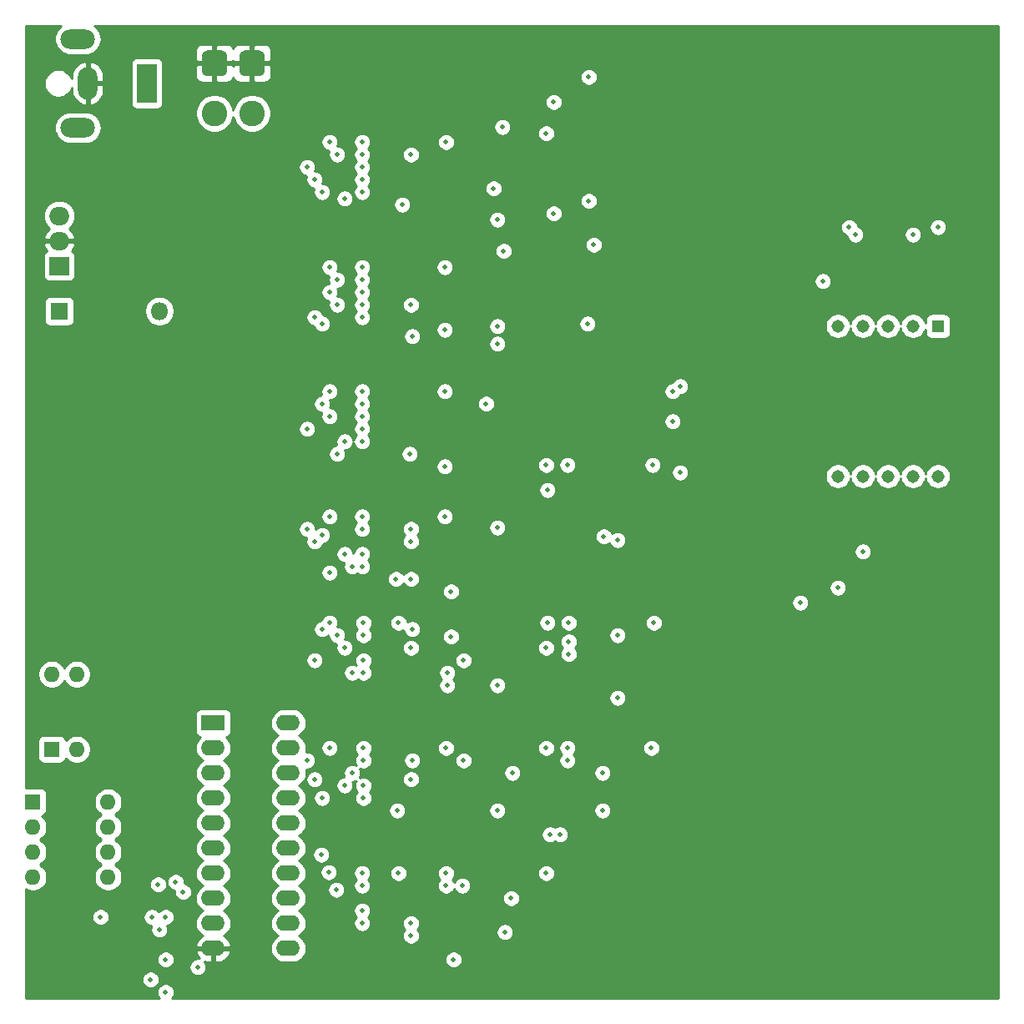
<source format=gbr>
G04 #@! TF.GenerationSoftware,KiCad,Pcbnew,(5.1.5)-3*
G04 #@! TF.CreationDate,2020-12-03T02:51:26-05:00*
G04 #@! TF.ProjectId,7447_Replica,37343437-5f52-4657-906c-6963612e6b69,rev?*
G04 #@! TF.SameCoordinates,Original*
G04 #@! TF.FileFunction,Copper,L2,Inr*
G04 #@! TF.FilePolarity,Positive*
%FSLAX46Y46*%
G04 Gerber Fmt 4.6, Leading zero omitted, Abs format (unit mm)*
G04 Created by KiCad (PCBNEW (5.1.5)-3) date 2020-12-03 02:51:26*
%MOMM*%
%LPD*%
G04 APERTURE LIST*
%ADD10C,1.308000*%
%ADD11R,1.308000X1.308000*%
%ADD12C,2.600000*%
%ADD13C,0.100000*%
%ADD14O,2.400000X1.600000*%
%ADD15R,2.400000X1.600000*%
%ADD16O,1.800000X1.800000*%
%ADD17R,1.800000X1.800000*%
%ADD18O,2.000000X1.905000*%
%ADD19R,2.000000X1.905000*%
%ADD20O,1.600000X1.600000*%
%ADD21R,1.600000X1.600000*%
%ADD22O,3.500000X2.000000*%
%ADD23O,2.000000X3.300000*%
%ADD24R,2.000000X4.000000*%
%ADD25C,0.508000*%
%ADD26C,0.254000*%
G04 APERTURE END LIST*
D10*
X133223000Y-71374000D03*
X130683000Y-71374000D03*
X128143000Y-71374000D03*
X125603000Y-71374000D03*
X123063000Y-71374000D03*
X123063000Y-56134000D03*
X125603000Y-56134000D03*
X128143000Y-56134000D03*
X130683000Y-56134000D03*
D11*
X133223000Y-56134000D03*
D12*
X59817000Y-34544000D03*
G04 #@! TA.AperFunction,ViaPad*
D13*
G36*
X60530711Y-28167130D02*
G01*
X60593809Y-28176490D01*
X60655685Y-28191989D01*
X60715744Y-28213478D01*
X60773408Y-28240751D01*
X60828121Y-28273545D01*
X60879356Y-28311543D01*
X60926619Y-28354381D01*
X60969457Y-28401644D01*
X61007455Y-28452879D01*
X61040249Y-28507592D01*
X61067522Y-28565256D01*
X61089011Y-28625315D01*
X61104510Y-28687191D01*
X61113870Y-28750289D01*
X61117000Y-28814000D01*
X61117000Y-30114000D01*
X61113870Y-30177711D01*
X61104510Y-30240809D01*
X61089011Y-30302685D01*
X61067522Y-30362744D01*
X61040249Y-30420408D01*
X61007455Y-30475121D01*
X60969457Y-30526356D01*
X60926619Y-30573619D01*
X60879356Y-30616457D01*
X60828121Y-30654455D01*
X60773408Y-30687249D01*
X60715744Y-30714522D01*
X60655685Y-30736011D01*
X60593809Y-30751510D01*
X60530711Y-30760870D01*
X60467000Y-30764000D01*
X59167000Y-30764000D01*
X59103289Y-30760870D01*
X59040191Y-30751510D01*
X58978315Y-30736011D01*
X58918256Y-30714522D01*
X58860592Y-30687249D01*
X58805879Y-30654455D01*
X58754644Y-30616457D01*
X58707381Y-30573619D01*
X58664543Y-30526356D01*
X58626545Y-30475121D01*
X58593751Y-30420408D01*
X58566478Y-30362744D01*
X58544989Y-30302685D01*
X58529490Y-30240809D01*
X58520130Y-30177711D01*
X58517000Y-30114000D01*
X58517000Y-28814000D01*
X58520130Y-28750289D01*
X58529490Y-28687191D01*
X58544989Y-28625315D01*
X58566478Y-28565256D01*
X58593751Y-28507592D01*
X58626545Y-28452879D01*
X58664543Y-28401644D01*
X58707381Y-28354381D01*
X58754644Y-28311543D01*
X58805879Y-28273545D01*
X58860592Y-28240751D01*
X58918256Y-28213478D01*
X58978315Y-28191989D01*
X59040191Y-28176490D01*
X59103289Y-28167130D01*
X59167000Y-28164000D01*
X60467000Y-28164000D01*
X60530711Y-28167130D01*
G37*
G04 #@! TD.AperFunction*
D12*
X63627000Y-34544000D03*
G04 #@! TA.AperFunction,ViaPad*
D13*
G36*
X64340711Y-28167130D02*
G01*
X64403809Y-28176490D01*
X64465685Y-28191989D01*
X64525744Y-28213478D01*
X64583408Y-28240751D01*
X64638121Y-28273545D01*
X64689356Y-28311543D01*
X64736619Y-28354381D01*
X64779457Y-28401644D01*
X64817455Y-28452879D01*
X64850249Y-28507592D01*
X64877522Y-28565256D01*
X64899011Y-28625315D01*
X64914510Y-28687191D01*
X64923870Y-28750289D01*
X64927000Y-28814000D01*
X64927000Y-30114000D01*
X64923870Y-30177711D01*
X64914510Y-30240809D01*
X64899011Y-30302685D01*
X64877522Y-30362744D01*
X64850249Y-30420408D01*
X64817455Y-30475121D01*
X64779457Y-30526356D01*
X64736619Y-30573619D01*
X64689356Y-30616457D01*
X64638121Y-30654455D01*
X64583408Y-30687249D01*
X64525744Y-30714522D01*
X64465685Y-30736011D01*
X64403809Y-30751510D01*
X64340711Y-30760870D01*
X64277000Y-30764000D01*
X62977000Y-30764000D01*
X62913289Y-30760870D01*
X62850191Y-30751510D01*
X62788315Y-30736011D01*
X62728256Y-30714522D01*
X62670592Y-30687249D01*
X62615879Y-30654455D01*
X62564644Y-30616457D01*
X62517381Y-30573619D01*
X62474543Y-30526356D01*
X62436545Y-30475121D01*
X62403751Y-30420408D01*
X62376478Y-30362744D01*
X62354989Y-30302685D01*
X62339490Y-30240809D01*
X62330130Y-30177711D01*
X62327000Y-30114000D01*
X62327000Y-28814000D01*
X62330130Y-28750289D01*
X62339490Y-28687191D01*
X62354989Y-28625315D01*
X62376478Y-28565256D01*
X62403751Y-28507592D01*
X62436545Y-28452879D01*
X62474543Y-28401644D01*
X62517381Y-28354381D01*
X62564644Y-28311543D01*
X62615879Y-28273545D01*
X62670592Y-28240751D01*
X62728256Y-28213478D01*
X62788315Y-28191989D01*
X62850191Y-28176490D01*
X62913289Y-28167130D01*
X62977000Y-28164000D01*
X64277000Y-28164000D01*
X64340711Y-28167130D01*
G37*
G04 #@! TD.AperFunction*
D14*
X67310000Y-96393000D03*
X59690000Y-119253000D03*
X67310000Y-98933000D03*
X59690000Y-116713000D03*
X67310000Y-101473000D03*
X59690000Y-114173000D03*
X67310000Y-104013000D03*
X59690000Y-111633000D03*
X67310000Y-106553000D03*
X59690000Y-109093000D03*
X67310000Y-109093000D03*
X59690000Y-106553000D03*
X67310000Y-111633000D03*
X59690000Y-104013000D03*
X67310000Y-114173000D03*
X59690000Y-101473000D03*
X67310000Y-116713000D03*
X59690000Y-98933000D03*
X67310000Y-119253000D03*
D15*
X59690000Y-96393000D03*
D16*
X54229000Y-54610000D03*
D17*
X44069000Y-54610000D03*
D18*
X44069000Y-44958000D03*
X44069000Y-47498000D03*
D19*
X44069000Y-50038000D03*
D20*
X43307000Y-91440000D03*
X45847000Y-99060000D03*
X45847000Y-91440000D03*
D21*
X43307000Y-99060000D03*
D20*
X49022000Y-104394000D03*
X41402000Y-112014000D03*
X49022000Y-106934000D03*
X41402000Y-109474000D03*
X49022000Y-109474000D03*
X41402000Y-106934000D03*
X49022000Y-112014000D03*
D21*
X41402000Y-104394000D03*
D22*
X45959000Y-35996000D03*
X45959000Y-26996000D03*
D23*
X46959000Y-31496000D03*
D24*
X52959000Y-31496000D03*
D25*
X54356000Y-105664000D03*
X54356000Y-108204000D03*
X54356000Y-110744000D03*
X54356000Y-103124000D03*
X53086000Y-112776000D03*
X95758000Y-93345000D03*
X88392000Y-97155000D03*
X85217000Y-106553000D03*
X75057000Y-106553000D03*
X78232000Y-109728000D03*
X79121000Y-99060000D03*
X78232000Y-73596500D03*
X88900000Y-66675000D03*
X94234000Y-74295000D03*
X83185000Y-73914000D03*
X90805000Y-52832000D03*
X97155000Y-52451000D03*
X85090000Y-93853000D03*
X74930000Y-93853000D03*
X95758000Y-106553000D03*
X85217000Y-83820000D03*
X89662000Y-86360000D03*
X98806000Y-97028000D03*
X54864000Y-116078000D03*
X83312000Y-111633000D03*
X93472000Y-111633000D03*
X83312000Y-98933000D03*
X93472000Y-98933000D03*
X83820000Y-87630000D03*
X83185000Y-75438000D03*
X93599000Y-86233000D03*
X104140000Y-98933000D03*
X104394000Y-86233000D03*
X121539000Y-51562000D03*
X83185000Y-62738000D03*
X93472000Y-70231000D03*
X87376000Y-64008000D03*
X104267000Y-70231000D03*
X83185000Y-50165000D03*
X97663000Y-55880000D03*
X97790000Y-43434000D03*
X97790000Y-30861000D03*
X88138000Y-42163990D03*
X83312000Y-37465000D03*
X99187000Y-101473000D03*
X125603000Y-78994000D03*
X99187000Y-105283000D03*
X123063000Y-82677000D03*
X124841000Y-46863000D03*
X130683000Y-46863000D03*
X124206000Y-46101000D03*
X133223000Y-46101000D03*
X98298000Y-47879000D03*
X119253000Y-84201000D03*
X54229000Y-117348000D03*
X58108990Y-121158000D03*
X48260000Y-116078000D03*
X83312000Y-112903000D03*
X73787000Y-101473000D03*
X79883000Y-100203000D03*
X73787000Y-91313000D03*
X74930000Y-91313000D03*
X73787000Y-80518000D03*
X74803000Y-80518000D03*
X84074000Y-120396000D03*
X84963000Y-112903000D03*
X74803000Y-115443000D03*
X72164500Y-113312500D03*
X73025000Y-102743000D03*
X74930000Y-102743000D03*
X73025000Y-88773000D03*
X79756000Y-88773000D03*
X73025000Y-79248000D03*
X74803000Y-79248000D03*
X73025000Y-67818000D03*
X74803000Y-67818000D03*
X73025000Y-43180000D03*
X79756000Y-38735000D03*
X74803000Y-116713000D03*
X70739000Y-104013000D03*
X74930000Y-104013000D03*
X70739000Y-86868000D03*
X79883000Y-86868000D03*
X70739000Y-77343000D03*
X79756000Y-76708000D03*
X70739000Y-64008000D03*
X74803000Y-64008000D03*
X70739000Y-55880000D03*
X79756000Y-53975000D03*
X70739000Y-42545000D03*
X74803000Y-42545000D03*
X79756000Y-116713000D03*
X69215000Y-100203000D03*
X74930000Y-100203000D03*
X69215000Y-76708000D03*
X74803000Y-76708000D03*
X69215000Y-66548000D03*
X74803000Y-66548000D03*
X69215000Y-40005000D03*
X74803000Y-40005000D03*
X74803000Y-111633000D03*
X78486000Y-111633000D03*
X79756000Y-117983000D03*
X70640500Y-109756500D03*
X71501000Y-98933000D03*
X74930000Y-98933000D03*
X78486000Y-86233000D03*
X83439000Y-92583000D03*
X71501000Y-86233000D03*
X74930000Y-86233000D03*
X74803000Y-75438000D03*
X71501000Y-75438000D03*
X71501000Y-81153000D03*
X79756000Y-81788000D03*
X71501000Y-62738000D03*
X74803000Y-62738000D03*
X71501000Y-65278000D03*
X74803000Y-65278000D03*
X71501000Y-50165000D03*
X74803000Y-50165000D03*
X71501000Y-52705000D03*
X74803000Y-52705000D03*
X83185000Y-56515000D03*
X71501000Y-37465000D03*
X74803000Y-37465000D03*
X74803000Y-112903000D03*
X71402500Y-111534500D03*
X72263000Y-87503000D03*
X74930000Y-87503000D03*
X83439000Y-91313000D03*
X72263000Y-69088000D03*
X79629000Y-69088000D03*
X72263000Y-51435000D03*
X74803000Y-51435000D03*
X72263000Y-53975000D03*
X74803000Y-53975000D03*
X72263000Y-38735000D03*
X74803000Y-38735000D03*
X89281000Y-117602000D03*
X89916000Y-114173000D03*
X94869000Y-107696000D03*
X95631000Y-100203000D03*
X93852996Y-107696000D03*
X95631000Y-98933000D03*
X54864000Y-120396000D03*
X54864000Y-123698000D03*
X56642000Y-113538000D03*
X53340000Y-122428000D03*
X55880000Y-112522000D03*
X53467000Y-116078000D03*
X54102000Y-112776000D03*
X106299000Y-62738000D03*
X106299000Y-65786000D03*
X107061000Y-62230000D03*
X107061000Y-70993000D03*
X78359000Y-105283000D03*
X85090000Y-100203000D03*
X69977000Y-102108000D03*
X79756000Y-102108000D03*
X69977000Y-90043000D03*
X74930000Y-90043000D03*
X69977000Y-77978000D03*
X79756000Y-77978000D03*
X69977000Y-55245000D03*
X74803000Y-55245000D03*
X69977000Y-41275000D03*
X74803000Y-41275000D03*
X88519000Y-105283000D03*
X90043000Y-101473000D03*
X88519000Y-92583000D03*
X95758000Y-89408000D03*
X95758000Y-88138000D03*
X100711000Y-87503000D03*
X93472000Y-88773000D03*
X100711000Y-93853000D03*
X78232000Y-81788000D03*
X85090000Y-90043000D03*
X95758000Y-86233000D03*
X83820000Y-83058000D03*
X83185000Y-70358000D03*
X95631000Y-70231000D03*
X88519000Y-76581000D03*
X99314000Y-77470000D03*
X93599000Y-72771000D03*
X100711000Y-77851000D03*
X79883000Y-57150000D03*
X89154000Y-48514000D03*
X78867000Y-43815000D03*
X89027000Y-35941000D03*
X88519000Y-45339000D03*
X94234000Y-44704000D03*
X88519000Y-56133998D03*
X88519000Y-57912006D03*
X93472000Y-36576000D03*
X94234000Y-33401000D03*
D26*
G36*
X44047286Y-25834286D02*
G01*
X43842969Y-26083248D01*
X43691148Y-26367285D01*
X43597657Y-26675484D01*
X43566089Y-26996000D01*
X43597657Y-27316516D01*
X43691148Y-27624715D01*
X43842969Y-27908752D01*
X44047286Y-28157714D01*
X44296248Y-28362031D01*
X44580285Y-28513852D01*
X44888484Y-28607343D01*
X45128678Y-28631000D01*
X46789322Y-28631000D01*
X47029516Y-28607343D01*
X47337715Y-28513852D01*
X47621752Y-28362031D01*
X47863054Y-28164000D01*
X57878928Y-28164000D01*
X57882000Y-29178250D01*
X58040750Y-29337000D01*
X59690000Y-29337000D01*
X59690000Y-27687750D01*
X59944000Y-27687750D01*
X59944000Y-29337000D01*
X61593250Y-29337000D01*
X61722000Y-29208250D01*
X61850750Y-29337000D01*
X63500000Y-29337000D01*
X63500000Y-27687750D01*
X63754000Y-27687750D01*
X63754000Y-29337000D01*
X65403250Y-29337000D01*
X65562000Y-29178250D01*
X65565072Y-28164000D01*
X65552812Y-28039518D01*
X65516502Y-27919820D01*
X65457537Y-27809506D01*
X65378185Y-27712815D01*
X65281494Y-27633463D01*
X65171180Y-27574498D01*
X65051482Y-27538188D01*
X64927000Y-27525928D01*
X63912750Y-27529000D01*
X63754000Y-27687750D01*
X63500000Y-27687750D01*
X63341250Y-27529000D01*
X62327000Y-27525928D01*
X62202518Y-27538188D01*
X62082820Y-27574498D01*
X61972506Y-27633463D01*
X61875815Y-27712815D01*
X61796463Y-27809506D01*
X61737498Y-27919820D01*
X61722000Y-27970910D01*
X61706502Y-27919820D01*
X61647537Y-27809506D01*
X61568185Y-27712815D01*
X61471494Y-27633463D01*
X61361180Y-27574498D01*
X61241482Y-27538188D01*
X61117000Y-27525928D01*
X60102750Y-27529000D01*
X59944000Y-27687750D01*
X59690000Y-27687750D01*
X59531250Y-27529000D01*
X58517000Y-27525928D01*
X58392518Y-27538188D01*
X58272820Y-27574498D01*
X58162506Y-27633463D01*
X58065815Y-27712815D01*
X57986463Y-27809506D01*
X57927498Y-27919820D01*
X57891188Y-28039518D01*
X57878928Y-28164000D01*
X47863054Y-28164000D01*
X47870714Y-28157714D01*
X48075031Y-27908752D01*
X48226852Y-27624715D01*
X48320343Y-27316516D01*
X48351911Y-26996000D01*
X48320343Y-26675484D01*
X48226852Y-26367285D01*
X48075031Y-26083248D01*
X47870714Y-25834286D01*
X47658345Y-25660000D01*
X139340001Y-25660000D01*
X139340000Y-124340000D01*
X55479235Y-124340000D01*
X55554531Y-124264704D01*
X55651821Y-124119099D01*
X55718836Y-123957312D01*
X55753000Y-123785559D01*
X55753000Y-123610441D01*
X55718836Y-123438688D01*
X55651821Y-123276901D01*
X55554531Y-123131296D01*
X55430704Y-123007469D01*
X55285099Y-122910179D01*
X55123312Y-122843164D01*
X54951559Y-122809000D01*
X54776441Y-122809000D01*
X54604688Y-122843164D01*
X54442901Y-122910179D01*
X54297296Y-123007469D01*
X54173469Y-123131296D01*
X54076179Y-123276901D01*
X54009164Y-123438688D01*
X53975000Y-123610441D01*
X53975000Y-123785559D01*
X54009164Y-123957312D01*
X54076179Y-124119099D01*
X54173469Y-124264704D01*
X54248765Y-124340000D01*
X40660000Y-124340000D01*
X40660000Y-122340441D01*
X52451000Y-122340441D01*
X52451000Y-122515559D01*
X52485164Y-122687312D01*
X52552179Y-122849099D01*
X52649469Y-122994704D01*
X52773296Y-123118531D01*
X52918901Y-123215821D01*
X53080688Y-123282836D01*
X53252441Y-123317000D01*
X53427559Y-123317000D01*
X53599312Y-123282836D01*
X53761099Y-123215821D01*
X53906704Y-123118531D01*
X54030531Y-122994704D01*
X54127821Y-122849099D01*
X54194836Y-122687312D01*
X54229000Y-122515559D01*
X54229000Y-122340441D01*
X54194836Y-122168688D01*
X54127821Y-122006901D01*
X54030531Y-121861296D01*
X53906704Y-121737469D01*
X53761099Y-121640179D01*
X53599312Y-121573164D01*
X53427559Y-121539000D01*
X53252441Y-121539000D01*
X53080688Y-121573164D01*
X52918901Y-121640179D01*
X52773296Y-121737469D01*
X52649469Y-121861296D01*
X52552179Y-122006901D01*
X52485164Y-122168688D01*
X52451000Y-122340441D01*
X40660000Y-122340441D01*
X40660000Y-120308441D01*
X53975000Y-120308441D01*
X53975000Y-120483559D01*
X54009164Y-120655312D01*
X54076179Y-120817099D01*
X54173469Y-120962704D01*
X54297296Y-121086531D01*
X54442901Y-121183821D01*
X54604688Y-121250836D01*
X54776441Y-121285000D01*
X54951559Y-121285000D01*
X55123312Y-121250836D01*
X55285099Y-121183821D01*
X55430704Y-121086531D01*
X55446794Y-121070441D01*
X57219990Y-121070441D01*
X57219990Y-121245559D01*
X57254154Y-121417312D01*
X57321169Y-121579099D01*
X57418459Y-121724704D01*
X57542286Y-121848531D01*
X57687891Y-121945821D01*
X57849678Y-122012836D01*
X58021431Y-122047000D01*
X58196549Y-122047000D01*
X58368302Y-122012836D01*
X58530089Y-121945821D01*
X58675694Y-121848531D01*
X58799521Y-121724704D01*
X58896811Y-121579099D01*
X58963826Y-121417312D01*
X58997990Y-121245559D01*
X58997990Y-121070441D01*
X58963826Y-120898688D01*
X58896811Y-120736901D01*
X58808424Y-120604620D01*
X58885486Y-120635650D01*
X59163000Y-120688000D01*
X59563000Y-120688000D01*
X59563000Y-119380000D01*
X59817000Y-119380000D01*
X59817000Y-120688000D01*
X60217000Y-120688000D01*
X60494514Y-120635650D01*
X60756483Y-120530166D01*
X60992839Y-120375601D01*
X61194500Y-120177895D01*
X61353715Y-119944646D01*
X61464367Y-119684818D01*
X61481904Y-119602039D01*
X61359915Y-119380000D01*
X59817000Y-119380000D01*
X59563000Y-119380000D01*
X58020085Y-119380000D01*
X57898096Y-119602039D01*
X57915633Y-119684818D01*
X58026285Y-119944646D01*
X58185500Y-120177895D01*
X58299269Y-120289432D01*
X58196549Y-120269000D01*
X58021431Y-120269000D01*
X57849678Y-120303164D01*
X57687891Y-120370179D01*
X57542286Y-120467469D01*
X57418459Y-120591296D01*
X57321169Y-120736901D01*
X57254154Y-120898688D01*
X57219990Y-121070441D01*
X55446794Y-121070441D01*
X55554531Y-120962704D01*
X55651821Y-120817099D01*
X55718836Y-120655312D01*
X55753000Y-120483559D01*
X55753000Y-120308441D01*
X55718836Y-120136688D01*
X55651821Y-119974901D01*
X55554531Y-119829296D01*
X55430704Y-119705469D01*
X55285099Y-119608179D01*
X55123312Y-119541164D01*
X54951559Y-119507000D01*
X54776441Y-119507000D01*
X54604688Y-119541164D01*
X54442901Y-119608179D01*
X54297296Y-119705469D01*
X54173469Y-119829296D01*
X54076179Y-119974901D01*
X54009164Y-120136688D01*
X53975000Y-120308441D01*
X40660000Y-120308441D01*
X40660000Y-115990441D01*
X47371000Y-115990441D01*
X47371000Y-116165559D01*
X47405164Y-116337312D01*
X47472179Y-116499099D01*
X47569469Y-116644704D01*
X47693296Y-116768531D01*
X47838901Y-116865821D01*
X48000688Y-116932836D01*
X48172441Y-116967000D01*
X48347559Y-116967000D01*
X48519312Y-116932836D01*
X48681099Y-116865821D01*
X48826704Y-116768531D01*
X48950531Y-116644704D01*
X49047821Y-116499099D01*
X49114836Y-116337312D01*
X49149000Y-116165559D01*
X49149000Y-115990441D01*
X52578000Y-115990441D01*
X52578000Y-116165559D01*
X52612164Y-116337312D01*
X52679179Y-116499099D01*
X52776469Y-116644704D01*
X52900296Y-116768531D01*
X53045901Y-116865821D01*
X53207688Y-116932836D01*
X53379441Y-116967000D01*
X53424569Y-116967000D01*
X53374164Y-117088688D01*
X53340000Y-117260441D01*
X53340000Y-117435559D01*
X53374164Y-117607312D01*
X53441179Y-117769099D01*
X53538469Y-117914704D01*
X53662296Y-118038531D01*
X53807901Y-118135821D01*
X53969688Y-118202836D01*
X54141441Y-118237000D01*
X54316559Y-118237000D01*
X54488312Y-118202836D01*
X54650099Y-118135821D01*
X54795704Y-118038531D01*
X54919531Y-117914704D01*
X55016821Y-117769099D01*
X55083836Y-117607312D01*
X55118000Y-117435559D01*
X55118000Y-117260441D01*
X55083836Y-117088688D01*
X55027199Y-116951954D01*
X55123312Y-116932836D01*
X55285099Y-116865821D01*
X55430704Y-116768531D01*
X55554531Y-116644704D01*
X55651821Y-116499099D01*
X55718836Y-116337312D01*
X55753000Y-116165559D01*
X55753000Y-115990441D01*
X55718836Y-115818688D01*
X55651821Y-115656901D01*
X55554531Y-115511296D01*
X55430704Y-115387469D01*
X55285099Y-115290179D01*
X55123312Y-115223164D01*
X54951559Y-115189000D01*
X54776441Y-115189000D01*
X54604688Y-115223164D01*
X54442901Y-115290179D01*
X54297296Y-115387469D01*
X54173469Y-115511296D01*
X54165500Y-115523222D01*
X54157531Y-115511296D01*
X54033704Y-115387469D01*
X53888099Y-115290179D01*
X53726312Y-115223164D01*
X53554559Y-115189000D01*
X53379441Y-115189000D01*
X53207688Y-115223164D01*
X53045901Y-115290179D01*
X52900296Y-115387469D01*
X52776469Y-115511296D01*
X52679179Y-115656901D01*
X52612164Y-115818688D01*
X52578000Y-115990441D01*
X49149000Y-115990441D01*
X49114836Y-115818688D01*
X49047821Y-115656901D01*
X48950531Y-115511296D01*
X48826704Y-115387469D01*
X48681099Y-115290179D01*
X48519312Y-115223164D01*
X48347559Y-115189000D01*
X48172441Y-115189000D01*
X48000688Y-115223164D01*
X47838901Y-115290179D01*
X47693296Y-115387469D01*
X47569469Y-115511296D01*
X47472179Y-115656901D01*
X47405164Y-115818688D01*
X47371000Y-115990441D01*
X40660000Y-115990441D01*
X40660000Y-113244071D01*
X40722273Y-113285680D01*
X40983426Y-113393853D01*
X41260665Y-113449000D01*
X41543335Y-113449000D01*
X41820574Y-113393853D01*
X42081727Y-113285680D01*
X42316759Y-113128637D01*
X42516637Y-112928759D01*
X42673680Y-112693727D01*
X42781853Y-112432574D01*
X42837000Y-112155335D01*
X42837000Y-111872665D01*
X42781853Y-111595426D01*
X42673680Y-111334273D01*
X42516637Y-111099241D01*
X42316759Y-110899363D01*
X42084241Y-110744000D01*
X42316759Y-110588637D01*
X42516637Y-110388759D01*
X42673680Y-110153727D01*
X42781853Y-109892574D01*
X42837000Y-109615335D01*
X42837000Y-109332665D01*
X42781853Y-109055426D01*
X42673680Y-108794273D01*
X42516637Y-108559241D01*
X42316759Y-108359363D01*
X42084241Y-108204000D01*
X42316759Y-108048637D01*
X42516637Y-107848759D01*
X42673680Y-107613727D01*
X42781853Y-107352574D01*
X42837000Y-107075335D01*
X42837000Y-106792665D01*
X42781853Y-106515426D01*
X42673680Y-106254273D01*
X42516637Y-106019241D01*
X42318039Y-105820643D01*
X42326482Y-105819812D01*
X42446180Y-105783502D01*
X42556494Y-105724537D01*
X42653185Y-105645185D01*
X42732537Y-105548494D01*
X42791502Y-105438180D01*
X42827812Y-105318482D01*
X42840072Y-105194000D01*
X42840072Y-104252665D01*
X47587000Y-104252665D01*
X47587000Y-104535335D01*
X47642147Y-104812574D01*
X47750320Y-105073727D01*
X47907363Y-105308759D01*
X48107241Y-105508637D01*
X48339759Y-105664000D01*
X48107241Y-105819363D01*
X47907363Y-106019241D01*
X47750320Y-106254273D01*
X47642147Y-106515426D01*
X47587000Y-106792665D01*
X47587000Y-107075335D01*
X47642147Y-107352574D01*
X47750320Y-107613727D01*
X47907363Y-107848759D01*
X48107241Y-108048637D01*
X48339759Y-108204000D01*
X48107241Y-108359363D01*
X47907363Y-108559241D01*
X47750320Y-108794273D01*
X47642147Y-109055426D01*
X47587000Y-109332665D01*
X47587000Y-109615335D01*
X47642147Y-109892574D01*
X47750320Y-110153727D01*
X47907363Y-110388759D01*
X48107241Y-110588637D01*
X48339759Y-110744000D01*
X48107241Y-110899363D01*
X47907363Y-111099241D01*
X47750320Y-111334273D01*
X47642147Y-111595426D01*
X47587000Y-111872665D01*
X47587000Y-112155335D01*
X47642147Y-112432574D01*
X47750320Y-112693727D01*
X47907363Y-112928759D01*
X48107241Y-113128637D01*
X48342273Y-113285680D01*
X48603426Y-113393853D01*
X48880665Y-113449000D01*
X49163335Y-113449000D01*
X49440574Y-113393853D01*
X49701727Y-113285680D01*
X49936759Y-113128637D01*
X50136637Y-112928759D01*
X50293680Y-112693727D01*
X50295869Y-112688441D01*
X53213000Y-112688441D01*
X53213000Y-112863559D01*
X53247164Y-113035312D01*
X53314179Y-113197099D01*
X53411469Y-113342704D01*
X53535296Y-113466531D01*
X53680901Y-113563821D01*
X53842688Y-113630836D01*
X54014441Y-113665000D01*
X54189559Y-113665000D01*
X54361312Y-113630836D01*
X54523099Y-113563821D01*
X54668704Y-113466531D01*
X54792531Y-113342704D01*
X54889821Y-113197099D01*
X54956836Y-113035312D01*
X54991000Y-112863559D01*
X54991000Y-112688441D01*
X54956836Y-112516688D01*
X54922768Y-112434441D01*
X54991000Y-112434441D01*
X54991000Y-112609559D01*
X55025164Y-112781312D01*
X55092179Y-112943099D01*
X55189469Y-113088704D01*
X55313296Y-113212531D01*
X55458901Y-113309821D01*
X55620688Y-113376836D01*
X55762048Y-113404954D01*
X55753000Y-113450441D01*
X55753000Y-113625559D01*
X55787164Y-113797312D01*
X55854179Y-113959099D01*
X55951469Y-114104704D01*
X56075296Y-114228531D01*
X56220901Y-114325821D01*
X56382688Y-114392836D01*
X56554441Y-114427000D01*
X56729559Y-114427000D01*
X56901312Y-114392836D01*
X57063099Y-114325821D01*
X57208704Y-114228531D01*
X57332531Y-114104704D01*
X57429821Y-113959099D01*
X57496836Y-113797312D01*
X57531000Y-113625559D01*
X57531000Y-113450441D01*
X57496836Y-113278688D01*
X57429821Y-113116901D01*
X57332531Y-112971296D01*
X57208704Y-112847469D01*
X57063099Y-112750179D01*
X56901312Y-112683164D01*
X56759952Y-112655046D01*
X56769000Y-112609559D01*
X56769000Y-112434441D01*
X56734836Y-112262688D01*
X56667821Y-112100901D01*
X56570531Y-111955296D01*
X56446704Y-111831469D01*
X56301099Y-111734179D01*
X56139312Y-111667164D01*
X55967559Y-111633000D01*
X55792441Y-111633000D01*
X55620688Y-111667164D01*
X55458901Y-111734179D01*
X55313296Y-111831469D01*
X55189469Y-111955296D01*
X55092179Y-112100901D01*
X55025164Y-112262688D01*
X54991000Y-112434441D01*
X54922768Y-112434441D01*
X54889821Y-112354901D01*
X54792531Y-112209296D01*
X54668704Y-112085469D01*
X54523099Y-111988179D01*
X54361312Y-111921164D01*
X54189559Y-111887000D01*
X54014441Y-111887000D01*
X53842688Y-111921164D01*
X53680901Y-111988179D01*
X53535296Y-112085469D01*
X53411469Y-112209296D01*
X53314179Y-112354901D01*
X53247164Y-112516688D01*
X53213000Y-112688441D01*
X50295869Y-112688441D01*
X50401853Y-112432574D01*
X50457000Y-112155335D01*
X50457000Y-111872665D01*
X50401853Y-111595426D01*
X50293680Y-111334273D01*
X50136637Y-111099241D01*
X49936759Y-110899363D01*
X49704241Y-110744000D01*
X49936759Y-110588637D01*
X50136637Y-110388759D01*
X50293680Y-110153727D01*
X50401853Y-109892574D01*
X50457000Y-109615335D01*
X50457000Y-109332665D01*
X50401853Y-109055426D01*
X50293680Y-108794273D01*
X50136637Y-108559241D01*
X49936759Y-108359363D01*
X49704241Y-108204000D01*
X49936759Y-108048637D01*
X50136637Y-107848759D01*
X50293680Y-107613727D01*
X50401853Y-107352574D01*
X50457000Y-107075335D01*
X50457000Y-106792665D01*
X50401853Y-106515426D01*
X50293680Y-106254273D01*
X50136637Y-106019241D01*
X49936759Y-105819363D01*
X49704241Y-105664000D01*
X49936759Y-105508637D01*
X50136637Y-105308759D01*
X50293680Y-105073727D01*
X50401853Y-104812574D01*
X50457000Y-104535335D01*
X50457000Y-104252665D01*
X50401853Y-103975426D01*
X50293680Y-103714273D01*
X50136637Y-103479241D01*
X49936759Y-103279363D01*
X49701727Y-103122320D01*
X49440574Y-103014147D01*
X49163335Y-102959000D01*
X48880665Y-102959000D01*
X48603426Y-103014147D01*
X48342273Y-103122320D01*
X48107241Y-103279363D01*
X47907363Y-103479241D01*
X47750320Y-103714273D01*
X47642147Y-103975426D01*
X47587000Y-104252665D01*
X42840072Y-104252665D01*
X42840072Y-103594000D01*
X42827812Y-103469518D01*
X42791502Y-103349820D01*
X42732537Y-103239506D01*
X42653185Y-103142815D01*
X42556494Y-103063463D01*
X42446180Y-103004498D01*
X42326482Y-102968188D01*
X42202000Y-102955928D01*
X40660000Y-102955928D01*
X40660000Y-98260000D01*
X41868928Y-98260000D01*
X41868928Y-99860000D01*
X41881188Y-99984482D01*
X41917498Y-100104180D01*
X41976463Y-100214494D01*
X42055815Y-100311185D01*
X42152506Y-100390537D01*
X42262820Y-100449502D01*
X42382518Y-100485812D01*
X42507000Y-100498072D01*
X44107000Y-100498072D01*
X44231482Y-100485812D01*
X44351180Y-100449502D01*
X44461494Y-100390537D01*
X44558185Y-100311185D01*
X44637537Y-100214494D01*
X44696502Y-100104180D01*
X44732812Y-99984482D01*
X44733643Y-99976039D01*
X44932241Y-100174637D01*
X45167273Y-100331680D01*
X45428426Y-100439853D01*
X45705665Y-100495000D01*
X45988335Y-100495000D01*
X46265574Y-100439853D01*
X46526727Y-100331680D01*
X46761759Y-100174637D01*
X46961637Y-99974759D01*
X47118680Y-99739727D01*
X47226853Y-99478574D01*
X47282000Y-99201335D01*
X47282000Y-98933000D01*
X57848057Y-98933000D01*
X57875764Y-99214309D01*
X57957818Y-99484808D01*
X58091068Y-99734101D01*
X58270392Y-99952608D01*
X58488899Y-100131932D01*
X58621858Y-100203000D01*
X58488899Y-100274068D01*
X58270392Y-100453392D01*
X58091068Y-100671899D01*
X57957818Y-100921192D01*
X57875764Y-101191691D01*
X57848057Y-101473000D01*
X57875764Y-101754309D01*
X57957818Y-102024808D01*
X58091068Y-102274101D01*
X58270392Y-102492608D01*
X58488899Y-102671932D01*
X58621858Y-102743000D01*
X58488899Y-102814068D01*
X58270392Y-102993392D01*
X58091068Y-103211899D01*
X57957818Y-103461192D01*
X57875764Y-103731691D01*
X57848057Y-104013000D01*
X57875764Y-104294309D01*
X57957818Y-104564808D01*
X58091068Y-104814101D01*
X58270392Y-105032608D01*
X58488899Y-105211932D01*
X58621858Y-105283000D01*
X58488899Y-105354068D01*
X58270392Y-105533392D01*
X58091068Y-105751899D01*
X57957818Y-106001192D01*
X57875764Y-106271691D01*
X57848057Y-106553000D01*
X57875764Y-106834309D01*
X57957818Y-107104808D01*
X58091068Y-107354101D01*
X58270392Y-107572608D01*
X58488899Y-107751932D01*
X58621858Y-107823000D01*
X58488899Y-107894068D01*
X58270392Y-108073392D01*
X58091068Y-108291899D01*
X57957818Y-108541192D01*
X57875764Y-108811691D01*
X57848057Y-109093000D01*
X57875764Y-109374309D01*
X57957818Y-109644808D01*
X58091068Y-109894101D01*
X58270392Y-110112608D01*
X58488899Y-110291932D01*
X58621858Y-110363000D01*
X58488899Y-110434068D01*
X58270392Y-110613392D01*
X58091068Y-110831899D01*
X57957818Y-111081192D01*
X57875764Y-111351691D01*
X57848057Y-111633000D01*
X57875764Y-111914309D01*
X57957818Y-112184808D01*
X58091068Y-112434101D01*
X58270392Y-112652608D01*
X58488899Y-112831932D01*
X58621858Y-112903000D01*
X58488899Y-112974068D01*
X58270392Y-113153392D01*
X58091068Y-113371899D01*
X57957818Y-113621192D01*
X57875764Y-113891691D01*
X57848057Y-114173000D01*
X57875764Y-114454309D01*
X57957818Y-114724808D01*
X58091068Y-114974101D01*
X58270392Y-115192608D01*
X58488899Y-115371932D01*
X58621858Y-115443000D01*
X58488899Y-115514068D01*
X58270392Y-115693392D01*
X58091068Y-115911899D01*
X57957818Y-116161192D01*
X57875764Y-116431691D01*
X57848057Y-116713000D01*
X57875764Y-116994309D01*
X57957818Y-117264808D01*
X58091068Y-117514101D01*
X58270392Y-117732608D01*
X58488899Y-117911932D01*
X58616741Y-117980265D01*
X58387161Y-118130399D01*
X58185500Y-118328105D01*
X58026285Y-118561354D01*
X57915633Y-118821182D01*
X57898096Y-118903961D01*
X58020085Y-119126000D01*
X59563000Y-119126000D01*
X59563000Y-119106000D01*
X59817000Y-119106000D01*
X59817000Y-119126000D01*
X61359915Y-119126000D01*
X61481904Y-118903961D01*
X61464367Y-118821182D01*
X61353715Y-118561354D01*
X61194500Y-118328105D01*
X60992839Y-118130399D01*
X60763259Y-117980265D01*
X60891101Y-117911932D01*
X61109608Y-117732608D01*
X61288932Y-117514101D01*
X61422182Y-117264808D01*
X61504236Y-116994309D01*
X61531943Y-116713000D01*
X61504236Y-116431691D01*
X61422182Y-116161192D01*
X61288932Y-115911899D01*
X61109608Y-115693392D01*
X60891101Y-115514068D01*
X60758142Y-115443000D01*
X60891101Y-115371932D01*
X61109608Y-115192608D01*
X61288932Y-114974101D01*
X61422182Y-114724808D01*
X61504236Y-114454309D01*
X61531943Y-114173000D01*
X61504236Y-113891691D01*
X61422182Y-113621192D01*
X61288932Y-113371899D01*
X61109608Y-113153392D01*
X60891101Y-112974068D01*
X60758142Y-112903000D01*
X60891101Y-112831932D01*
X61109608Y-112652608D01*
X61288932Y-112434101D01*
X61422182Y-112184808D01*
X61504236Y-111914309D01*
X61531943Y-111633000D01*
X61504236Y-111351691D01*
X61422182Y-111081192D01*
X61288932Y-110831899D01*
X61109608Y-110613392D01*
X60891101Y-110434068D01*
X60758142Y-110363000D01*
X60891101Y-110291932D01*
X61109608Y-110112608D01*
X61288932Y-109894101D01*
X61422182Y-109644808D01*
X61504236Y-109374309D01*
X61531943Y-109093000D01*
X61504236Y-108811691D01*
X61422182Y-108541192D01*
X61288932Y-108291899D01*
X61109608Y-108073392D01*
X60891101Y-107894068D01*
X60758142Y-107823000D01*
X60891101Y-107751932D01*
X61109608Y-107572608D01*
X61288932Y-107354101D01*
X61422182Y-107104808D01*
X61504236Y-106834309D01*
X61531943Y-106553000D01*
X61504236Y-106271691D01*
X61422182Y-106001192D01*
X61288932Y-105751899D01*
X61109608Y-105533392D01*
X60891101Y-105354068D01*
X60758142Y-105283000D01*
X60891101Y-105211932D01*
X61109608Y-105032608D01*
X61288932Y-104814101D01*
X61422182Y-104564808D01*
X61504236Y-104294309D01*
X61531943Y-104013000D01*
X61504236Y-103731691D01*
X61422182Y-103461192D01*
X61288932Y-103211899D01*
X61109608Y-102993392D01*
X60891101Y-102814068D01*
X60758142Y-102743000D01*
X60891101Y-102671932D01*
X61109608Y-102492608D01*
X61288932Y-102274101D01*
X61422182Y-102024808D01*
X61504236Y-101754309D01*
X61531943Y-101473000D01*
X61504236Y-101191691D01*
X61422182Y-100921192D01*
X61288932Y-100671899D01*
X61109608Y-100453392D01*
X60891101Y-100274068D01*
X60758142Y-100203000D01*
X60891101Y-100131932D01*
X61109608Y-99952608D01*
X61288932Y-99734101D01*
X61422182Y-99484808D01*
X61504236Y-99214309D01*
X61531943Y-98933000D01*
X61504236Y-98651691D01*
X61422182Y-98381192D01*
X61288932Y-98131899D01*
X61109608Y-97913392D01*
X60996518Y-97820581D01*
X61014482Y-97818812D01*
X61134180Y-97782502D01*
X61244494Y-97723537D01*
X61341185Y-97644185D01*
X61420537Y-97547494D01*
X61479502Y-97437180D01*
X61515812Y-97317482D01*
X61528072Y-97193000D01*
X61528072Y-96393000D01*
X65468057Y-96393000D01*
X65495764Y-96674309D01*
X65577818Y-96944808D01*
X65711068Y-97194101D01*
X65890392Y-97412608D01*
X66108899Y-97591932D01*
X66241858Y-97663000D01*
X66108899Y-97734068D01*
X65890392Y-97913392D01*
X65711068Y-98131899D01*
X65577818Y-98381192D01*
X65495764Y-98651691D01*
X65468057Y-98933000D01*
X65495764Y-99214309D01*
X65577818Y-99484808D01*
X65711068Y-99734101D01*
X65890392Y-99952608D01*
X66108899Y-100131932D01*
X66241858Y-100203000D01*
X66108899Y-100274068D01*
X65890392Y-100453392D01*
X65711068Y-100671899D01*
X65577818Y-100921192D01*
X65495764Y-101191691D01*
X65468057Y-101473000D01*
X65495764Y-101754309D01*
X65577818Y-102024808D01*
X65711068Y-102274101D01*
X65890392Y-102492608D01*
X66108899Y-102671932D01*
X66241858Y-102743000D01*
X66108899Y-102814068D01*
X65890392Y-102993392D01*
X65711068Y-103211899D01*
X65577818Y-103461192D01*
X65495764Y-103731691D01*
X65468057Y-104013000D01*
X65495764Y-104294309D01*
X65577818Y-104564808D01*
X65711068Y-104814101D01*
X65890392Y-105032608D01*
X66108899Y-105211932D01*
X66241858Y-105283000D01*
X66108899Y-105354068D01*
X65890392Y-105533392D01*
X65711068Y-105751899D01*
X65577818Y-106001192D01*
X65495764Y-106271691D01*
X65468057Y-106553000D01*
X65495764Y-106834309D01*
X65577818Y-107104808D01*
X65711068Y-107354101D01*
X65890392Y-107572608D01*
X66108899Y-107751932D01*
X66241858Y-107823000D01*
X66108899Y-107894068D01*
X65890392Y-108073392D01*
X65711068Y-108291899D01*
X65577818Y-108541192D01*
X65495764Y-108811691D01*
X65468057Y-109093000D01*
X65495764Y-109374309D01*
X65577818Y-109644808D01*
X65711068Y-109894101D01*
X65890392Y-110112608D01*
X66108899Y-110291932D01*
X66241858Y-110363000D01*
X66108899Y-110434068D01*
X65890392Y-110613392D01*
X65711068Y-110831899D01*
X65577818Y-111081192D01*
X65495764Y-111351691D01*
X65468057Y-111633000D01*
X65495764Y-111914309D01*
X65577818Y-112184808D01*
X65711068Y-112434101D01*
X65890392Y-112652608D01*
X66108899Y-112831932D01*
X66241858Y-112903000D01*
X66108899Y-112974068D01*
X65890392Y-113153392D01*
X65711068Y-113371899D01*
X65577818Y-113621192D01*
X65495764Y-113891691D01*
X65468057Y-114173000D01*
X65495764Y-114454309D01*
X65577818Y-114724808D01*
X65711068Y-114974101D01*
X65890392Y-115192608D01*
X66108899Y-115371932D01*
X66241858Y-115443000D01*
X66108899Y-115514068D01*
X65890392Y-115693392D01*
X65711068Y-115911899D01*
X65577818Y-116161192D01*
X65495764Y-116431691D01*
X65468057Y-116713000D01*
X65495764Y-116994309D01*
X65577818Y-117264808D01*
X65711068Y-117514101D01*
X65890392Y-117732608D01*
X66108899Y-117911932D01*
X66241858Y-117983000D01*
X66108899Y-118054068D01*
X65890392Y-118233392D01*
X65711068Y-118451899D01*
X65577818Y-118701192D01*
X65495764Y-118971691D01*
X65468057Y-119253000D01*
X65495764Y-119534309D01*
X65577818Y-119804808D01*
X65711068Y-120054101D01*
X65890392Y-120272608D01*
X66108899Y-120451932D01*
X66358192Y-120585182D01*
X66628691Y-120667236D01*
X66839508Y-120688000D01*
X67780492Y-120688000D01*
X67991309Y-120667236D01*
X68261808Y-120585182D01*
X68511101Y-120451932D01*
X68685945Y-120308441D01*
X83185000Y-120308441D01*
X83185000Y-120483559D01*
X83219164Y-120655312D01*
X83286179Y-120817099D01*
X83383469Y-120962704D01*
X83507296Y-121086531D01*
X83652901Y-121183821D01*
X83814688Y-121250836D01*
X83986441Y-121285000D01*
X84161559Y-121285000D01*
X84333312Y-121250836D01*
X84495099Y-121183821D01*
X84640704Y-121086531D01*
X84764531Y-120962704D01*
X84861821Y-120817099D01*
X84928836Y-120655312D01*
X84963000Y-120483559D01*
X84963000Y-120308441D01*
X84928836Y-120136688D01*
X84861821Y-119974901D01*
X84764531Y-119829296D01*
X84640704Y-119705469D01*
X84495099Y-119608179D01*
X84333312Y-119541164D01*
X84161559Y-119507000D01*
X83986441Y-119507000D01*
X83814688Y-119541164D01*
X83652901Y-119608179D01*
X83507296Y-119705469D01*
X83383469Y-119829296D01*
X83286179Y-119974901D01*
X83219164Y-120136688D01*
X83185000Y-120308441D01*
X68685945Y-120308441D01*
X68729608Y-120272608D01*
X68908932Y-120054101D01*
X69042182Y-119804808D01*
X69124236Y-119534309D01*
X69151943Y-119253000D01*
X69124236Y-118971691D01*
X69042182Y-118701192D01*
X68908932Y-118451899D01*
X68729608Y-118233392D01*
X68511101Y-118054068D01*
X68378142Y-117983000D01*
X68511101Y-117911932D01*
X68729608Y-117732608D01*
X68908932Y-117514101D01*
X69042182Y-117264808D01*
X69124236Y-116994309D01*
X69151943Y-116713000D01*
X69124236Y-116431691D01*
X69042182Y-116161192D01*
X68908932Y-115911899D01*
X68729608Y-115693392D01*
X68511101Y-115514068D01*
X68378142Y-115443000D01*
X68511101Y-115371932D01*
X68531195Y-115355441D01*
X73914000Y-115355441D01*
X73914000Y-115530559D01*
X73948164Y-115702312D01*
X74015179Y-115864099D01*
X74112469Y-116009704D01*
X74180765Y-116078000D01*
X74112469Y-116146296D01*
X74015179Y-116291901D01*
X73948164Y-116453688D01*
X73914000Y-116625441D01*
X73914000Y-116800559D01*
X73948164Y-116972312D01*
X74015179Y-117134099D01*
X74112469Y-117279704D01*
X74236296Y-117403531D01*
X74381901Y-117500821D01*
X74543688Y-117567836D01*
X74715441Y-117602000D01*
X74890559Y-117602000D01*
X75062312Y-117567836D01*
X75224099Y-117500821D01*
X75369704Y-117403531D01*
X75493531Y-117279704D01*
X75590821Y-117134099D01*
X75657836Y-116972312D01*
X75692000Y-116800559D01*
X75692000Y-116625441D01*
X78867000Y-116625441D01*
X78867000Y-116800559D01*
X78901164Y-116972312D01*
X78968179Y-117134099D01*
X79065469Y-117279704D01*
X79133765Y-117348000D01*
X79065469Y-117416296D01*
X78968179Y-117561901D01*
X78901164Y-117723688D01*
X78867000Y-117895441D01*
X78867000Y-118070559D01*
X78901164Y-118242312D01*
X78968179Y-118404099D01*
X79065469Y-118549704D01*
X79189296Y-118673531D01*
X79334901Y-118770821D01*
X79496688Y-118837836D01*
X79668441Y-118872000D01*
X79843559Y-118872000D01*
X80015312Y-118837836D01*
X80177099Y-118770821D01*
X80322704Y-118673531D01*
X80446531Y-118549704D01*
X80543821Y-118404099D01*
X80610836Y-118242312D01*
X80645000Y-118070559D01*
X80645000Y-117895441D01*
X80610836Y-117723688D01*
X80543821Y-117561901D01*
X80512110Y-117514441D01*
X88392000Y-117514441D01*
X88392000Y-117689559D01*
X88426164Y-117861312D01*
X88493179Y-118023099D01*
X88590469Y-118168704D01*
X88714296Y-118292531D01*
X88859901Y-118389821D01*
X89021688Y-118456836D01*
X89193441Y-118491000D01*
X89368559Y-118491000D01*
X89540312Y-118456836D01*
X89702099Y-118389821D01*
X89847704Y-118292531D01*
X89971531Y-118168704D01*
X90068821Y-118023099D01*
X90135836Y-117861312D01*
X90170000Y-117689559D01*
X90170000Y-117514441D01*
X90135836Y-117342688D01*
X90068821Y-117180901D01*
X89971531Y-117035296D01*
X89847704Y-116911469D01*
X89702099Y-116814179D01*
X89540312Y-116747164D01*
X89368559Y-116713000D01*
X89193441Y-116713000D01*
X89021688Y-116747164D01*
X88859901Y-116814179D01*
X88714296Y-116911469D01*
X88590469Y-117035296D01*
X88493179Y-117180901D01*
X88426164Y-117342688D01*
X88392000Y-117514441D01*
X80512110Y-117514441D01*
X80446531Y-117416296D01*
X80378235Y-117348000D01*
X80446531Y-117279704D01*
X80543821Y-117134099D01*
X80610836Y-116972312D01*
X80645000Y-116800559D01*
X80645000Y-116625441D01*
X80610836Y-116453688D01*
X80543821Y-116291901D01*
X80446531Y-116146296D01*
X80322704Y-116022469D01*
X80177099Y-115925179D01*
X80015312Y-115858164D01*
X79843559Y-115824000D01*
X79668441Y-115824000D01*
X79496688Y-115858164D01*
X79334901Y-115925179D01*
X79189296Y-116022469D01*
X79065469Y-116146296D01*
X78968179Y-116291901D01*
X78901164Y-116453688D01*
X78867000Y-116625441D01*
X75692000Y-116625441D01*
X75657836Y-116453688D01*
X75590821Y-116291901D01*
X75493531Y-116146296D01*
X75425235Y-116078000D01*
X75493531Y-116009704D01*
X75590821Y-115864099D01*
X75657836Y-115702312D01*
X75692000Y-115530559D01*
X75692000Y-115355441D01*
X75657836Y-115183688D01*
X75590821Y-115021901D01*
X75493531Y-114876296D01*
X75369704Y-114752469D01*
X75224099Y-114655179D01*
X75062312Y-114588164D01*
X74890559Y-114554000D01*
X74715441Y-114554000D01*
X74543688Y-114588164D01*
X74381901Y-114655179D01*
X74236296Y-114752469D01*
X74112469Y-114876296D01*
X74015179Y-115021901D01*
X73948164Y-115183688D01*
X73914000Y-115355441D01*
X68531195Y-115355441D01*
X68729608Y-115192608D01*
X68908932Y-114974101D01*
X69042182Y-114724808D01*
X69124236Y-114454309D01*
X69151943Y-114173000D01*
X69124236Y-113891691D01*
X69042182Y-113621192D01*
X68908932Y-113371899D01*
X68788327Y-113224941D01*
X71275500Y-113224941D01*
X71275500Y-113400059D01*
X71309664Y-113571812D01*
X71376679Y-113733599D01*
X71473969Y-113879204D01*
X71597796Y-114003031D01*
X71743401Y-114100321D01*
X71905188Y-114167336D01*
X72076941Y-114201500D01*
X72252059Y-114201500D01*
X72423812Y-114167336D01*
X72585599Y-114100321D01*
X72607868Y-114085441D01*
X89027000Y-114085441D01*
X89027000Y-114260559D01*
X89061164Y-114432312D01*
X89128179Y-114594099D01*
X89225469Y-114739704D01*
X89349296Y-114863531D01*
X89494901Y-114960821D01*
X89656688Y-115027836D01*
X89828441Y-115062000D01*
X90003559Y-115062000D01*
X90175312Y-115027836D01*
X90337099Y-114960821D01*
X90482704Y-114863531D01*
X90606531Y-114739704D01*
X90703821Y-114594099D01*
X90770836Y-114432312D01*
X90805000Y-114260559D01*
X90805000Y-114085441D01*
X90770836Y-113913688D01*
X90703821Y-113751901D01*
X90606531Y-113606296D01*
X90482704Y-113482469D01*
X90337099Y-113385179D01*
X90175312Y-113318164D01*
X90003559Y-113284000D01*
X89828441Y-113284000D01*
X89656688Y-113318164D01*
X89494901Y-113385179D01*
X89349296Y-113482469D01*
X89225469Y-113606296D01*
X89128179Y-113751901D01*
X89061164Y-113913688D01*
X89027000Y-114085441D01*
X72607868Y-114085441D01*
X72731204Y-114003031D01*
X72855031Y-113879204D01*
X72952321Y-113733599D01*
X73019336Y-113571812D01*
X73053500Y-113400059D01*
X73053500Y-113224941D01*
X73019336Y-113053188D01*
X72952321Y-112891401D01*
X72855031Y-112745796D01*
X72731204Y-112621969D01*
X72585599Y-112524679D01*
X72423812Y-112457664D01*
X72252059Y-112423500D01*
X72076941Y-112423500D01*
X71905188Y-112457664D01*
X71743401Y-112524679D01*
X71597796Y-112621969D01*
X71473969Y-112745796D01*
X71376679Y-112891401D01*
X71309664Y-113053188D01*
X71275500Y-113224941D01*
X68788327Y-113224941D01*
X68729608Y-113153392D01*
X68511101Y-112974068D01*
X68378142Y-112903000D01*
X68511101Y-112831932D01*
X68729608Y-112652608D01*
X68908932Y-112434101D01*
X69042182Y-112184808D01*
X69124236Y-111914309D01*
X69151943Y-111633000D01*
X69133618Y-111446941D01*
X70513500Y-111446941D01*
X70513500Y-111622059D01*
X70547664Y-111793812D01*
X70614679Y-111955599D01*
X70711969Y-112101204D01*
X70835796Y-112225031D01*
X70981401Y-112322321D01*
X71143188Y-112389336D01*
X71314941Y-112423500D01*
X71490059Y-112423500D01*
X71661812Y-112389336D01*
X71823599Y-112322321D01*
X71969204Y-112225031D01*
X72093031Y-112101204D01*
X72190321Y-111955599D01*
X72257336Y-111793812D01*
X72291500Y-111622059D01*
X72291500Y-111545441D01*
X73914000Y-111545441D01*
X73914000Y-111720559D01*
X73948164Y-111892312D01*
X74015179Y-112054099D01*
X74112469Y-112199704D01*
X74180765Y-112268000D01*
X74112469Y-112336296D01*
X74015179Y-112481901D01*
X73948164Y-112643688D01*
X73914000Y-112815441D01*
X73914000Y-112990559D01*
X73948164Y-113162312D01*
X74015179Y-113324099D01*
X74112469Y-113469704D01*
X74236296Y-113593531D01*
X74381901Y-113690821D01*
X74543688Y-113757836D01*
X74715441Y-113792000D01*
X74890559Y-113792000D01*
X75062312Y-113757836D01*
X75224099Y-113690821D01*
X75369704Y-113593531D01*
X75493531Y-113469704D01*
X75590821Y-113324099D01*
X75657836Y-113162312D01*
X75692000Y-112990559D01*
X75692000Y-112815441D01*
X75657836Y-112643688D01*
X75590821Y-112481901D01*
X75493531Y-112336296D01*
X75425235Y-112268000D01*
X75493531Y-112199704D01*
X75590821Y-112054099D01*
X75657836Y-111892312D01*
X75692000Y-111720559D01*
X75692000Y-111545441D01*
X77597000Y-111545441D01*
X77597000Y-111720559D01*
X77631164Y-111892312D01*
X77698179Y-112054099D01*
X77795469Y-112199704D01*
X77919296Y-112323531D01*
X78064901Y-112420821D01*
X78226688Y-112487836D01*
X78398441Y-112522000D01*
X78573559Y-112522000D01*
X78745312Y-112487836D01*
X78907099Y-112420821D01*
X79052704Y-112323531D01*
X79176531Y-112199704D01*
X79273821Y-112054099D01*
X79340836Y-111892312D01*
X79375000Y-111720559D01*
X79375000Y-111545441D01*
X82423000Y-111545441D01*
X82423000Y-111720559D01*
X82457164Y-111892312D01*
X82524179Y-112054099D01*
X82621469Y-112199704D01*
X82689765Y-112268000D01*
X82621469Y-112336296D01*
X82524179Y-112481901D01*
X82457164Y-112643688D01*
X82423000Y-112815441D01*
X82423000Y-112990559D01*
X82457164Y-113162312D01*
X82524179Y-113324099D01*
X82621469Y-113469704D01*
X82745296Y-113593531D01*
X82890901Y-113690821D01*
X83052688Y-113757836D01*
X83224441Y-113792000D01*
X83399559Y-113792000D01*
X83571312Y-113757836D01*
X83733099Y-113690821D01*
X83878704Y-113593531D01*
X84002531Y-113469704D01*
X84099821Y-113324099D01*
X84137500Y-113233135D01*
X84175179Y-113324099D01*
X84272469Y-113469704D01*
X84396296Y-113593531D01*
X84541901Y-113690821D01*
X84703688Y-113757836D01*
X84875441Y-113792000D01*
X85050559Y-113792000D01*
X85222312Y-113757836D01*
X85384099Y-113690821D01*
X85529704Y-113593531D01*
X85653531Y-113469704D01*
X85750821Y-113324099D01*
X85817836Y-113162312D01*
X85852000Y-112990559D01*
X85852000Y-112815441D01*
X85817836Y-112643688D01*
X85750821Y-112481901D01*
X85653531Y-112336296D01*
X85529704Y-112212469D01*
X85384099Y-112115179D01*
X85222312Y-112048164D01*
X85050559Y-112014000D01*
X84875441Y-112014000D01*
X84703688Y-112048164D01*
X84541901Y-112115179D01*
X84396296Y-112212469D01*
X84272469Y-112336296D01*
X84175179Y-112481901D01*
X84137500Y-112572865D01*
X84099821Y-112481901D01*
X84002531Y-112336296D01*
X83934235Y-112268000D01*
X84002531Y-112199704D01*
X84099821Y-112054099D01*
X84166836Y-111892312D01*
X84201000Y-111720559D01*
X84201000Y-111545441D01*
X92583000Y-111545441D01*
X92583000Y-111720559D01*
X92617164Y-111892312D01*
X92684179Y-112054099D01*
X92781469Y-112199704D01*
X92905296Y-112323531D01*
X93050901Y-112420821D01*
X93212688Y-112487836D01*
X93384441Y-112522000D01*
X93559559Y-112522000D01*
X93731312Y-112487836D01*
X93893099Y-112420821D01*
X94038704Y-112323531D01*
X94162531Y-112199704D01*
X94259821Y-112054099D01*
X94326836Y-111892312D01*
X94361000Y-111720559D01*
X94361000Y-111545441D01*
X94326836Y-111373688D01*
X94259821Y-111211901D01*
X94162531Y-111066296D01*
X94038704Y-110942469D01*
X93893099Y-110845179D01*
X93731312Y-110778164D01*
X93559559Y-110744000D01*
X93384441Y-110744000D01*
X93212688Y-110778164D01*
X93050901Y-110845179D01*
X92905296Y-110942469D01*
X92781469Y-111066296D01*
X92684179Y-111211901D01*
X92617164Y-111373688D01*
X92583000Y-111545441D01*
X84201000Y-111545441D01*
X84166836Y-111373688D01*
X84099821Y-111211901D01*
X84002531Y-111066296D01*
X83878704Y-110942469D01*
X83733099Y-110845179D01*
X83571312Y-110778164D01*
X83399559Y-110744000D01*
X83224441Y-110744000D01*
X83052688Y-110778164D01*
X82890901Y-110845179D01*
X82745296Y-110942469D01*
X82621469Y-111066296D01*
X82524179Y-111211901D01*
X82457164Y-111373688D01*
X82423000Y-111545441D01*
X79375000Y-111545441D01*
X79340836Y-111373688D01*
X79273821Y-111211901D01*
X79176531Y-111066296D01*
X79052704Y-110942469D01*
X78907099Y-110845179D01*
X78745312Y-110778164D01*
X78573559Y-110744000D01*
X78398441Y-110744000D01*
X78226688Y-110778164D01*
X78064901Y-110845179D01*
X77919296Y-110942469D01*
X77795469Y-111066296D01*
X77698179Y-111211901D01*
X77631164Y-111373688D01*
X77597000Y-111545441D01*
X75692000Y-111545441D01*
X75657836Y-111373688D01*
X75590821Y-111211901D01*
X75493531Y-111066296D01*
X75369704Y-110942469D01*
X75224099Y-110845179D01*
X75062312Y-110778164D01*
X74890559Y-110744000D01*
X74715441Y-110744000D01*
X74543688Y-110778164D01*
X74381901Y-110845179D01*
X74236296Y-110942469D01*
X74112469Y-111066296D01*
X74015179Y-111211901D01*
X73948164Y-111373688D01*
X73914000Y-111545441D01*
X72291500Y-111545441D01*
X72291500Y-111446941D01*
X72257336Y-111275188D01*
X72190321Y-111113401D01*
X72093031Y-110967796D01*
X71969204Y-110843969D01*
X71823599Y-110746679D01*
X71661812Y-110679664D01*
X71490059Y-110645500D01*
X71314941Y-110645500D01*
X71143188Y-110679664D01*
X70981401Y-110746679D01*
X70835796Y-110843969D01*
X70711969Y-110967796D01*
X70614679Y-111113401D01*
X70547664Y-111275188D01*
X70513500Y-111446941D01*
X69133618Y-111446941D01*
X69124236Y-111351691D01*
X69042182Y-111081192D01*
X68908932Y-110831899D01*
X68729608Y-110613392D01*
X68511101Y-110434068D01*
X68378142Y-110363000D01*
X68511101Y-110291932D01*
X68729608Y-110112608D01*
X68908932Y-109894101D01*
X69029282Y-109668941D01*
X69751500Y-109668941D01*
X69751500Y-109844059D01*
X69785664Y-110015812D01*
X69852679Y-110177599D01*
X69949969Y-110323204D01*
X70073796Y-110447031D01*
X70219401Y-110544321D01*
X70381188Y-110611336D01*
X70552941Y-110645500D01*
X70728059Y-110645500D01*
X70899812Y-110611336D01*
X71061599Y-110544321D01*
X71207204Y-110447031D01*
X71331031Y-110323204D01*
X71428321Y-110177599D01*
X71495336Y-110015812D01*
X71529500Y-109844059D01*
X71529500Y-109668941D01*
X71495336Y-109497188D01*
X71428321Y-109335401D01*
X71331031Y-109189796D01*
X71207204Y-109065969D01*
X71061599Y-108968679D01*
X70899812Y-108901664D01*
X70728059Y-108867500D01*
X70552941Y-108867500D01*
X70381188Y-108901664D01*
X70219401Y-108968679D01*
X70073796Y-109065969D01*
X69949969Y-109189796D01*
X69852679Y-109335401D01*
X69785664Y-109497188D01*
X69751500Y-109668941D01*
X69029282Y-109668941D01*
X69042182Y-109644808D01*
X69124236Y-109374309D01*
X69151943Y-109093000D01*
X69124236Y-108811691D01*
X69042182Y-108541192D01*
X68908932Y-108291899D01*
X68729608Y-108073392D01*
X68511101Y-107894068D01*
X68378142Y-107823000D01*
X68511101Y-107751932D01*
X68685945Y-107608441D01*
X92963996Y-107608441D01*
X92963996Y-107783559D01*
X92998160Y-107955312D01*
X93065175Y-108117099D01*
X93162465Y-108262704D01*
X93286292Y-108386531D01*
X93431897Y-108483821D01*
X93593684Y-108550836D01*
X93765437Y-108585000D01*
X93940555Y-108585000D01*
X94112308Y-108550836D01*
X94274095Y-108483821D01*
X94360998Y-108425754D01*
X94447901Y-108483821D01*
X94609688Y-108550836D01*
X94781441Y-108585000D01*
X94956559Y-108585000D01*
X95128312Y-108550836D01*
X95290099Y-108483821D01*
X95435704Y-108386531D01*
X95559531Y-108262704D01*
X95656821Y-108117099D01*
X95723836Y-107955312D01*
X95758000Y-107783559D01*
X95758000Y-107608441D01*
X95723836Y-107436688D01*
X95656821Y-107274901D01*
X95559531Y-107129296D01*
X95435704Y-107005469D01*
X95290099Y-106908179D01*
X95128312Y-106841164D01*
X94956559Y-106807000D01*
X94781441Y-106807000D01*
X94609688Y-106841164D01*
X94447901Y-106908179D01*
X94360998Y-106966246D01*
X94274095Y-106908179D01*
X94112308Y-106841164D01*
X93940555Y-106807000D01*
X93765437Y-106807000D01*
X93593684Y-106841164D01*
X93431897Y-106908179D01*
X93286292Y-107005469D01*
X93162465Y-107129296D01*
X93065175Y-107274901D01*
X92998160Y-107436688D01*
X92963996Y-107608441D01*
X68685945Y-107608441D01*
X68729608Y-107572608D01*
X68908932Y-107354101D01*
X69042182Y-107104808D01*
X69124236Y-106834309D01*
X69151943Y-106553000D01*
X69124236Y-106271691D01*
X69042182Y-106001192D01*
X68908932Y-105751899D01*
X68729608Y-105533392D01*
X68511101Y-105354068D01*
X68378142Y-105283000D01*
X68511101Y-105211932D01*
X68531195Y-105195441D01*
X77470000Y-105195441D01*
X77470000Y-105370559D01*
X77504164Y-105542312D01*
X77571179Y-105704099D01*
X77668469Y-105849704D01*
X77792296Y-105973531D01*
X77937901Y-106070821D01*
X78099688Y-106137836D01*
X78271441Y-106172000D01*
X78446559Y-106172000D01*
X78618312Y-106137836D01*
X78780099Y-106070821D01*
X78925704Y-105973531D01*
X79049531Y-105849704D01*
X79146821Y-105704099D01*
X79213836Y-105542312D01*
X79248000Y-105370559D01*
X79248000Y-105195441D01*
X87630000Y-105195441D01*
X87630000Y-105370559D01*
X87664164Y-105542312D01*
X87731179Y-105704099D01*
X87828469Y-105849704D01*
X87952296Y-105973531D01*
X88097901Y-106070821D01*
X88259688Y-106137836D01*
X88431441Y-106172000D01*
X88606559Y-106172000D01*
X88778312Y-106137836D01*
X88940099Y-106070821D01*
X89085704Y-105973531D01*
X89209531Y-105849704D01*
X89306821Y-105704099D01*
X89373836Y-105542312D01*
X89408000Y-105370559D01*
X89408000Y-105195441D01*
X98298000Y-105195441D01*
X98298000Y-105370559D01*
X98332164Y-105542312D01*
X98399179Y-105704099D01*
X98496469Y-105849704D01*
X98620296Y-105973531D01*
X98765901Y-106070821D01*
X98927688Y-106137836D01*
X99099441Y-106172000D01*
X99274559Y-106172000D01*
X99446312Y-106137836D01*
X99608099Y-106070821D01*
X99753704Y-105973531D01*
X99877531Y-105849704D01*
X99974821Y-105704099D01*
X100041836Y-105542312D01*
X100076000Y-105370559D01*
X100076000Y-105195441D01*
X100041836Y-105023688D01*
X99974821Y-104861901D01*
X99877531Y-104716296D01*
X99753704Y-104592469D01*
X99608099Y-104495179D01*
X99446312Y-104428164D01*
X99274559Y-104394000D01*
X99099441Y-104394000D01*
X98927688Y-104428164D01*
X98765901Y-104495179D01*
X98620296Y-104592469D01*
X98496469Y-104716296D01*
X98399179Y-104861901D01*
X98332164Y-105023688D01*
X98298000Y-105195441D01*
X89408000Y-105195441D01*
X89373836Y-105023688D01*
X89306821Y-104861901D01*
X89209531Y-104716296D01*
X89085704Y-104592469D01*
X88940099Y-104495179D01*
X88778312Y-104428164D01*
X88606559Y-104394000D01*
X88431441Y-104394000D01*
X88259688Y-104428164D01*
X88097901Y-104495179D01*
X87952296Y-104592469D01*
X87828469Y-104716296D01*
X87731179Y-104861901D01*
X87664164Y-105023688D01*
X87630000Y-105195441D01*
X79248000Y-105195441D01*
X79213836Y-105023688D01*
X79146821Y-104861901D01*
X79049531Y-104716296D01*
X78925704Y-104592469D01*
X78780099Y-104495179D01*
X78618312Y-104428164D01*
X78446559Y-104394000D01*
X78271441Y-104394000D01*
X78099688Y-104428164D01*
X77937901Y-104495179D01*
X77792296Y-104592469D01*
X77668469Y-104716296D01*
X77571179Y-104861901D01*
X77504164Y-105023688D01*
X77470000Y-105195441D01*
X68531195Y-105195441D01*
X68729608Y-105032608D01*
X68908932Y-104814101D01*
X69042182Y-104564808D01*
X69124236Y-104294309D01*
X69151943Y-104013000D01*
X69143320Y-103925441D01*
X69850000Y-103925441D01*
X69850000Y-104100559D01*
X69884164Y-104272312D01*
X69951179Y-104434099D01*
X70048469Y-104579704D01*
X70172296Y-104703531D01*
X70317901Y-104800821D01*
X70479688Y-104867836D01*
X70651441Y-104902000D01*
X70826559Y-104902000D01*
X70998312Y-104867836D01*
X71160099Y-104800821D01*
X71305704Y-104703531D01*
X71429531Y-104579704D01*
X71526821Y-104434099D01*
X71593836Y-104272312D01*
X71628000Y-104100559D01*
X71628000Y-103925441D01*
X71593836Y-103753688D01*
X71526821Y-103591901D01*
X71429531Y-103446296D01*
X71305704Y-103322469D01*
X71160099Y-103225179D01*
X70998312Y-103158164D01*
X70826559Y-103124000D01*
X70651441Y-103124000D01*
X70479688Y-103158164D01*
X70317901Y-103225179D01*
X70172296Y-103322469D01*
X70048469Y-103446296D01*
X69951179Y-103591901D01*
X69884164Y-103753688D01*
X69850000Y-103925441D01*
X69143320Y-103925441D01*
X69124236Y-103731691D01*
X69042182Y-103461192D01*
X68908932Y-103211899D01*
X68729608Y-102993392D01*
X68511101Y-102814068D01*
X68378142Y-102743000D01*
X68511101Y-102671932D01*
X68729608Y-102492608D01*
X68908932Y-102274101D01*
X69042182Y-102024808D01*
X69043506Y-102020441D01*
X69088000Y-102020441D01*
X69088000Y-102195559D01*
X69122164Y-102367312D01*
X69189179Y-102529099D01*
X69286469Y-102674704D01*
X69410296Y-102798531D01*
X69555901Y-102895821D01*
X69717688Y-102962836D01*
X69889441Y-102997000D01*
X70064559Y-102997000D01*
X70236312Y-102962836D01*
X70398099Y-102895821D01*
X70543704Y-102798531D01*
X70667531Y-102674704D01*
X70680402Y-102655441D01*
X72136000Y-102655441D01*
X72136000Y-102830559D01*
X72170164Y-103002312D01*
X72237179Y-103164099D01*
X72334469Y-103309704D01*
X72458296Y-103433531D01*
X72603901Y-103530821D01*
X72765688Y-103597836D01*
X72937441Y-103632000D01*
X73112559Y-103632000D01*
X73284312Y-103597836D01*
X73446099Y-103530821D01*
X73591704Y-103433531D01*
X73715531Y-103309704D01*
X73812821Y-103164099D01*
X73879836Y-103002312D01*
X73914000Y-102830559D01*
X73914000Y-102655441D01*
X73879836Y-102483688D01*
X73829431Y-102362000D01*
X73874559Y-102362000D01*
X74046312Y-102327836D01*
X74173383Y-102275201D01*
X74142179Y-102321901D01*
X74075164Y-102483688D01*
X74041000Y-102655441D01*
X74041000Y-102830559D01*
X74075164Y-103002312D01*
X74142179Y-103164099D01*
X74239469Y-103309704D01*
X74307765Y-103378000D01*
X74239469Y-103446296D01*
X74142179Y-103591901D01*
X74075164Y-103753688D01*
X74041000Y-103925441D01*
X74041000Y-104100559D01*
X74075164Y-104272312D01*
X74142179Y-104434099D01*
X74239469Y-104579704D01*
X74363296Y-104703531D01*
X74508901Y-104800821D01*
X74670688Y-104867836D01*
X74842441Y-104902000D01*
X75017559Y-104902000D01*
X75189312Y-104867836D01*
X75351099Y-104800821D01*
X75496704Y-104703531D01*
X75620531Y-104579704D01*
X75717821Y-104434099D01*
X75784836Y-104272312D01*
X75819000Y-104100559D01*
X75819000Y-103925441D01*
X75784836Y-103753688D01*
X75717821Y-103591901D01*
X75620531Y-103446296D01*
X75552235Y-103378000D01*
X75620531Y-103309704D01*
X75717821Y-103164099D01*
X75784836Y-103002312D01*
X75819000Y-102830559D01*
X75819000Y-102655441D01*
X75784836Y-102483688D01*
X75717821Y-102321901D01*
X75620531Y-102176296D01*
X75496704Y-102052469D01*
X75448771Y-102020441D01*
X78867000Y-102020441D01*
X78867000Y-102195559D01*
X78901164Y-102367312D01*
X78968179Y-102529099D01*
X79065469Y-102674704D01*
X79189296Y-102798531D01*
X79334901Y-102895821D01*
X79496688Y-102962836D01*
X79668441Y-102997000D01*
X79843559Y-102997000D01*
X80015312Y-102962836D01*
X80177099Y-102895821D01*
X80322704Y-102798531D01*
X80446531Y-102674704D01*
X80543821Y-102529099D01*
X80610836Y-102367312D01*
X80645000Y-102195559D01*
X80645000Y-102020441D01*
X80610836Y-101848688D01*
X80543821Y-101686901D01*
X80446531Y-101541296D01*
X80322704Y-101417469D01*
X80274771Y-101385441D01*
X89154000Y-101385441D01*
X89154000Y-101560559D01*
X89188164Y-101732312D01*
X89255179Y-101894099D01*
X89352469Y-102039704D01*
X89476296Y-102163531D01*
X89621901Y-102260821D01*
X89783688Y-102327836D01*
X89955441Y-102362000D01*
X90130559Y-102362000D01*
X90302312Y-102327836D01*
X90464099Y-102260821D01*
X90609704Y-102163531D01*
X90733531Y-102039704D01*
X90830821Y-101894099D01*
X90897836Y-101732312D01*
X90932000Y-101560559D01*
X90932000Y-101385441D01*
X98298000Y-101385441D01*
X98298000Y-101560559D01*
X98332164Y-101732312D01*
X98399179Y-101894099D01*
X98496469Y-102039704D01*
X98620296Y-102163531D01*
X98765901Y-102260821D01*
X98927688Y-102327836D01*
X99099441Y-102362000D01*
X99274559Y-102362000D01*
X99446312Y-102327836D01*
X99608099Y-102260821D01*
X99753704Y-102163531D01*
X99877531Y-102039704D01*
X99974821Y-101894099D01*
X100041836Y-101732312D01*
X100076000Y-101560559D01*
X100076000Y-101385441D01*
X100041836Y-101213688D01*
X99974821Y-101051901D01*
X99877531Y-100906296D01*
X99753704Y-100782469D01*
X99608099Y-100685179D01*
X99446312Y-100618164D01*
X99274559Y-100584000D01*
X99099441Y-100584000D01*
X98927688Y-100618164D01*
X98765901Y-100685179D01*
X98620296Y-100782469D01*
X98496469Y-100906296D01*
X98399179Y-101051901D01*
X98332164Y-101213688D01*
X98298000Y-101385441D01*
X90932000Y-101385441D01*
X90897836Y-101213688D01*
X90830821Y-101051901D01*
X90733531Y-100906296D01*
X90609704Y-100782469D01*
X90464099Y-100685179D01*
X90302312Y-100618164D01*
X90130559Y-100584000D01*
X89955441Y-100584000D01*
X89783688Y-100618164D01*
X89621901Y-100685179D01*
X89476296Y-100782469D01*
X89352469Y-100906296D01*
X89255179Y-101051901D01*
X89188164Y-101213688D01*
X89154000Y-101385441D01*
X80274771Y-101385441D01*
X80177099Y-101320179D01*
X80015312Y-101253164D01*
X79843559Y-101219000D01*
X79668441Y-101219000D01*
X79496688Y-101253164D01*
X79334901Y-101320179D01*
X79189296Y-101417469D01*
X79065469Y-101541296D01*
X78968179Y-101686901D01*
X78901164Y-101848688D01*
X78867000Y-102020441D01*
X75448771Y-102020441D01*
X75351099Y-101955179D01*
X75189312Y-101888164D01*
X75017559Y-101854000D01*
X74842441Y-101854000D01*
X74670688Y-101888164D01*
X74543617Y-101940799D01*
X74574821Y-101894099D01*
X74641836Y-101732312D01*
X74676000Y-101560559D01*
X74676000Y-101385441D01*
X74641836Y-101213688D01*
X74574821Y-101051901D01*
X74543617Y-101005201D01*
X74670688Y-101057836D01*
X74842441Y-101092000D01*
X75017559Y-101092000D01*
X75189312Y-101057836D01*
X75351099Y-100990821D01*
X75496704Y-100893531D01*
X75620531Y-100769704D01*
X75717821Y-100624099D01*
X75784836Y-100462312D01*
X75819000Y-100290559D01*
X75819000Y-100115441D01*
X78994000Y-100115441D01*
X78994000Y-100290559D01*
X79028164Y-100462312D01*
X79095179Y-100624099D01*
X79192469Y-100769704D01*
X79316296Y-100893531D01*
X79461901Y-100990821D01*
X79623688Y-101057836D01*
X79795441Y-101092000D01*
X79970559Y-101092000D01*
X80142312Y-101057836D01*
X80304099Y-100990821D01*
X80449704Y-100893531D01*
X80573531Y-100769704D01*
X80670821Y-100624099D01*
X80737836Y-100462312D01*
X80772000Y-100290559D01*
X80772000Y-100115441D01*
X84201000Y-100115441D01*
X84201000Y-100290559D01*
X84235164Y-100462312D01*
X84302179Y-100624099D01*
X84399469Y-100769704D01*
X84523296Y-100893531D01*
X84668901Y-100990821D01*
X84830688Y-101057836D01*
X85002441Y-101092000D01*
X85177559Y-101092000D01*
X85349312Y-101057836D01*
X85511099Y-100990821D01*
X85656704Y-100893531D01*
X85780531Y-100769704D01*
X85877821Y-100624099D01*
X85944836Y-100462312D01*
X85979000Y-100290559D01*
X85979000Y-100115441D01*
X85944836Y-99943688D01*
X85877821Y-99781901D01*
X85780531Y-99636296D01*
X85656704Y-99512469D01*
X85511099Y-99415179D01*
X85349312Y-99348164D01*
X85177559Y-99314000D01*
X85002441Y-99314000D01*
X84830688Y-99348164D01*
X84668901Y-99415179D01*
X84523296Y-99512469D01*
X84399469Y-99636296D01*
X84302179Y-99781901D01*
X84235164Y-99943688D01*
X84201000Y-100115441D01*
X80772000Y-100115441D01*
X80737836Y-99943688D01*
X80670821Y-99781901D01*
X80573531Y-99636296D01*
X80449704Y-99512469D01*
X80304099Y-99415179D01*
X80142312Y-99348164D01*
X79970559Y-99314000D01*
X79795441Y-99314000D01*
X79623688Y-99348164D01*
X79461901Y-99415179D01*
X79316296Y-99512469D01*
X79192469Y-99636296D01*
X79095179Y-99781901D01*
X79028164Y-99943688D01*
X78994000Y-100115441D01*
X75819000Y-100115441D01*
X75784836Y-99943688D01*
X75717821Y-99781901D01*
X75620531Y-99636296D01*
X75552235Y-99568000D01*
X75620531Y-99499704D01*
X75717821Y-99354099D01*
X75784836Y-99192312D01*
X75819000Y-99020559D01*
X75819000Y-98845441D01*
X82423000Y-98845441D01*
X82423000Y-99020559D01*
X82457164Y-99192312D01*
X82524179Y-99354099D01*
X82621469Y-99499704D01*
X82745296Y-99623531D01*
X82890901Y-99720821D01*
X83052688Y-99787836D01*
X83224441Y-99822000D01*
X83399559Y-99822000D01*
X83571312Y-99787836D01*
X83733099Y-99720821D01*
X83878704Y-99623531D01*
X84002531Y-99499704D01*
X84099821Y-99354099D01*
X84166836Y-99192312D01*
X84201000Y-99020559D01*
X84201000Y-98845441D01*
X92583000Y-98845441D01*
X92583000Y-99020559D01*
X92617164Y-99192312D01*
X92684179Y-99354099D01*
X92781469Y-99499704D01*
X92905296Y-99623531D01*
X93050901Y-99720821D01*
X93212688Y-99787836D01*
X93384441Y-99822000D01*
X93559559Y-99822000D01*
X93731312Y-99787836D01*
X93893099Y-99720821D01*
X94038704Y-99623531D01*
X94162531Y-99499704D01*
X94259821Y-99354099D01*
X94326836Y-99192312D01*
X94361000Y-99020559D01*
X94361000Y-98845441D01*
X94742000Y-98845441D01*
X94742000Y-99020559D01*
X94776164Y-99192312D01*
X94843179Y-99354099D01*
X94940469Y-99499704D01*
X95008765Y-99568000D01*
X94940469Y-99636296D01*
X94843179Y-99781901D01*
X94776164Y-99943688D01*
X94742000Y-100115441D01*
X94742000Y-100290559D01*
X94776164Y-100462312D01*
X94843179Y-100624099D01*
X94940469Y-100769704D01*
X95064296Y-100893531D01*
X95209901Y-100990821D01*
X95371688Y-101057836D01*
X95543441Y-101092000D01*
X95718559Y-101092000D01*
X95890312Y-101057836D01*
X96052099Y-100990821D01*
X96197704Y-100893531D01*
X96321531Y-100769704D01*
X96418821Y-100624099D01*
X96485836Y-100462312D01*
X96520000Y-100290559D01*
X96520000Y-100115441D01*
X96485836Y-99943688D01*
X96418821Y-99781901D01*
X96321531Y-99636296D01*
X96253235Y-99568000D01*
X96321531Y-99499704D01*
X96418821Y-99354099D01*
X96485836Y-99192312D01*
X96520000Y-99020559D01*
X96520000Y-98845441D01*
X103251000Y-98845441D01*
X103251000Y-99020559D01*
X103285164Y-99192312D01*
X103352179Y-99354099D01*
X103449469Y-99499704D01*
X103573296Y-99623531D01*
X103718901Y-99720821D01*
X103880688Y-99787836D01*
X104052441Y-99822000D01*
X104227559Y-99822000D01*
X104399312Y-99787836D01*
X104561099Y-99720821D01*
X104706704Y-99623531D01*
X104830531Y-99499704D01*
X104927821Y-99354099D01*
X104994836Y-99192312D01*
X105029000Y-99020559D01*
X105029000Y-98845441D01*
X104994836Y-98673688D01*
X104927821Y-98511901D01*
X104830531Y-98366296D01*
X104706704Y-98242469D01*
X104561099Y-98145179D01*
X104399312Y-98078164D01*
X104227559Y-98044000D01*
X104052441Y-98044000D01*
X103880688Y-98078164D01*
X103718901Y-98145179D01*
X103573296Y-98242469D01*
X103449469Y-98366296D01*
X103352179Y-98511901D01*
X103285164Y-98673688D01*
X103251000Y-98845441D01*
X96520000Y-98845441D01*
X96485836Y-98673688D01*
X96418821Y-98511901D01*
X96321531Y-98366296D01*
X96197704Y-98242469D01*
X96052099Y-98145179D01*
X95890312Y-98078164D01*
X95718559Y-98044000D01*
X95543441Y-98044000D01*
X95371688Y-98078164D01*
X95209901Y-98145179D01*
X95064296Y-98242469D01*
X94940469Y-98366296D01*
X94843179Y-98511901D01*
X94776164Y-98673688D01*
X94742000Y-98845441D01*
X94361000Y-98845441D01*
X94326836Y-98673688D01*
X94259821Y-98511901D01*
X94162531Y-98366296D01*
X94038704Y-98242469D01*
X93893099Y-98145179D01*
X93731312Y-98078164D01*
X93559559Y-98044000D01*
X93384441Y-98044000D01*
X93212688Y-98078164D01*
X93050901Y-98145179D01*
X92905296Y-98242469D01*
X92781469Y-98366296D01*
X92684179Y-98511901D01*
X92617164Y-98673688D01*
X92583000Y-98845441D01*
X84201000Y-98845441D01*
X84166836Y-98673688D01*
X84099821Y-98511901D01*
X84002531Y-98366296D01*
X83878704Y-98242469D01*
X83733099Y-98145179D01*
X83571312Y-98078164D01*
X83399559Y-98044000D01*
X83224441Y-98044000D01*
X83052688Y-98078164D01*
X82890901Y-98145179D01*
X82745296Y-98242469D01*
X82621469Y-98366296D01*
X82524179Y-98511901D01*
X82457164Y-98673688D01*
X82423000Y-98845441D01*
X75819000Y-98845441D01*
X75784836Y-98673688D01*
X75717821Y-98511901D01*
X75620531Y-98366296D01*
X75496704Y-98242469D01*
X75351099Y-98145179D01*
X75189312Y-98078164D01*
X75017559Y-98044000D01*
X74842441Y-98044000D01*
X74670688Y-98078164D01*
X74508901Y-98145179D01*
X74363296Y-98242469D01*
X74239469Y-98366296D01*
X74142179Y-98511901D01*
X74075164Y-98673688D01*
X74041000Y-98845441D01*
X74041000Y-99020559D01*
X74075164Y-99192312D01*
X74142179Y-99354099D01*
X74239469Y-99499704D01*
X74307765Y-99568000D01*
X74239469Y-99636296D01*
X74142179Y-99781901D01*
X74075164Y-99943688D01*
X74041000Y-100115441D01*
X74041000Y-100290559D01*
X74075164Y-100462312D01*
X74142179Y-100624099D01*
X74173383Y-100670799D01*
X74046312Y-100618164D01*
X73874559Y-100584000D01*
X73699441Y-100584000D01*
X73527688Y-100618164D01*
X73365901Y-100685179D01*
X73220296Y-100782469D01*
X73096469Y-100906296D01*
X72999179Y-101051901D01*
X72932164Y-101213688D01*
X72898000Y-101385441D01*
X72898000Y-101560559D01*
X72932164Y-101732312D01*
X72982569Y-101854000D01*
X72937441Y-101854000D01*
X72765688Y-101888164D01*
X72603901Y-101955179D01*
X72458296Y-102052469D01*
X72334469Y-102176296D01*
X72237179Y-102321901D01*
X72170164Y-102483688D01*
X72136000Y-102655441D01*
X70680402Y-102655441D01*
X70764821Y-102529099D01*
X70831836Y-102367312D01*
X70866000Y-102195559D01*
X70866000Y-102020441D01*
X70831836Y-101848688D01*
X70764821Y-101686901D01*
X70667531Y-101541296D01*
X70543704Y-101417469D01*
X70398099Y-101320179D01*
X70236312Y-101253164D01*
X70064559Y-101219000D01*
X69889441Y-101219000D01*
X69717688Y-101253164D01*
X69555901Y-101320179D01*
X69410296Y-101417469D01*
X69286469Y-101541296D01*
X69189179Y-101686901D01*
X69122164Y-101848688D01*
X69088000Y-102020441D01*
X69043506Y-102020441D01*
X69124236Y-101754309D01*
X69151943Y-101473000D01*
X69124236Y-101191691D01*
X69091848Y-101084920D01*
X69127441Y-101092000D01*
X69302559Y-101092000D01*
X69474312Y-101057836D01*
X69636099Y-100990821D01*
X69781704Y-100893531D01*
X69905531Y-100769704D01*
X70002821Y-100624099D01*
X70069836Y-100462312D01*
X70104000Y-100290559D01*
X70104000Y-100115441D01*
X70069836Y-99943688D01*
X70002821Y-99781901D01*
X69905531Y-99636296D01*
X69781704Y-99512469D01*
X69636099Y-99415179D01*
X69474312Y-99348164D01*
X69302559Y-99314000D01*
X69127441Y-99314000D01*
X69091848Y-99321080D01*
X69124236Y-99214309D01*
X69151943Y-98933000D01*
X69143320Y-98845441D01*
X70612000Y-98845441D01*
X70612000Y-99020559D01*
X70646164Y-99192312D01*
X70713179Y-99354099D01*
X70810469Y-99499704D01*
X70934296Y-99623531D01*
X71079901Y-99720821D01*
X71241688Y-99787836D01*
X71413441Y-99822000D01*
X71588559Y-99822000D01*
X71760312Y-99787836D01*
X71922099Y-99720821D01*
X72067704Y-99623531D01*
X72191531Y-99499704D01*
X72288821Y-99354099D01*
X72355836Y-99192312D01*
X72390000Y-99020559D01*
X72390000Y-98845441D01*
X72355836Y-98673688D01*
X72288821Y-98511901D01*
X72191531Y-98366296D01*
X72067704Y-98242469D01*
X71922099Y-98145179D01*
X71760312Y-98078164D01*
X71588559Y-98044000D01*
X71413441Y-98044000D01*
X71241688Y-98078164D01*
X71079901Y-98145179D01*
X70934296Y-98242469D01*
X70810469Y-98366296D01*
X70713179Y-98511901D01*
X70646164Y-98673688D01*
X70612000Y-98845441D01*
X69143320Y-98845441D01*
X69124236Y-98651691D01*
X69042182Y-98381192D01*
X68908932Y-98131899D01*
X68729608Y-97913392D01*
X68511101Y-97734068D01*
X68378142Y-97663000D01*
X68511101Y-97591932D01*
X68729608Y-97412608D01*
X68908932Y-97194101D01*
X69042182Y-96944808D01*
X69124236Y-96674309D01*
X69151943Y-96393000D01*
X69124236Y-96111691D01*
X69042182Y-95841192D01*
X68908932Y-95591899D01*
X68729608Y-95373392D01*
X68511101Y-95194068D01*
X68261808Y-95060818D01*
X67991309Y-94978764D01*
X67780492Y-94958000D01*
X66839508Y-94958000D01*
X66628691Y-94978764D01*
X66358192Y-95060818D01*
X66108899Y-95194068D01*
X65890392Y-95373392D01*
X65711068Y-95591899D01*
X65577818Y-95841192D01*
X65495764Y-96111691D01*
X65468057Y-96393000D01*
X61528072Y-96393000D01*
X61528072Y-95593000D01*
X61515812Y-95468518D01*
X61479502Y-95348820D01*
X61420537Y-95238506D01*
X61341185Y-95141815D01*
X61244494Y-95062463D01*
X61134180Y-95003498D01*
X61014482Y-94967188D01*
X60890000Y-94954928D01*
X58490000Y-94954928D01*
X58365518Y-94967188D01*
X58245820Y-95003498D01*
X58135506Y-95062463D01*
X58038815Y-95141815D01*
X57959463Y-95238506D01*
X57900498Y-95348820D01*
X57864188Y-95468518D01*
X57851928Y-95593000D01*
X57851928Y-97193000D01*
X57864188Y-97317482D01*
X57900498Y-97437180D01*
X57959463Y-97547494D01*
X58038815Y-97644185D01*
X58135506Y-97723537D01*
X58245820Y-97782502D01*
X58365518Y-97818812D01*
X58383482Y-97820581D01*
X58270392Y-97913392D01*
X58091068Y-98131899D01*
X57957818Y-98381192D01*
X57875764Y-98651691D01*
X57848057Y-98933000D01*
X47282000Y-98933000D01*
X47282000Y-98918665D01*
X47226853Y-98641426D01*
X47118680Y-98380273D01*
X46961637Y-98145241D01*
X46761759Y-97945363D01*
X46526727Y-97788320D01*
X46265574Y-97680147D01*
X45988335Y-97625000D01*
X45705665Y-97625000D01*
X45428426Y-97680147D01*
X45167273Y-97788320D01*
X44932241Y-97945363D01*
X44733643Y-98143961D01*
X44732812Y-98135518D01*
X44696502Y-98015820D01*
X44637537Y-97905506D01*
X44558185Y-97808815D01*
X44461494Y-97729463D01*
X44351180Y-97670498D01*
X44231482Y-97634188D01*
X44107000Y-97621928D01*
X42507000Y-97621928D01*
X42382518Y-97634188D01*
X42262820Y-97670498D01*
X42152506Y-97729463D01*
X42055815Y-97808815D01*
X41976463Y-97905506D01*
X41917498Y-98015820D01*
X41881188Y-98135518D01*
X41868928Y-98260000D01*
X40660000Y-98260000D01*
X40660000Y-93765441D01*
X99822000Y-93765441D01*
X99822000Y-93940559D01*
X99856164Y-94112312D01*
X99923179Y-94274099D01*
X100020469Y-94419704D01*
X100144296Y-94543531D01*
X100289901Y-94640821D01*
X100451688Y-94707836D01*
X100623441Y-94742000D01*
X100798559Y-94742000D01*
X100970312Y-94707836D01*
X101132099Y-94640821D01*
X101277704Y-94543531D01*
X101401531Y-94419704D01*
X101498821Y-94274099D01*
X101565836Y-94112312D01*
X101600000Y-93940559D01*
X101600000Y-93765441D01*
X101565836Y-93593688D01*
X101498821Y-93431901D01*
X101401531Y-93286296D01*
X101277704Y-93162469D01*
X101132099Y-93065179D01*
X100970312Y-92998164D01*
X100798559Y-92964000D01*
X100623441Y-92964000D01*
X100451688Y-92998164D01*
X100289901Y-93065179D01*
X100144296Y-93162469D01*
X100020469Y-93286296D01*
X99923179Y-93431901D01*
X99856164Y-93593688D01*
X99822000Y-93765441D01*
X40660000Y-93765441D01*
X40660000Y-91298665D01*
X41872000Y-91298665D01*
X41872000Y-91581335D01*
X41927147Y-91858574D01*
X42035320Y-92119727D01*
X42192363Y-92354759D01*
X42392241Y-92554637D01*
X42627273Y-92711680D01*
X42888426Y-92819853D01*
X43165665Y-92875000D01*
X43448335Y-92875000D01*
X43725574Y-92819853D01*
X43986727Y-92711680D01*
X44221759Y-92554637D01*
X44421637Y-92354759D01*
X44577000Y-92122241D01*
X44732363Y-92354759D01*
X44932241Y-92554637D01*
X45167273Y-92711680D01*
X45428426Y-92819853D01*
X45705665Y-92875000D01*
X45988335Y-92875000D01*
X46265574Y-92819853D01*
X46526727Y-92711680D01*
X46761759Y-92554637D01*
X46961637Y-92354759D01*
X47118680Y-92119727D01*
X47226853Y-91858574D01*
X47282000Y-91581335D01*
X47282000Y-91298665D01*
X47267435Y-91225441D01*
X72898000Y-91225441D01*
X72898000Y-91400559D01*
X72932164Y-91572312D01*
X72999179Y-91734099D01*
X73096469Y-91879704D01*
X73220296Y-92003531D01*
X73365901Y-92100821D01*
X73527688Y-92167836D01*
X73699441Y-92202000D01*
X73874559Y-92202000D01*
X74046312Y-92167836D01*
X74208099Y-92100821D01*
X74353704Y-92003531D01*
X74358500Y-91998735D01*
X74363296Y-92003531D01*
X74508901Y-92100821D01*
X74670688Y-92167836D01*
X74842441Y-92202000D01*
X75017559Y-92202000D01*
X75189312Y-92167836D01*
X75351099Y-92100821D01*
X75496704Y-92003531D01*
X75620531Y-91879704D01*
X75717821Y-91734099D01*
X75784836Y-91572312D01*
X75819000Y-91400559D01*
X75819000Y-91225441D01*
X82550000Y-91225441D01*
X82550000Y-91400559D01*
X82584164Y-91572312D01*
X82651179Y-91734099D01*
X82748469Y-91879704D01*
X82816765Y-91948000D01*
X82748469Y-92016296D01*
X82651179Y-92161901D01*
X82584164Y-92323688D01*
X82550000Y-92495441D01*
X82550000Y-92670559D01*
X82584164Y-92842312D01*
X82651179Y-93004099D01*
X82748469Y-93149704D01*
X82872296Y-93273531D01*
X83017901Y-93370821D01*
X83179688Y-93437836D01*
X83351441Y-93472000D01*
X83526559Y-93472000D01*
X83698312Y-93437836D01*
X83860099Y-93370821D01*
X84005704Y-93273531D01*
X84129531Y-93149704D01*
X84226821Y-93004099D01*
X84293836Y-92842312D01*
X84328000Y-92670559D01*
X84328000Y-92495441D01*
X87630000Y-92495441D01*
X87630000Y-92670559D01*
X87664164Y-92842312D01*
X87731179Y-93004099D01*
X87828469Y-93149704D01*
X87952296Y-93273531D01*
X88097901Y-93370821D01*
X88259688Y-93437836D01*
X88431441Y-93472000D01*
X88606559Y-93472000D01*
X88778312Y-93437836D01*
X88940099Y-93370821D01*
X89085704Y-93273531D01*
X89209531Y-93149704D01*
X89306821Y-93004099D01*
X89373836Y-92842312D01*
X89408000Y-92670559D01*
X89408000Y-92495441D01*
X89373836Y-92323688D01*
X89306821Y-92161901D01*
X89209531Y-92016296D01*
X89085704Y-91892469D01*
X88940099Y-91795179D01*
X88778312Y-91728164D01*
X88606559Y-91694000D01*
X88431441Y-91694000D01*
X88259688Y-91728164D01*
X88097901Y-91795179D01*
X87952296Y-91892469D01*
X87828469Y-92016296D01*
X87731179Y-92161901D01*
X87664164Y-92323688D01*
X87630000Y-92495441D01*
X84328000Y-92495441D01*
X84293836Y-92323688D01*
X84226821Y-92161901D01*
X84129531Y-92016296D01*
X84061235Y-91948000D01*
X84129531Y-91879704D01*
X84226821Y-91734099D01*
X84293836Y-91572312D01*
X84328000Y-91400559D01*
X84328000Y-91225441D01*
X84293836Y-91053688D01*
X84226821Y-90891901D01*
X84129531Y-90746296D01*
X84005704Y-90622469D01*
X83860099Y-90525179D01*
X83698312Y-90458164D01*
X83526559Y-90424000D01*
X83351441Y-90424000D01*
X83179688Y-90458164D01*
X83017901Y-90525179D01*
X82872296Y-90622469D01*
X82748469Y-90746296D01*
X82651179Y-90891901D01*
X82584164Y-91053688D01*
X82550000Y-91225441D01*
X75819000Y-91225441D01*
X75784836Y-91053688D01*
X75717821Y-90891901D01*
X75620531Y-90746296D01*
X75552235Y-90678000D01*
X75620531Y-90609704D01*
X75717821Y-90464099D01*
X75784836Y-90302312D01*
X75819000Y-90130559D01*
X75819000Y-89955441D01*
X84201000Y-89955441D01*
X84201000Y-90130559D01*
X84235164Y-90302312D01*
X84302179Y-90464099D01*
X84399469Y-90609704D01*
X84523296Y-90733531D01*
X84668901Y-90830821D01*
X84830688Y-90897836D01*
X85002441Y-90932000D01*
X85177559Y-90932000D01*
X85349312Y-90897836D01*
X85511099Y-90830821D01*
X85656704Y-90733531D01*
X85780531Y-90609704D01*
X85877821Y-90464099D01*
X85944836Y-90302312D01*
X85979000Y-90130559D01*
X85979000Y-89955441D01*
X85944836Y-89783688D01*
X85877821Y-89621901D01*
X85780531Y-89476296D01*
X85656704Y-89352469D01*
X85511099Y-89255179D01*
X85349312Y-89188164D01*
X85177559Y-89154000D01*
X85002441Y-89154000D01*
X84830688Y-89188164D01*
X84668901Y-89255179D01*
X84523296Y-89352469D01*
X84399469Y-89476296D01*
X84302179Y-89621901D01*
X84235164Y-89783688D01*
X84201000Y-89955441D01*
X75819000Y-89955441D01*
X75784836Y-89783688D01*
X75717821Y-89621901D01*
X75620531Y-89476296D01*
X75496704Y-89352469D01*
X75351099Y-89255179D01*
X75189312Y-89188164D01*
X75017559Y-89154000D01*
X74842441Y-89154000D01*
X74670688Y-89188164D01*
X74508901Y-89255179D01*
X74363296Y-89352469D01*
X74239469Y-89476296D01*
X74142179Y-89621901D01*
X74075164Y-89783688D01*
X74041000Y-89955441D01*
X74041000Y-90130559D01*
X74075164Y-90302312D01*
X74142179Y-90464099D01*
X74173383Y-90510799D01*
X74046312Y-90458164D01*
X73874559Y-90424000D01*
X73699441Y-90424000D01*
X73527688Y-90458164D01*
X73365901Y-90525179D01*
X73220296Y-90622469D01*
X73096469Y-90746296D01*
X72999179Y-90891901D01*
X72932164Y-91053688D01*
X72898000Y-91225441D01*
X47267435Y-91225441D01*
X47226853Y-91021426D01*
X47118680Y-90760273D01*
X46961637Y-90525241D01*
X46761759Y-90325363D01*
X46526727Y-90168320D01*
X46265574Y-90060147D01*
X45988335Y-90005000D01*
X45705665Y-90005000D01*
X45428426Y-90060147D01*
X45167273Y-90168320D01*
X44932241Y-90325363D01*
X44732363Y-90525241D01*
X44577000Y-90757759D01*
X44421637Y-90525241D01*
X44221759Y-90325363D01*
X43986727Y-90168320D01*
X43725574Y-90060147D01*
X43448335Y-90005000D01*
X43165665Y-90005000D01*
X42888426Y-90060147D01*
X42627273Y-90168320D01*
X42392241Y-90325363D01*
X42192363Y-90525241D01*
X42035320Y-90760273D01*
X41927147Y-91021426D01*
X41872000Y-91298665D01*
X40660000Y-91298665D01*
X40660000Y-89955441D01*
X69088000Y-89955441D01*
X69088000Y-90130559D01*
X69122164Y-90302312D01*
X69189179Y-90464099D01*
X69286469Y-90609704D01*
X69410296Y-90733531D01*
X69555901Y-90830821D01*
X69717688Y-90897836D01*
X69889441Y-90932000D01*
X70064559Y-90932000D01*
X70236312Y-90897836D01*
X70398099Y-90830821D01*
X70543704Y-90733531D01*
X70667531Y-90609704D01*
X70764821Y-90464099D01*
X70831836Y-90302312D01*
X70866000Y-90130559D01*
X70866000Y-89955441D01*
X70831836Y-89783688D01*
X70764821Y-89621901D01*
X70667531Y-89476296D01*
X70543704Y-89352469D01*
X70398099Y-89255179D01*
X70236312Y-89188164D01*
X70064559Y-89154000D01*
X69889441Y-89154000D01*
X69717688Y-89188164D01*
X69555901Y-89255179D01*
X69410296Y-89352469D01*
X69286469Y-89476296D01*
X69189179Y-89621901D01*
X69122164Y-89783688D01*
X69088000Y-89955441D01*
X40660000Y-89955441D01*
X40660000Y-86780441D01*
X69850000Y-86780441D01*
X69850000Y-86955559D01*
X69884164Y-87127312D01*
X69951179Y-87289099D01*
X70048469Y-87434704D01*
X70172296Y-87558531D01*
X70317901Y-87655821D01*
X70479688Y-87722836D01*
X70651441Y-87757000D01*
X70826559Y-87757000D01*
X70998312Y-87722836D01*
X71160099Y-87655821D01*
X71305704Y-87558531D01*
X71374000Y-87490235D01*
X71374000Y-87590559D01*
X71408164Y-87762312D01*
X71475179Y-87924099D01*
X71572469Y-88069704D01*
X71696296Y-88193531D01*
X71841901Y-88290821D01*
X72003688Y-88357836D01*
X72175441Y-88392000D01*
X72220569Y-88392000D01*
X72170164Y-88513688D01*
X72136000Y-88685441D01*
X72136000Y-88860559D01*
X72170164Y-89032312D01*
X72237179Y-89194099D01*
X72334469Y-89339704D01*
X72458296Y-89463531D01*
X72603901Y-89560821D01*
X72765688Y-89627836D01*
X72937441Y-89662000D01*
X73112559Y-89662000D01*
X73284312Y-89627836D01*
X73446099Y-89560821D01*
X73591704Y-89463531D01*
X73715531Y-89339704D01*
X73812821Y-89194099D01*
X73879836Y-89032312D01*
X73914000Y-88860559D01*
X73914000Y-88685441D01*
X78867000Y-88685441D01*
X78867000Y-88860559D01*
X78901164Y-89032312D01*
X78968179Y-89194099D01*
X79065469Y-89339704D01*
X79189296Y-89463531D01*
X79334901Y-89560821D01*
X79496688Y-89627836D01*
X79668441Y-89662000D01*
X79843559Y-89662000D01*
X80015312Y-89627836D01*
X80177099Y-89560821D01*
X80322704Y-89463531D01*
X80446531Y-89339704D01*
X80543821Y-89194099D01*
X80610836Y-89032312D01*
X80645000Y-88860559D01*
X80645000Y-88685441D01*
X92583000Y-88685441D01*
X92583000Y-88860559D01*
X92617164Y-89032312D01*
X92684179Y-89194099D01*
X92781469Y-89339704D01*
X92905296Y-89463531D01*
X93050901Y-89560821D01*
X93212688Y-89627836D01*
X93384441Y-89662000D01*
X93559559Y-89662000D01*
X93731312Y-89627836D01*
X93893099Y-89560821D01*
X94038704Y-89463531D01*
X94162531Y-89339704D01*
X94259821Y-89194099D01*
X94326836Y-89032312D01*
X94361000Y-88860559D01*
X94361000Y-88685441D01*
X94326836Y-88513688D01*
X94259821Y-88351901D01*
X94162531Y-88206296D01*
X94038704Y-88082469D01*
X93990771Y-88050441D01*
X94869000Y-88050441D01*
X94869000Y-88225559D01*
X94903164Y-88397312D01*
X94970179Y-88559099D01*
X95067469Y-88704704D01*
X95135765Y-88773000D01*
X95067469Y-88841296D01*
X94970179Y-88986901D01*
X94903164Y-89148688D01*
X94869000Y-89320441D01*
X94869000Y-89495559D01*
X94903164Y-89667312D01*
X94970179Y-89829099D01*
X95067469Y-89974704D01*
X95191296Y-90098531D01*
X95336901Y-90195821D01*
X95498688Y-90262836D01*
X95670441Y-90297000D01*
X95845559Y-90297000D01*
X96017312Y-90262836D01*
X96179099Y-90195821D01*
X96324704Y-90098531D01*
X96448531Y-89974704D01*
X96545821Y-89829099D01*
X96612836Y-89667312D01*
X96647000Y-89495559D01*
X96647000Y-89320441D01*
X96612836Y-89148688D01*
X96545821Y-88986901D01*
X96448531Y-88841296D01*
X96380235Y-88773000D01*
X96448531Y-88704704D01*
X96545821Y-88559099D01*
X96612836Y-88397312D01*
X96647000Y-88225559D01*
X96647000Y-88050441D01*
X96612836Y-87878688D01*
X96545821Y-87716901D01*
X96448531Y-87571296D01*
X96324704Y-87447469D01*
X96276771Y-87415441D01*
X99822000Y-87415441D01*
X99822000Y-87590559D01*
X99856164Y-87762312D01*
X99923179Y-87924099D01*
X100020469Y-88069704D01*
X100144296Y-88193531D01*
X100289901Y-88290821D01*
X100451688Y-88357836D01*
X100623441Y-88392000D01*
X100798559Y-88392000D01*
X100970312Y-88357836D01*
X101132099Y-88290821D01*
X101277704Y-88193531D01*
X101401531Y-88069704D01*
X101498821Y-87924099D01*
X101565836Y-87762312D01*
X101600000Y-87590559D01*
X101600000Y-87415441D01*
X101565836Y-87243688D01*
X101498821Y-87081901D01*
X101401531Y-86936296D01*
X101277704Y-86812469D01*
X101132099Y-86715179D01*
X100970312Y-86648164D01*
X100798559Y-86614000D01*
X100623441Y-86614000D01*
X100451688Y-86648164D01*
X100289901Y-86715179D01*
X100144296Y-86812469D01*
X100020469Y-86936296D01*
X99923179Y-87081901D01*
X99856164Y-87243688D01*
X99822000Y-87415441D01*
X96276771Y-87415441D01*
X96179099Y-87350179D01*
X96017312Y-87283164D01*
X95845559Y-87249000D01*
X95670441Y-87249000D01*
X95498688Y-87283164D01*
X95336901Y-87350179D01*
X95191296Y-87447469D01*
X95067469Y-87571296D01*
X94970179Y-87716901D01*
X94903164Y-87878688D01*
X94869000Y-88050441D01*
X93990771Y-88050441D01*
X93893099Y-87985179D01*
X93731312Y-87918164D01*
X93559559Y-87884000D01*
X93384441Y-87884000D01*
X93212688Y-87918164D01*
X93050901Y-87985179D01*
X92905296Y-88082469D01*
X92781469Y-88206296D01*
X92684179Y-88351901D01*
X92617164Y-88513688D01*
X92583000Y-88685441D01*
X80645000Y-88685441D01*
X80610836Y-88513688D01*
X80543821Y-88351901D01*
X80446531Y-88206296D01*
X80322704Y-88082469D01*
X80177099Y-87985179D01*
X80015312Y-87918164D01*
X79843559Y-87884000D01*
X79668441Y-87884000D01*
X79496688Y-87918164D01*
X79334901Y-87985179D01*
X79189296Y-88082469D01*
X79065469Y-88206296D01*
X78968179Y-88351901D01*
X78901164Y-88513688D01*
X78867000Y-88685441D01*
X73914000Y-88685441D01*
X73879836Y-88513688D01*
X73812821Y-88351901D01*
X73715531Y-88206296D01*
X73591704Y-88082469D01*
X73446099Y-87985179D01*
X73284312Y-87918164D01*
X73112559Y-87884000D01*
X73067431Y-87884000D01*
X73117836Y-87762312D01*
X73152000Y-87590559D01*
X73152000Y-87415441D01*
X73117836Y-87243688D01*
X73050821Y-87081901D01*
X72953531Y-86936296D01*
X72829704Y-86812469D01*
X72684099Y-86715179D01*
X72522312Y-86648164D01*
X72350559Y-86614000D01*
X72305431Y-86614000D01*
X72355836Y-86492312D01*
X72390000Y-86320559D01*
X72390000Y-86145441D01*
X74041000Y-86145441D01*
X74041000Y-86320559D01*
X74075164Y-86492312D01*
X74142179Y-86654099D01*
X74239469Y-86799704D01*
X74307765Y-86868000D01*
X74239469Y-86936296D01*
X74142179Y-87081901D01*
X74075164Y-87243688D01*
X74041000Y-87415441D01*
X74041000Y-87590559D01*
X74075164Y-87762312D01*
X74142179Y-87924099D01*
X74239469Y-88069704D01*
X74363296Y-88193531D01*
X74508901Y-88290821D01*
X74670688Y-88357836D01*
X74842441Y-88392000D01*
X75017559Y-88392000D01*
X75189312Y-88357836D01*
X75351099Y-88290821D01*
X75496704Y-88193531D01*
X75620531Y-88069704D01*
X75717821Y-87924099D01*
X75784836Y-87762312D01*
X75819000Y-87590559D01*
X75819000Y-87415441D01*
X75784836Y-87243688D01*
X75717821Y-87081901D01*
X75620531Y-86936296D01*
X75552235Y-86868000D01*
X75620531Y-86799704D01*
X75717821Y-86654099D01*
X75784836Y-86492312D01*
X75819000Y-86320559D01*
X75819000Y-86145441D01*
X77597000Y-86145441D01*
X77597000Y-86320559D01*
X77631164Y-86492312D01*
X77698179Y-86654099D01*
X77795469Y-86799704D01*
X77919296Y-86923531D01*
X78064901Y-87020821D01*
X78226688Y-87087836D01*
X78398441Y-87122000D01*
X78573559Y-87122000D01*
X78745312Y-87087836D01*
X78907099Y-87020821D01*
X78995264Y-86961911D01*
X79028164Y-87127312D01*
X79095179Y-87289099D01*
X79192469Y-87434704D01*
X79316296Y-87558531D01*
X79461901Y-87655821D01*
X79623688Y-87722836D01*
X79795441Y-87757000D01*
X79970559Y-87757000D01*
X80142312Y-87722836D01*
X80304099Y-87655821D01*
X80449704Y-87558531D01*
X80465794Y-87542441D01*
X82931000Y-87542441D01*
X82931000Y-87717559D01*
X82965164Y-87889312D01*
X83032179Y-88051099D01*
X83129469Y-88196704D01*
X83253296Y-88320531D01*
X83398901Y-88417821D01*
X83560688Y-88484836D01*
X83732441Y-88519000D01*
X83907559Y-88519000D01*
X84079312Y-88484836D01*
X84241099Y-88417821D01*
X84386704Y-88320531D01*
X84510531Y-88196704D01*
X84607821Y-88051099D01*
X84674836Y-87889312D01*
X84709000Y-87717559D01*
X84709000Y-87542441D01*
X84674836Y-87370688D01*
X84607821Y-87208901D01*
X84510531Y-87063296D01*
X84386704Y-86939469D01*
X84241099Y-86842179D01*
X84079312Y-86775164D01*
X83907559Y-86741000D01*
X83732441Y-86741000D01*
X83560688Y-86775164D01*
X83398901Y-86842179D01*
X83253296Y-86939469D01*
X83129469Y-87063296D01*
X83032179Y-87208901D01*
X82965164Y-87370688D01*
X82931000Y-87542441D01*
X80465794Y-87542441D01*
X80573531Y-87434704D01*
X80670821Y-87289099D01*
X80737836Y-87127312D01*
X80772000Y-86955559D01*
X80772000Y-86780441D01*
X80737836Y-86608688D01*
X80670821Y-86446901D01*
X80573531Y-86301296D01*
X80449704Y-86177469D01*
X80401771Y-86145441D01*
X92710000Y-86145441D01*
X92710000Y-86320559D01*
X92744164Y-86492312D01*
X92811179Y-86654099D01*
X92908469Y-86799704D01*
X93032296Y-86923531D01*
X93177901Y-87020821D01*
X93339688Y-87087836D01*
X93511441Y-87122000D01*
X93686559Y-87122000D01*
X93858312Y-87087836D01*
X94020099Y-87020821D01*
X94165704Y-86923531D01*
X94289531Y-86799704D01*
X94386821Y-86654099D01*
X94453836Y-86492312D01*
X94488000Y-86320559D01*
X94488000Y-86145441D01*
X94869000Y-86145441D01*
X94869000Y-86320559D01*
X94903164Y-86492312D01*
X94970179Y-86654099D01*
X95067469Y-86799704D01*
X95191296Y-86923531D01*
X95336901Y-87020821D01*
X95498688Y-87087836D01*
X95670441Y-87122000D01*
X95845559Y-87122000D01*
X96017312Y-87087836D01*
X96179099Y-87020821D01*
X96324704Y-86923531D01*
X96448531Y-86799704D01*
X96545821Y-86654099D01*
X96612836Y-86492312D01*
X96647000Y-86320559D01*
X96647000Y-86145441D01*
X103505000Y-86145441D01*
X103505000Y-86320559D01*
X103539164Y-86492312D01*
X103606179Y-86654099D01*
X103703469Y-86799704D01*
X103827296Y-86923531D01*
X103972901Y-87020821D01*
X104134688Y-87087836D01*
X104306441Y-87122000D01*
X104481559Y-87122000D01*
X104653312Y-87087836D01*
X104815099Y-87020821D01*
X104960704Y-86923531D01*
X105084531Y-86799704D01*
X105181821Y-86654099D01*
X105248836Y-86492312D01*
X105283000Y-86320559D01*
X105283000Y-86145441D01*
X105248836Y-85973688D01*
X105181821Y-85811901D01*
X105084531Y-85666296D01*
X104960704Y-85542469D01*
X104815099Y-85445179D01*
X104653312Y-85378164D01*
X104481559Y-85344000D01*
X104306441Y-85344000D01*
X104134688Y-85378164D01*
X103972901Y-85445179D01*
X103827296Y-85542469D01*
X103703469Y-85666296D01*
X103606179Y-85811901D01*
X103539164Y-85973688D01*
X103505000Y-86145441D01*
X96647000Y-86145441D01*
X96612836Y-85973688D01*
X96545821Y-85811901D01*
X96448531Y-85666296D01*
X96324704Y-85542469D01*
X96179099Y-85445179D01*
X96017312Y-85378164D01*
X95845559Y-85344000D01*
X95670441Y-85344000D01*
X95498688Y-85378164D01*
X95336901Y-85445179D01*
X95191296Y-85542469D01*
X95067469Y-85666296D01*
X94970179Y-85811901D01*
X94903164Y-85973688D01*
X94869000Y-86145441D01*
X94488000Y-86145441D01*
X94453836Y-85973688D01*
X94386821Y-85811901D01*
X94289531Y-85666296D01*
X94165704Y-85542469D01*
X94020099Y-85445179D01*
X93858312Y-85378164D01*
X93686559Y-85344000D01*
X93511441Y-85344000D01*
X93339688Y-85378164D01*
X93177901Y-85445179D01*
X93032296Y-85542469D01*
X92908469Y-85666296D01*
X92811179Y-85811901D01*
X92744164Y-85973688D01*
X92710000Y-86145441D01*
X80401771Y-86145441D01*
X80304099Y-86080179D01*
X80142312Y-86013164D01*
X79970559Y-85979000D01*
X79795441Y-85979000D01*
X79623688Y-86013164D01*
X79461901Y-86080179D01*
X79373736Y-86139089D01*
X79340836Y-85973688D01*
X79273821Y-85811901D01*
X79176531Y-85666296D01*
X79052704Y-85542469D01*
X78907099Y-85445179D01*
X78745312Y-85378164D01*
X78573559Y-85344000D01*
X78398441Y-85344000D01*
X78226688Y-85378164D01*
X78064901Y-85445179D01*
X77919296Y-85542469D01*
X77795469Y-85666296D01*
X77698179Y-85811901D01*
X77631164Y-85973688D01*
X77597000Y-86145441D01*
X75819000Y-86145441D01*
X75784836Y-85973688D01*
X75717821Y-85811901D01*
X75620531Y-85666296D01*
X75496704Y-85542469D01*
X75351099Y-85445179D01*
X75189312Y-85378164D01*
X75017559Y-85344000D01*
X74842441Y-85344000D01*
X74670688Y-85378164D01*
X74508901Y-85445179D01*
X74363296Y-85542469D01*
X74239469Y-85666296D01*
X74142179Y-85811901D01*
X74075164Y-85973688D01*
X74041000Y-86145441D01*
X72390000Y-86145441D01*
X72355836Y-85973688D01*
X72288821Y-85811901D01*
X72191531Y-85666296D01*
X72067704Y-85542469D01*
X71922099Y-85445179D01*
X71760312Y-85378164D01*
X71588559Y-85344000D01*
X71413441Y-85344000D01*
X71241688Y-85378164D01*
X71079901Y-85445179D01*
X70934296Y-85542469D01*
X70810469Y-85666296D01*
X70713179Y-85811901D01*
X70646164Y-85973688D01*
X70644846Y-85980312D01*
X70479688Y-86013164D01*
X70317901Y-86080179D01*
X70172296Y-86177469D01*
X70048469Y-86301296D01*
X69951179Y-86446901D01*
X69884164Y-86608688D01*
X69850000Y-86780441D01*
X40660000Y-86780441D01*
X40660000Y-84113441D01*
X118364000Y-84113441D01*
X118364000Y-84288559D01*
X118398164Y-84460312D01*
X118465179Y-84622099D01*
X118562469Y-84767704D01*
X118686296Y-84891531D01*
X118831901Y-84988821D01*
X118993688Y-85055836D01*
X119165441Y-85090000D01*
X119340559Y-85090000D01*
X119512312Y-85055836D01*
X119674099Y-84988821D01*
X119819704Y-84891531D01*
X119943531Y-84767704D01*
X120040821Y-84622099D01*
X120107836Y-84460312D01*
X120142000Y-84288559D01*
X120142000Y-84113441D01*
X120107836Y-83941688D01*
X120040821Y-83779901D01*
X119943531Y-83634296D01*
X119819704Y-83510469D01*
X119674099Y-83413179D01*
X119512312Y-83346164D01*
X119340559Y-83312000D01*
X119165441Y-83312000D01*
X118993688Y-83346164D01*
X118831901Y-83413179D01*
X118686296Y-83510469D01*
X118562469Y-83634296D01*
X118465179Y-83779901D01*
X118398164Y-83941688D01*
X118364000Y-84113441D01*
X40660000Y-84113441D01*
X40660000Y-82970441D01*
X82931000Y-82970441D01*
X82931000Y-83145559D01*
X82965164Y-83317312D01*
X83032179Y-83479099D01*
X83129469Y-83624704D01*
X83253296Y-83748531D01*
X83398901Y-83845821D01*
X83560688Y-83912836D01*
X83732441Y-83947000D01*
X83907559Y-83947000D01*
X84079312Y-83912836D01*
X84241099Y-83845821D01*
X84386704Y-83748531D01*
X84510531Y-83624704D01*
X84607821Y-83479099D01*
X84674836Y-83317312D01*
X84709000Y-83145559D01*
X84709000Y-82970441D01*
X84674836Y-82798688D01*
X84607821Y-82636901D01*
X84576110Y-82589441D01*
X122174000Y-82589441D01*
X122174000Y-82764559D01*
X122208164Y-82936312D01*
X122275179Y-83098099D01*
X122372469Y-83243704D01*
X122496296Y-83367531D01*
X122641901Y-83464821D01*
X122803688Y-83531836D01*
X122975441Y-83566000D01*
X123150559Y-83566000D01*
X123322312Y-83531836D01*
X123484099Y-83464821D01*
X123629704Y-83367531D01*
X123753531Y-83243704D01*
X123850821Y-83098099D01*
X123917836Y-82936312D01*
X123952000Y-82764559D01*
X123952000Y-82589441D01*
X123917836Y-82417688D01*
X123850821Y-82255901D01*
X123753531Y-82110296D01*
X123629704Y-81986469D01*
X123484099Y-81889179D01*
X123322312Y-81822164D01*
X123150559Y-81788000D01*
X122975441Y-81788000D01*
X122803688Y-81822164D01*
X122641901Y-81889179D01*
X122496296Y-81986469D01*
X122372469Y-82110296D01*
X122275179Y-82255901D01*
X122208164Y-82417688D01*
X122174000Y-82589441D01*
X84576110Y-82589441D01*
X84510531Y-82491296D01*
X84386704Y-82367469D01*
X84241099Y-82270179D01*
X84079312Y-82203164D01*
X83907559Y-82169000D01*
X83732441Y-82169000D01*
X83560688Y-82203164D01*
X83398901Y-82270179D01*
X83253296Y-82367469D01*
X83129469Y-82491296D01*
X83032179Y-82636901D01*
X82965164Y-82798688D01*
X82931000Y-82970441D01*
X40660000Y-82970441D01*
X40660000Y-81065441D01*
X70612000Y-81065441D01*
X70612000Y-81240559D01*
X70646164Y-81412312D01*
X70713179Y-81574099D01*
X70810469Y-81719704D01*
X70934296Y-81843531D01*
X71079901Y-81940821D01*
X71241688Y-82007836D01*
X71413441Y-82042000D01*
X71588559Y-82042000D01*
X71760312Y-82007836D01*
X71922099Y-81940821D01*
X72067704Y-81843531D01*
X72191531Y-81719704D01*
X72204402Y-81700441D01*
X77343000Y-81700441D01*
X77343000Y-81875559D01*
X77377164Y-82047312D01*
X77444179Y-82209099D01*
X77541469Y-82354704D01*
X77665296Y-82478531D01*
X77810901Y-82575821D01*
X77972688Y-82642836D01*
X78144441Y-82677000D01*
X78319559Y-82677000D01*
X78491312Y-82642836D01*
X78653099Y-82575821D01*
X78798704Y-82478531D01*
X78922531Y-82354704D01*
X78994000Y-82247743D01*
X79065469Y-82354704D01*
X79189296Y-82478531D01*
X79334901Y-82575821D01*
X79496688Y-82642836D01*
X79668441Y-82677000D01*
X79843559Y-82677000D01*
X80015312Y-82642836D01*
X80177099Y-82575821D01*
X80322704Y-82478531D01*
X80446531Y-82354704D01*
X80543821Y-82209099D01*
X80610836Y-82047312D01*
X80645000Y-81875559D01*
X80645000Y-81700441D01*
X80610836Y-81528688D01*
X80543821Y-81366901D01*
X80446531Y-81221296D01*
X80322704Y-81097469D01*
X80177099Y-81000179D01*
X80015312Y-80933164D01*
X79843559Y-80899000D01*
X79668441Y-80899000D01*
X79496688Y-80933164D01*
X79334901Y-81000179D01*
X79189296Y-81097469D01*
X79065469Y-81221296D01*
X78994000Y-81328257D01*
X78922531Y-81221296D01*
X78798704Y-81097469D01*
X78653099Y-81000179D01*
X78491312Y-80933164D01*
X78319559Y-80899000D01*
X78144441Y-80899000D01*
X77972688Y-80933164D01*
X77810901Y-81000179D01*
X77665296Y-81097469D01*
X77541469Y-81221296D01*
X77444179Y-81366901D01*
X77377164Y-81528688D01*
X77343000Y-81700441D01*
X72204402Y-81700441D01*
X72288821Y-81574099D01*
X72355836Y-81412312D01*
X72390000Y-81240559D01*
X72390000Y-81065441D01*
X72355836Y-80893688D01*
X72288821Y-80731901D01*
X72191531Y-80586296D01*
X72067704Y-80462469D01*
X71922099Y-80365179D01*
X71760312Y-80298164D01*
X71588559Y-80264000D01*
X71413441Y-80264000D01*
X71241688Y-80298164D01*
X71079901Y-80365179D01*
X70934296Y-80462469D01*
X70810469Y-80586296D01*
X70713179Y-80731901D01*
X70646164Y-80893688D01*
X70612000Y-81065441D01*
X40660000Y-81065441D01*
X40660000Y-79160441D01*
X72136000Y-79160441D01*
X72136000Y-79335559D01*
X72170164Y-79507312D01*
X72237179Y-79669099D01*
X72334469Y-79814704D01*
X72458296Y-79938531D01*
X72603901Y-80035821D01*
X72765688Y-80102836D01*
X72937441Y-80137000D01*
X72982569Y-80137000D01*
X72932164Y-80258688D01*
X72898000Y-80430441D01*
X72898000Y-80605559D01*
X72932164Y-80777312D01*
X72999179Y-80939099D01*
X73096469Y-81084704D01*
X73220296Y-81208531D01*
X73365901Y-81305821D01*
X73527688Y-81372836D01*
X73699441Y-81407000D01*
X73874559Y-81407000D01*
X74046312Y-81372836D01*
X74208099Y-81305821D01*
X74295000Y-81247756D01*
X74381901Y-81305821D01*
X74543688Y-81372836D01*
X74715441Y-81407000D01*
X74890559Y-81407000D01*
X75062312Y-81372836D01*
X75224099Y-81305821D01*
X75369704Y-81208531D01*
X75493531Y-81084704D01*
X75590821Y-80939099D01*
X75657836Y-80777312D01*
X75692000Y-80605559D01*
X75692000Y-80430441D01*
X75657836Y-80258688D01*
X75590821Y-80096901D01*
X75493531Y-79951296D01*
X75425235Y-79883000D01*
X75493531Y-79814704D01*
X75590821Y-79669099D01*
X75657836Y-79507312D01*
X75692000Y-79335559D01*
X75692000Y-79160441D01*
X75657836Y-78988688D01*
X75623768Y-78906441D01*
X124714000Y-78906441D01*
X124714000Y-79081559D01*
X124748164Y-79253312D01*
X124815179Y-79415099D01*
X124912469Y-79560704D01*
X125036296Y-79684531D01*
X125181901Y-79781821D01*
X125343688Y-79848836D01*
X125515441Y-79883000D01*
X125690559Y-79883000D01*
X125862312Y-79848836D01*
X126024099Y-79781821D01*
X126169704Y-79684531D01*
X126293531Y-79560704D01*
X126390821Y-79415099D01*
X126457836Y-79253312D01*
X126492000Y-79081559D01*
X126492000Y-78906441D01*
X126457836Y-78734688D01*
X126390821Y-78572901D01*
X126293531Y-78427296D01*
X126169704Y-78303469D01*
X126024099Y-78206179D01*
X125862312Y-78139164D01*
X125690559Y-78105000D01*
X125515441Y-78105000D01*
X125343688Y-78139164D01*
X125181901Y-78206179D01*
X125036296Y-78303469D01*
X124912469Y-78427296D01*
X124815179Y-78572901D01*
X124748164Y-78734688D01*
X124714000Y-78906441D01*
X75623768Y-78906441D01*
X75590821Y-78826901D01*
X75493531Y-78681296D01*
X75369704Y-78557469D01*
X75224099Y-78460179D01*
X75062312Y-78393164D01*
X74890559Y-78359000D01*
X74715441Y-78359000D01*
X74543688Y-78393164D01*
X74381901Y-78460179D01*
X74236296Y-78557469D01*
X74112469Y-78681296D01*
X74015179Y-78826901D01*
X73948164Y-78988688D01*
X73914000Y-79160441D01*
X73879836Y-78988688D01*
X73812821Y-78826901D01*
X73715531Y-78681296D01*
X73591704Y-78557469D01*
X73446099Y-78460179D01*
X73284312Y-78393164D01*
X73112559Y-78359000D01*
X72937441Y-78359000D01*
X72765688Y-78393164D01*
X72603901Y-78460179D01*
X72458296Y-78557469D01*
X72334469Y-78681296D01*
X72237179Y-78826901D01*
X72170164Y-78988688D01*
X72136000Y-79160441D01*
X40660000Y-79160441D01*
X40660000Y-76620441D01*
X68326000Y-76620441D01*
X68326000Y-76795559D01*
X68360164Y-76967312D01*
X68427179Y-77129099D01*
X68524469Y-77274704D01*
X68648296Y-77398531D01*
X68793901Y-77495821D01*
X68955688Y-77562836D01*
X69127441Y-77597000D01*
X69172569Y-77597000D01*
X69122164Y-77718688D01*
X69088000Y-77890441D01*
X69088000Y-78065559D01*
X69122164Y-78237312D01*
X69189179Y-78399099D01*
X69286469Y-78544704D01*
X69410296Y-78668531D01*
X69555901Y-78765821D01*
X69717688Y-78832836D01*
X69889441Y-78867000D01*
X70064559Y-78867000D01*
X70236312Y-78832836D01*
X70398099Y-78765821D01*
X70543704Y-78668531D01*
X70667531Y-78544704D01*
X70764821Y-78399099D01*
X70831836Y-78237312D01*
X70833154Y-78230688D01*
X70998312Y-78197836D01*
X71160099Y-78130821D01*
X71305704Y-78033531D01*
X71429531Y-77909704D01*
X71526821Y-77764099D01*
X71593836Y-77602312D01*
X71628000Y-77430559D01*
X71628000Y-77255441D01*
X71593836Y-77083688D01*
X71526821Y-76921901D01*
X71429531Y-76776296D01*
X71305704Y-76652469D01*
X71160099Y-76555179D01*
X70998312Y-76488164D01*
X70826559Y-76454000D01*
X70651441Y-76454000D01*
X70479688Y-76488164D01*
X70317901Y-76555179D01*
X70172296Y-76652469D01*
X70104000Y-76720765D01*
X70104000Y-76620441D01*
X70069836Y-76448688D01*
X70002821Y-76286901D01*
X69905531Y-76141296D01*
X69781704Y-76017469D01*
X69636099Y-75920179D01*
X69474312Y-75853164D01*
X69302559Y-75819000D01*
X69127441Y-75819000D01*
X68955688Y-75853164D01*
X68793901Y-75920179D01*
X68648296Y-76017469D01*
X68524469Y-76141296D01*
X68427179Y-76286901D01*
X68360164Y-76448688D01*
X68326000Y-76620441D01*
X40660000Y-76620441D01*
X40660000Y-75350441D01*
X70612000Y-75350441D01*
X70612000Y-75525559D01*
X70646164Y-75697312D01*
X70713179Y-75859099D01*
X70810469Y-76004704D01*
X70934296Y-76128531D01*
X71079901Y-76225821D01*
X71241688Y-76292836D01*
X71413441Y-76327000D01*
X71588559Y-76327000D01*
X71760312Y-76292836D01*
X71922099Y-76225821D01*
X72067704Y-76128531D01*
X72191531Y-76004704D01*
X72288821Y-75859099D01*
X72355836Y-75697312D01*
X72390000Y-75525559D01*
X72390000Y-75350441D01*
X73914000Y-75350441D01*
X73914000Y-75525559D01*
X73948164Y-75697312D01*
X74015179Y-75859099D01*
X74112469Y-76004704D01*
X74180765Y-76073000D01*
X74112469Y-76141296D01*
X74015179Y-76286901D01*
X73948164Y-76448688D01*
X73914000Y-76620441D01*
X73914000Y-76795559D01*
X73948164Y-76967312D01*
X74015179Y-77129099D01*
X74112469Y-77274704D01*
X74236296Y-77398531D01*
X74381901Y-77495821D01*
X74543688Y-77562836D01*
X74715441Y-77597000D01*
X74890559Y-77597000D01*
X75062312Y-77562836D01*
X75224099Y-77495821D01*
X75369704Y-77398531D01*
X75493531Y-77274704D01*
X75590821Y-77129099D01*
X75657836Y-76967312D01*
X75692000Y-76795559D01*
X75692000Y-76620441D01*
X78867000Y-76620441D01*
X78867000Y-76795559D01*
X78901164Y-76967312D01*
X78968179Y-77129099D01*
X79065469Y-77274704D01*
X79133765Y-77343000D01*
X79065469Y-77411296D01*
X78968179Y-77556901D01*
X78901164Y-77718688D01*
X78867000Y-77890441D01*
X78867000Y-78065559D01*
X78901164Y-78237312D01*
X78968179Y-78399099D01*
X79065469Y-78544704D01*
X79189296Y-78668531D01*
X79334901Y-78765821D01*
X79496688Y-78832836D01*
X79668441Y-78867000D01*
X79843559Y-78867000D01*
X80015312Y-78832836D01*
X80177099Y-78765821D01*
X80322704Y-78668531D01*
X80446531Y-78544704D01*
X80543821Y-78399099D01*
X80610836Y-78237312D01*
X80645000Y-78065559D01*
X80645000Y-77890441D01*
X80610836Y-77718688D01*
X80543821Y-77556901D01*
X80446531Y-77411296D01*
X80378235Y-77343000D01*
X80446531Y-77274704D01*
X80543821Y-77129099D01*
X80610836Y-76967312D01*
X80645000Y-76795559D01*
X80645000Y-76620441D01*
X80619738Y-76493441D01*
X87630000Y-76493441D01*
X87630000Y-76668559D01*
X87664164Y-76840312D01*
X87731179Y-77002099D01*
X87828469Y-77147704D01*
X87952296Y-77271531D01*
X88097901Y-77368821D01*
X88259688Y-77435836D01*
X88431441Y-77470000D01*
X88606559Y-77470000D01*
X88778312Y-77435836D01*
X88907217Y-77382441D01*
X98425000Y-77382441D01*
X98425000Y-77557559D01*
X98459164Y-77729312D01*
X98526179Y-77891099D01*
X98623469Y-78036704D01*
X98747296Y-78160531D01*
X98892901Y-78257821D01*
X99054688Y-78324836D01*
X99226441Y-78359000D01*
X99401559Y-78359000D01*
X99573312Y-78324836D01*
X99735099Y-78257821D01*
X99877776Y-78162487D01*
X99923179Y-78272099D01*
X100020469Y-78417704D01*
X100144296Y-78541531D01*
X100289901Y-78638821D01*
X100451688Y-78705836D01*
X100623441Y-78740000D01*
X100798559Y-78740000D01*
X100970312Y-78705836D01*
X101132099Y-78638821D01*
X101277704Y-78541531D01*
X101401531Y-78417704D01*
X101498821Y-78272099D01*
X101565836Y-78110312D01*
X101600000Y-77938559D01*
X101600000Y-77763441D01*
X101565836Y-77591688D01*
X101498821Y-77429901D01*
X101401531Y-77284296D01*
X101277704Y-77160469D01*
X101132099Y-77063179D01*
X100970312Y-76996164D01*
X100798559Y-76962000D01*
X100623441Y-76962000D01*
X100451688Y-76996164D01*
X100289901Y-77063179D01*
X100147224Y-77158513D01*
X100101821Y-77048901D01*
X100004531Y-76903296D01*
X99880704Y-76779469D01*
X99735099Y-76682179D01*
X99573312Y-76615164D01*
X99401559Y-76581000D01*
X99226441Y-76581000D01*
X99054688Y-76615164D01*
X98892901Y-76682179D01*
X98747296Y-76779469D01*
X98623469Y-76903296D01*
X98526179Y-77048901D01*
X98459164Y-77210688D01*
X98425000Y-77382441D01*
X88907217Y-77382441D01*
X88940099Y-77368821D01*
X89085704Y-77271531D01*
X89209531Y-77147704D01*
X89306821Y-77002099D01*
X89373836Y-76840312D01*
X89408000Y-76668559D01*
X89408000Y-76493441D01*
X89373836Y-76321688D01*
X89306821Y-76159901D01*
X89209531Y-76014296D01*
X89085704Y-75890469D01*
X88940099Y-75793179D01*
X88778312Y-75726164D01*
X88606559Y-75692000D01*
X88431441Y-75692000D01*
X88259688Y-75726164D01*
X88097901Y-75793179D01*
X87952296Y-75890469D01*
X87828469Y-76014296D01*
X87731179Y-76159901D01*
X87664164Y-76321688D01*
X87630000Y-76493441D01*
X80619738Y-76493441D01*
X80610836Y-76448688D01*
X80543821Y-76286901D01*
X80446531Y-76141296D01*
X80322704Y-76017469D01*
X80177099Y-75920179D01*
X80015312Y-75853164D01*
X79843559Y-75819000D01*
X79668441Y-75819000D01*
X79496688Y-75853164D01*
X79334901Y-75920179D01*
X79189296Y-76017469D01*
X79065469Y-76141296D01*
X78968179Y-76286901D01*
X78901164Y-76448688D01*
X78867000Y-76620441D01*
X75692000Y-76620441D01*
X75657836Y-76448688D01*
X75590821Y-76286901D01*
X75493531Y-76141296D01*
X75425235Y-76073000D01*
X75493531Y-76004704D01*
X75590821Y-75859099D01*
X75657836Y-75697312D01*
X75692000Y-75525559D01*
X75692000Y-75350441D01*
X82296000Y-75350441D01*
X82296000Y-75525559D01*
X82330164Y-75697312D01*
X82397179Y-75859099D01*
X82494469Y-76004704D01*
X82618296Y-76128531D01*
X82763901Y-76225821D01*
X82925688Y-76292836D01*
X83097441Y-76327000D01*
X83272559Y-76327000D01*
X83444312Y-76292836D01*
X83606099Y-76225821D01*
X83751704Y-76128531D01*
X83875531Y-76004704D01*
X83972821Y-75859099D01*
X84039836Y-75697312D01*
X84074000Y-75525559D01*
X84074000Y-75350441D01*
X84039836Y-75178688D01*
X83972821Y-75016901D01*
X83875531Y-74871296D01*
X83751704Y-74747469D01*
X83606099Y-74650179D01*
X83444312Y-74583164D01*
X83272559Y-74549000D01*
X83097441Y-74549000D01*
X82925688Y-74583164D01*
X82763901Y-74650179D01*
X82618296Y-74747469D01*
X82494469Y-74871296D01*
X82397179Y-75016901D01*
X82330164Y-75178688D01*
X82296000Y-75350441D01*
X75692000Y-75350441D01*
X75657836Y-75178688D01*
X75590821Y-75016901D01*
X75493531Y-74871296D01*
X75369704Y-74747469D01*
X75224099Y-74650179D01*
X75062312Y-74583164D01*
X74890559Y-74549000D01*
X74715441Y-74549000D01*
X74543688Y-74583164D01*
X74381901Y-74650179D01*
X74236296Y-74747469D01*
X74112469Y-74871296D01*
X74015179Y-75016901D01*
X73948164Y-75178688D01*
X73914000Y-75350441D01*
X72390000Y-75350441D01*
X72355836Y-75178688D01*
X72288821Y-75016901D01*
X72191531Y-74871296D01*
X72067704Y-74747469D01*
X71922099Y-74650179D01*
X71760312Y-74583164D01*
X71588559Y-74549000D01*
X71413441Y-74549000D01*
X71241688Y-74583164D01*
X71079901Y-74650179D01*
X70934296Y-74747469D01*
X70810469Y-74871296D01*
X70713179Y-75016901D01*
X70646164Y-75178688D01*
X70612000Y-75350441D01*
X40660000Y-75350441D01*
X40660000Y-72683441D01*
X92710000Y-72683441D01*
X92710000Y-72858559D01*
X92744164Y-73030312D01*
X92811179Y-73192099D01*
X92908469Y-73337704D01*
X93032296Y-73461531D01*
X93177901Y-73558821D01*
X93339688Y-73625836D01*
X93511441Y-73660000D01*
X93686559Y-73660000D01*
X93858312Y-73625836D01*
X94020099Y-73558821D01*
X94165704Y-73461531D01*
X94289531Y-73337704D01*
X94386821Y-73192099D01*
X94453836Y-73030312D01*
X94488000Y-72858559D01*
X94488000Y-72683441D01*
X94453836Y-72511688D01*
X94386821Y-72349901D01*
X94289531Y-72204296D01*
X94165704Y-72080469D01*
X94020099Y-71983179D01*
X93858312Y-71916164D01*
X93686559Y-71882000D01*
X93511441Y-71882000D01*
X93339688Y-71916164D01*
X93177901Y-71983179D01*
X93032296Y-72080469D01*
X92908469Y-72204296D01*
X92811179Y-72349901D01*
X92744164Y-72511688D01*
X92710000Y-72683441D01*
X40660000Y-72683441D01*
X40660000Y-70270441D01*
X82296000Y-70270441D01*
X82296000Y-70445559D01*
X82330164Y-70617312D01*
X82397179Y-70779099D01*
X82494469Y-70924704D01*
X82618296Y-71048531D01*
X82763901Y-71145821D01*
X82925688Y-71212836D01*
X83097441Y-71247000D01*
X83272559Y-71247000D01*
X83444312Y-71212836D01*
X83606099Y-71145821D01*
X83751704Y-71048531D01*
X83875531Y-70924704D01*
X83972821Y-70779099D01*
X84039836Y-70617312D01*
X84074000Y-70445559D01*
X84074000Y-70270441D01*
X84048738Y-70143441D01*
X92583000Y-70143441D01*
X92583000Y-70318559D01*
X92617164Y-70490312D01*
X92684179Y-70652099D01*
X92781469Y-70797704D01*
X92905296Y-70921531D01*
X93050901Y-71018821D01*
X93212688Y-71085836D01*
X93384441Y-71120000D01*
X93559559Y-71120000D01*
X93731312Y-71085836D01*
X93893099Y-71018821D01*
X94038704Y-70921531D01*
X94162531Y-70797704D01*
X94259821Y-70652099D01*
X94326836Y-70490312D01*
X94361000Y-70318559D01*
X94361000Y-70143441D01*
X94742000Y-70143441D01*
X94742000Y-70318559D01*
X94776164Y-70490312D01*
X94843179Y-70652099D01*
X94940469Y-70797704D01*
X95064296Y-70921531D01*
X95209901Y-71018821D01*
X95371688Y-71085836D01*
X95543441Y-71120000D01*
X95718559Y-71120000D01*
X95890312Y-71085836D01*
X96052099Y-71018821D01*
X96197704Y-70921531D01*
X96321531Y-70797704D01*
X96418821Y-70652099D01*
X96485836Y-70490312D01*
X96520000Y-70318559D01*
X96520000Y-70143441D01*
X103378000Y-70143441D01*
X103378000Y-70318559D01*
X103412164Y-70490312D01*
X103479179Y-70652099D01*
X103576469Y-70797704D01*
X103700296Y-70921531D01*
X103845901Y-71018821D01*
X104007688Y-71085836D01*
X104179441Y-71120000D01*
X104354559Y-71120000D01*
X104526312Y-71085836D01*
X104688099Y-71018821D01*
X104833704Y-70921531D01*
X104849794Y-70905441D01*
X106172000Y-70905441D01*
X106172000Y-71080559D01*
X106206164Y-71252312D01*
X106273179Y-71414099D01*
X106370469Y-71559704D01*
X106494296Y-71683531D01*
X106639901Y-71780821D01*
X106801688Y-71847836D01*
X106973441Y-71882000D01*
X107148559Y-71882000D01*
X107320312Y-71847836D01*
X107482099Y-71780821D01*
X107627704Y-71683531D01*
X107751531Y-71559704D01*
X107848821Y-71414099D01*
X107915836Y-71252312D01*
X107916883Y-71247045D01*
X121774000Y-71247045D01*
X121774000Y-71500955D01*
X121823535Y-71749987D01*
X121920703Y-71984570D01*
X122061768Y-72195690D01*
X122241310Y-72375232D01*
X122452430Y-72516297D01*
X122687013Y-72613465D01*
X122936045Y-72663000D01*
X123189955Y-72663000D01*
X123438987Y-72613465D01*
X123673570Y-72516297D01*
X123884690Y-72375232D01*
X124064232Y-72195690D01*
X124205297Y-71984570D01*
X124302465Y-71749987D01*
X124333000Y-71596476D01*
X124363535Y-71749987D01*
X124460703Y-71984570D01*
X124601768Y-72195690D01*
X124781310Y-72375232D01*
X124992430Y-72516297D01*
X125227013Y-72613465D01*
X125476045Y-72663000D01*
X125729955Y-72663000D01*
X125978987Y-72613465D01*
X126213570Y-72516297D01*
X126424690Y-72375232D01*
X126604232Y-72195690D01*
X126745297Y-71984570D01*
X126842465Y-71749987D01*
X126873000Y-71596476D01*
X126903535Y-71749987D01*
X127000703Y-71984570D01*
X127141768Y-72195690D01*
X127321310Y-72375232D01*
X127532430Y-72516297D01*
X127767013Y-72613465D01*
X128016045Y-72663000D01*
X128269955Y-72663000D01*
X128518987Y-72613465D01*
X128753570Y-72516297D01*
X128964690Y-72375232D01*
X129144232Y-72195690D01*
X129285297Y-71984570D01*
X129382465Y-71749987D01*
X129413000Y-71596476D01*
X129443535Y-71749987D01*
X129540703Y-71984570D01*
X129681768Y-72195690D01*
X129861310Y-72375232D01*
X130072430Y-72516297D01*
X130307013Y-72613465D01*
X130556045Y-72663000D01*
X130809955Y-72663000D01*
X131058987Y-72613465D01*
X131293570Y-72516297D01*
X131504690Y-72375232D01*
X131684232Y-72195690D01*
X131825297Y-71984570D01*
X131922465Y-71749987D01*
X131953000Y-71596476D01*
X131983535Y-71749987D01*
X132080703Y-71984570D01*
X132221768Y-72195690D01*
X132401310Y-72375232D01*
X132612430Y-72516297D01*
X132847013Y-72613465D01*
X133096045Y-72663000D01*
X133349955Y-72663000D01*
X133598987Y-72613465D01*
X133833570Y-72516297D01*
X134044690Y-72375232D01*
X134224232Y-72195690D01*
X134365297Y-71984570D01*
X134462465Y-71749987D01*
X134512000Y-71500955D01*
X134512000Y-71247045D01*
X134462465Y-70998013D01*
X134365297Y-70763430D01*
X134224232Y-70552310D01*
X134044690Y-70372768D01*
X133833570Y-70231703D01*
X133598987Y-70134535D01*
X133349955Y-70085000D01*
X133096045Y-70085000D01*
X132847013Y-70134535D01*
X132612430Y-70231703D01*
X132401310Y-70372768D01*
X132221768Y-70552310D01*
X132080703Y-70763430D01*
X131983535Y-70998013D01*
X131953000Y-71151524D01*
X131922465Y-70998013D01*
X131825297Y-70763430D01*
X131684232Y-70552310D01*
X131504690Y-70372768D01*
X131293570Y-70231703D01*
X131058987Y-70134535D01*
X130809955Y-70085000D01*
X130556045Y-70085000D01*
X130307013Y-70134535D01*
X130072430Y-70231703D01*
X129861310Y-70372768D01*
X129681768Y-70552310D01*
X129540703Y-70763430D01*
X129443535Y-70998013D01*
X129413000Y-71151524D01*
X129382465Y-70998013D01*
X129285297Y-70763430D01*
X129144232Y-70552310D01*
X128964690Y-70372768D01*
X128753570Y-70231703D01*
X128518987Y-70134535D01*
X128269955Y-70085000D01*
X128016045Y-70085000D01*
X127767013Y-70134535D01*
X127532430Y-70231703D01*
X127321310Y-70372768D01*
X127141768Y-70552310D01*
X127000703Y-70763430D01*
X126903535Y-70998013D01*
X126873000Y-71151524D01*
X126842465Y-70998013D01*
X126745297Y-70763430D01*
X126604232Y-70552310D01*
X126424690Y-70372768D01*
X126213570Y-70231703D01*
X125978987Y-70134535D01*
X125729955Y-70085000D01*
X125476045Y-70085000D01*
X125227013Y-70134535D01*
X124992430Y-70231703D01*
X124781310Y-70372768D01*
X124601768Y-70552310D01*
X124460703Y-70763430D01*
X124363535Y-70998013D01*
X124333000Y-71151524D01*
X124302465Y-70998013D01*
X124205297Y-70763430D01*
X124064232Y-70552310D01*
X123884690Y-70372768D01*
X123673570Y-70231703D01*
X123438987Y-70134535D01*
X123189955Y-70085000D01*
X122936045Y-70085000D01*
X122687013Y-70134535D01*
X122452430Y-70231703D01*
X122241310Y-70372768D01*
X122061768Y-70552310D01*
X121920703Y-70763430D01*
X121823535Y-70998013D01*
X121774000Y-71247045D01*
X107916883Y-71247045D01*
X107950000Y-71080559D01*
X107950000Y-70905441D01*
X107915836Y-70733688D01*
X107848821Y-70571901D01*
X107751531Y-70426296D01*
X107627704Y-70302469D01*
X107482099Y-70205179D01*
X107320312Y-70138164D01*
X107148559Y-70104000D01*
X106973441Y-70104000D01*
X106801688Y-70138164D01*
X106639901Y-70205179D01*
X106494296Y-70302469D01*
X106370469Y-70426296D01*
X106273179Y-70571901D01*
X106206164Y-70733688D01*
X106172000Y-70905441D01*
X104849794Y-70905441D01*
X104957531Y-70797704D01*
X105054821Y-70652099D01*
X105121836Y-70490312D01*
X105156000Y-70318559D01*
X105156000Y-70143441D01*
X105121836Y-69971688D01*
X105054821Y-69809901D01*
X104957531Y-69664296D01*
X104833704Y-69540469D01*
X104688099Y-69443179D01*
X104526312Y-69376164D01*
X104354559Y-69342000D01*
X104179441Y-69342000D01*
X104007688Y-69376164D01*
X103845901Y-69443179D01*
X103700296Y-69540469D01*
X103576469Y-69664296D01*
X103479179Y-69809901D01*
X103412164Y-69971688D01*
X103378000Y-70143441D01*
X96520000Y-70143441D01*
X96485836Y-69971688D01*
X96418821Y-69809901D01*
X96321531Y-69664296D01*
X96197704Y-69540469D01*
X96052099Y-69443179D01*
X95890312Y-69376164D01*
X95718559Y-69342000D01*
X95543441Y-69342000D01*
X95371688Y-69376164D01*
X95209901Y-69443179D01*
X95064296Y-69540469D01*
X94940469Y-69664296D01*
X94843179Y-69809901D01*
X94776164Y-69971688D01*
X94742000Y-70143441D01*
X94361000Y-70143441D01*
X94326836Y-69971688D01*
X94259821Y-69809901D01*
X94162531Y-69664296D01*
X94038704Y-69540469D01*
X93893099Y-69443179D01*
X93731312Y-69376164D01*
X93559559Y-69342000D01*
X93384441Y-69342000D01*
X93212688Y-69376164D01*
X93050901Y-69443179D01*
X92905296Y-69540469D01*
X92781469Y-69664296D01*
X92684179Y-69809901D01*
X92617164Y-69971688D01*
X92583000Y-70143441D01*
X84048738Y-70143441D01*
X84039836Y-70098688D01*
X83972821Y-69936901D01*
X83875531Y-69791296D01*
X83751704Y-69667469D01*
X83606099Y-69570179D01*
X83444312Y-69503164D01*
X83272559Y-69469000D01*
X83097441Y-69469000D01*
X82925688Y-69503164D01*
X82763901Y-69570179D01*
X82618296Y-69667469D01*
X82494469Y-69791296D01*
X82397179Y-69936901D01*
X82330164Y-70098688D01*
X82296000Y-70270441D01*
X40660000Y-70270441D01*
X40660000Y-69000441D01*
X71374000Y-69000441D01*
X71374000Y-69175559D01*
X71408164Y-69347312D01*
X71475179Y-69509099D01*
X71572469Y-69654704D01*
X71696296Y-69778531D01*
X71841901Y-69875821D01*
X72003688Y-69942836D01*
X72175441Y-69977000D01*
X72350559Y-69977000D01*
X72522312Y-69942836D01*
X72684099Y-69875821D01*
X72829704Y-69778531D01*
X72953531Y-69654704D01*
X73050821Y-69509099D01*
X73117836Y-69347312D01*
X73152000Y-69175559D01*
X73152000Y-69000441D01*
X78740000Y-69000441D01*
X78740000Y-69175559D01*
X78774164Y-69347312D01*
X78841179Y-69509099D01*
X78938469Y-69654704D01*
X79062296Y-69778531D01*
X79207901Y-69875821D01*
X79369688Y-69942836D01*
X79541441Y-69977000D01*
X79716559Y-69977000D01*
X79888312Y-69942836D01*
X80050099Y-69875821D01*
X80195704Y-69778531D01*
X80319531Y-69654704D01*
X80416821Y-69509099D01*
X80483836Y-69347312D01*
X80518000Y-69175559D01*
X80518000Y-69000441D01*
X80483836Y-68828688D01*
X80416821Y-68666901D01*
X80319531Y-68521296D01*
X80195704Y-68397469D01*
X80050099Y-68300179D01*
X79888312Y-68233164D01*
X79716559Y-68199000D01*
X79541441Y-68199000D01*
X79369688Y-68233164D01*
X79207901Y-68300179D01*
X79062296Y-68397469D01*
X78938469Y-68521296D01*
X78841179Y-68666901D01*
X78774164Y-68828688D01*
X78740000Y-69000441D01*
X73152000Y-69000441D01*
X73117836Y-68828688D01*
X73067431Y-68707000D01*
X73112559Y-68707000D01*
X73284312Y-68672836D01*
X73446099Y-68605821D01*
X73591704Y-68508531D01*
X73715531Y-68384704D01*
X73812821Y-68239099D01*
X73879836Y-68077312D01*
X73914000Y-67905559D01*
X73948164Y-68077312D01*
X74015179Y-68239099D01*
X74112469Y-68384704D01*
X74236296Y-68508531D01*
X74381901Y-68605821D01*
X74543688Y-68672836D01*
X74715441Y-68707000D01*
X74890559Y-68707000D01*
X75062312Y-68672836D01*
X75224099Y-68605821D01*
X75369704Y-68508531D01*
X75493531Y-68384704D01*
X75590821Y-68239099D01*
X75657836Y-68077312D01*
X75692000Y-67905559D01*
X75692000Y-67730441D01*
X75657836Y-67558688D01*
X75590821Y-67396901D01*
X75493531Y-67251296D01*
X75425235Y-67183000D01*
X75493531Y-67114704D01*
X75590821Y-66969099D01*
X75657836Y-66807312D01*
X75692000Y-66635559D01*
X75692000Y-66460441D01*
X75657836Y-66288688D01*
X75590821Y-66126901D01*
X75493531Y-65981296D01*
X75425235Y-65913000D01*
X75493531Y-65844704D01*
X75590821Y-65699099D01*
X75591093Y-65698441D01*
X105410000Y-65698441D01*
X105410000Y-65873559D01*
X105444164Y-66045312D01*
X105511179Y-66207099D01*
X105608469Y-66352704D01*
X105732296Y-66476531D01*
X105877901Y-66573821D01*
X106039688Y-66640836D01*
X106211441Y-66675000D01*
X106386559Y-66675000D01*
X106558312Y-66640836D01*
X106720099Y-66573821D01*
X106865704Y-66476531D01*
X106989531Y-66352704D01*
X107086821Y-66207099D01*
X107153836Y-66045312D01*
X107188000Y-65873559D01*
X107188000Y-65698441D01*
X107153836Y-65526688D01*
X107086821Y-65364901D01*
X106989531Y-65219296D01*
X106865704Y-65095469D01*
X106720099Y-64998179D01*
X106558312Y-64931164D01*
X106386559Y-64897000D01*
X106211441Y-64897000D01*
X106039688Y-64931164D01*
X105877901Y-64998179D01*
X105732296Y-65095469D01*
X105608469Y-65219296D01*
X105511179Y-65364901D01*
X105444164Y-65526688D01*
X105410000Y-65698441D01*
X75591093Y-65698441D01*
X75657836Y-65537312D01*
X75692000Y-65365559D01*
X75692000Y-65190441D01*
X75657836Y-65018688D01*
X75590821Y-64856901D01*
X75493531Y-64711296D01*
X75425235Y-64643000D01*
X75493531Y-64574704D01*
X75590821Y-64429099D01*
X75657836Y-64267312D01*
X75692000Y-64095559D01*
X75692000Y-63920441D01*
X86487000Y-63920441D01*
X86487000Y-64095559D01*
X86521164Y-64267312D01*
X86588179Y-64429099D01*
X86685469Y-64574704D01*
X86809296Y-64698531D01*
X86954901Y-64795821D01*
X87116688Y-64862836D01*
X87288441Y-64897000D01*
X87463559Y-64897000D01*
X87635312Y-64862836D01*
X87797099Y-64795821D01*
X87942704Y-64698531D01*
X88066531Y-64574704D01*
X88163821Y-64429099D01*
X88230836Y-64267312D01*
X88265000Y-64095559D01*
X88265000Y-63920441D01*
X88230836Y-63748688D01*
X88163821Y-63586901D01*
X88066531Y-63441296D01*
X87942704Y-63317469D01*
X87797099Y-63220179D01*
X87635312Y-63153164D01*
X87463559Y-63119000D01*
X87288441Y-63119000D01*
X87116688Y-63153164D01*
X86954901Y-63220179D01*
X86809296Y-63317469D01*
X86685469Y-63441296D01*
X86588179Y-63586901D01*
X86521164Y-63748688D01*
X86487000Y-63920441D01*
X75692000Y-63920441D01*
X75657836Y-63748688D01*
X75590821Y-63586901D01*
X75493531Y-63441296D01*
X75425235Y-63373000D01*
X75493531Y-63304704D01*
X75590821Y-63159099D01*
X75657836Y-62997312D01*
X75692000Y-62825559D01*
X75692000Y-62650441D01*
X82296000Y-62650441D01*
X82296000Y-62825559D01*
X82330164Y-62997312D01*
X82397179Y-63159099D01*
X82494469Y-63304704D01*
X82618296Y-63428531D01*
X82763901Y-63525821D01*
X82925688Y-63592836D01*
X83097441Y-63627000D01*
X83272559Y-63627000D01*
X83444312Y-63592836D01*
X83606099Y-63525821D01*
X83751704Y-63428531D01*
X83875531Y-63304704D01*
X83972821Y-63159099D01*
X84039836Y-62997312D01*
X84074000Y-62825559D01*
X84074000Y-62650441D01*
X105410000Y-62650441D01*
X105410000Y-62825559D01*
X105444164Y-62997312D01*
X105511179Y-63159099D01*
X105608469Y-63304704D01*
X105732296Y-63428531D01*
X105877901Y-63525821D01*
X106039688Y-63592836D01*
X106211441Y-63627000D01*
X106386559Y-63627000D01*
X106558312Y-63592836D01*
X106720099Y-63525821D01*
X106865704Y-63428531D01*
X106989531Y-63304704D01*
X107086821Y-63159099D01*
X107103431Y-63119000D01*
X107148559Y-63119000D01*
X107320312Y-63084836D01*
X107482099Y-63017821D01*
X107627704Y-62920531D01*
X107751531Y-62796704D01*
X107848821Y-62651099D01*
X107915836Y-62489312D01*
X107950000Y-62317559D01*
X107950000Y-62142441D01*
X107915836Y-61970688D01*
X107848821Y-61808901D01*
X107751531Y-61663296D01*
X107627704Y-61539469D01*
X107482099Y-61442179D01*
X107320312Y-61375164D01*
X107148559Y-61341000D01*
X106973441Y-61341000D01*
X106801688Y-61375164D01*
X106639901Y-61442179D01*
X106494296Y-61539469D01*
X106370469Y-61663296D01*
X106273179Y-61808901D01*
X106256569Y-61849000D01*
X106211441Y-61849000D01*
X106039688Y-61883164D01*
X105877901Y-61950179D01*
X105732296Y-62047469D01*
X105608469Y-62171296D01*
X105511179Y-62316901D01*
X105444164Y-62478688D01*
X105410000Y-62650441D01*
X84074000Y-62650441D01*
X84039836Y-62478688D01*
X83972821Y-62316901D01*
X83875531Y-62171296D01*
X83751704Y-62047469D01*
X83606099Y-61950179D01*
X83444312Y-61883164D01*
X83272559Y-61849000D01*
X83097441Y-61849000D01*
X82925688Y-61883164D01*
X82763901Y-61950179D01*
X82618296Y-62047469D01*
X82494469Y-62171296D01*
X82397179Y-62316901D01*
X82330164Y-62478688D01*
X82296000Y-62650441D01*
X75692000Y-62650441D01*
X75657836Y-62478688D01*
X75590821Y-62316901D01*
X75493531Y-62171296D01*
X75369704Y-62047469D01*
X75224099Y-61950179D01*
X75062312Y-61883164D01*
X74890559Y-61849000D01*
X74715441Y-61849000D01*
X74543688Y-61883164D01*
X74381901Y-61950179D01*
X74236296Y-62047469D01*
X74112469Y-62171296D01*
X74015179Y-62316901D01*
X73948164Y-62478688D01*
X73914000Y-62650441D01*
X73914000Y-62825559D01*
X73948164Y-62997312D01*
X74015179Y-63159099D01*
X74112469Y-63304704D01*
X74180765Y-63373000D01*
X74112469Y-63441296D01*
X74015179Y-63586901D01*
X73948164Y-63748688D01*
X73914000Y-63920441D01*
X73914000Y-64095559D01*
X73948164Y-64267312D01*
X74015179Y-64429099D01*
X74112469Y-64574704D01*
X74180765Y-64643000D01*
X74112469Y-64711296D01*
X74015179Y-64856901D01*
X73948164Y-65018688D01*
X73914000Y-65190441D01*
X73914000Y-65365559D01*
X73948164Y-65537312D01*
X74015179Y-65699099D01*
X74112469Y-65844704D01*
X74180765Y-65913000D01*
X74112469Y-65981296D01*
X74015179Y-66126901D01*
X73948164Y-66288688D01*
X73914000Y-66460441D01*
X73914000Y-66635559D01*
X73948164Y-66807312D01*
X74015179Y-66969099D01*
X74112469Y-67114704D01*
X74180765Y-67183000D01*
X74112469Y-67251296D01*
X74015179Y-67396901D01*
X73948164Y-67558688D01*
X73914000Y-67730441D01*
X73879836Y-67558688D01*
X73812821Y-67396901D01*
X73715531Y-67251296D01*
X73591704Y-67127469D01*
X73446099Y-67030179D01*
X73284312Y-66963164D01*
X73112559Y-66929000D01*
X72937441Y-66929000D01*
X72765688Y-66963164D01*
X72603901Y-67030179D01*
X72458296Y-67127469D01*
X72334469Y-67251296D01*
X72237179Y-67396901D01*
X72170164Y-67558688D01*
X72136000Y-67730441D01*
X72136000Y-67905559D01*
X72170164Y-68077312D01*
X72220569Y-68199000D01*
X72175441Y-68199000D01*
X72003688Y-68233164D01*
X71841901Y-68300179D01*
X71696296Y-68397469D01*
X71572469Y-68521296D01*
X71475179Y-68666901D01*
X71408164Y-68828688D01*
X71374000Y-69000441D01*
X40660000Y-69000441D01*
X40660000Y-66460441D01*
X68326000Y-66460441D01*
X68326000Y-66635559D01*
X68360164Y-66807312D01*
X68427179Y-66969099D01*
X68524469Y-67114704D01*
X68648296Y-67238531D01*
X68793901Y-67335821D01*
X68955688Y-67402836D01*
X69127441Y-67437000D01*
X69302559Y-67437000D01*
X69474312Y-67402836D01*
X69636099Y-67335821D01*
X69781704Y-67238531D01*
X69905531Y-67114704D01*
X70002821Y-66969099D01*
X70069836Y-66807312D01*
X70104000Y-66635559D01*
X70104000Y-66460441D01*
X70069836Y-66288688D01*
X70002821Y-66126901D01*
X69905531Y-65981296D01*
X69781704Y-65857469D01*
X69636099Y-65760179D01*
X69474312Y-65693164D01*
X69302559Y-65659000D01*
X69127441Y-65659000D01*
X68955688Y-65693164D01*
X68793901Y-65760179D01*
X68648296Y-65857469D01*
X68524469Y-65981296D01*
X68427179Y-66126901D01*
X68360164Y-66288688D01*
X68326000Y-66460441D01*
X40660000Y-66460441D01*
X40660000Y-63920441D01*
X69850000Y-63920441D01*
X69850000Y-64095559D01*
X69884164Y-64267312D01*
X69951179Y-64429099D01*
X70048469Y-64574704D01*
X70172296Y-64698531D01*
X70317901Y-64795821D01*
X70479688Y-64862836D01*
X70651441Y-64897000D01*
X70696569Y-64897000D01*
X70646164Y-65018688D01*
X70612000Y-65190441D01*
X70612000Y-65365559D01*
X70646164Y-65537312D01*
X70713179Y-65699099D01*
X70810469Y-65844704D01*
X70934296Y-65968531D01*
X71079901Y-66065821D01*
X71241688Y-66132836D01*
X71413441Y-66167000D01*
X71588559Y-66167000D01*
X71760312Y-66132836D01*
X71922099Y-66065821D01*
X72067704Y-65968531D01*
X72191531Y-65844704D01*
X72288821Y-65699099D01*
X72355836Y-65537312D01*
X72390000Y-65365559D01*
X72390000Y-65190441D01*
X72355836Y-65018688D01*
X72288821Y-64856901D01*
X72191531Y-64711296D01*
X72067704Y-64587469D01*
X71922099Y-64490179D01*
X71760312Y-64423164D01*
X71588559Y-64389000D01*
X71543431Y-64389000D01*
X71593836Y-64267312D01*
X71628000Y-64095559D01*
X71628000Y-63920441D01*
X71593836Y-63748688D01*
X71543431Y-63627000D01*
X71588559Y-63627000D01*
X71760312Y-63592836D01*
X71922099Y-63525821D01*
X72067704Y-63428531D01*
X72191531Y-63304704D01*
X72288821Y-63159099D01*
X72355836Y-62997312D01*
X72390000Y-62825559D01*
X72390000Y-62650441D01*
X72355836Y-62478688D01*
X72288821Y-62316901D01*
X72191531Y-62171296D01*
X72067704Y-62047469D01*
X71922099Y-61950179D01*
X71760312Y-61883164D01*
X71588559Y-61849000D01*
X71413441Y-61849000D01*
X71241688Y-61883164D01*
X71079901Y-61950179D01*
X70934296Y-62047469D01*
X70810469Y-62171296D01*
X70713179Y-62316901D01*
X70646164Y-62478688D01*
X70612000Y-62650441D01*
X70612000Y-62825559D01*
X70646164Y-62997312D01*
X70696569Y-63119000D01*
X70651441Y-63119000D01*
X70479688Y-63153164D01*
X70317901Y-63220179D01*
X70172296Y-63317469D01*
X70048469Y-63441296D01*
X69951179Y-63586901D01*
X69884164Y-63748688D01*
X69850000Y-63920441D01*
X40660000Y-63920441D01*
X40660000Y-57062441D01*
X78994000Y-57062441D01*
X78994000Y-57237559D01*
X79028164Y-57409312D01*
X79095179Y-57571099D01*
X79192469Y-57716704D01*
X79316296Y-57840531D01*
X79461901Y-57937821D01*
X79623688Y-58004836D01*
X79795441Y-58039000D01*
X79970559Y-58039000D01*
X80142312Y-58004836D01*
X80304099Y-57937821D01*
X80449704Y-57840531D01*
X80465788Y-57824447D01*
X87630000Y-57824447D01*
X87630000Y-57999565D01*
X87664164Y-58171318D01*
X87731179Y-58333105D01*
X87828469Y-58478710D01*
X87952296Y-58602537D01*
X88097901Y-58699827D01*
X88259688Y-58766842D01*
X88431441Y-58801006D01*
X88606559Y-58801006D01*
X88778312Y-58766842D01*
X88940099Y-58699827D01*
X89085704Y-58602537D01*
X89209531Y-58478710D01*
X89306821Y-58333105D01*
X89373836Y-58171318D01*
X89408000Y-57999565D01*
X89408000Y-57824447D01*
X89373836Y-57652694D01*
X89306821Y-57490907D01*
X89209531Y-57345302D01*
X89085704Y-57221475D01*
X88940099Y-57124185D01*
X88778312Y-57057170D01*
X88606559Y-57023006D01*
X88431441Y-57023006D01*
X88259688Y-57057170D01*
X88097901Y-57124185D01*
X87952296Y-57221475D01*
X87828469Y-57345302D01*
X87731179Y-57490907D01*
X87664164Y-57652694D01*
X87630000Y-57824447D01*
X80465788Y-57824447D01*
X80573531Y-57716704D01*
X80670821Y-57571099D01*
X80737836Y-57409312D01*
X80772000Y-57237559D01*
X80772000Y-57062441D01*
X80737836Y-56890688D01*
X80670821Y-56728901D01*
X80573531Y-56583296D01*
X80449704Y-56459469D01*
X80401771Y-56427441D01*
X82296000Y-56427441D01*
X82296000Y-56602559D01*
X82330164Y-56774312D01*
X82397179Y-56936099D01*
X82494469Y-57081704D01*
X82618296Y-57205531D01*
X82763901Y-57302821D01*
X82925688Y-57369836D01*
X83097441Y-57404000D01*
X83272559Y-57404000D01*
X83444312Y-57369836D01*
X83606099Y-57302821D01*
X83751704Y-57205531D01*
X83875531Y-57081704D01*
X83972821Y-56936099D01*
X84039836Y-56774312D01*
X84074000Y-56602559D01*
X84074000Y-56427441D01*
X84039836Y-56255688D01*
X83972821Y-56093901D01*
X83941108Y-56046439D01*
X87630000Y-56046439D01*
X87630000Y-56221557D01*
X87664164Y-56393310D01*
X87731179Y-56555097D01*
X87828469Y-56700702D01*
X87952296Y-56824529D01*
X88097901Y-56921819D01*
X88259688Y-56988834D01*
X88431441Y-57022998D01*
X88606559Y-57022998D01*
X88778312Y-56988834D01*
X88940099Y-56921819D01*
X89085704Y-56824529D01*
X89209531Y-56700702D01*
X89306821Y-56555097D01*
X89373836Y-56393310D01*
X89408000Y-56221557D01*
X89408000Y-56046439D01*
X89373836Y-55874686D01*
X89339769Y-55792441D01*
X96774000Y-55792441D01*
X96774000Y-55967559D01*
X96808164Y-56139312D01*
X96875179Y-56301099D01*
X96972469Y-56446704D01*
X97096296Y-56570531D01*
X97241901Y-56667821D01*
X97403688Y-56734836D01*
X97575441Y-56769000D01*
X97750559Y-56769000D01*
X97922312Y-56734836D01*
X98084099Y-56667821D01*
X98229704Y-56570531D01*
X98353531Y-56446704D01*
X98450821Y-56301099D01*
X98517836Y-56139312D01*
X98544145Y-56007045D01*
X121774000Y-56007045D01*
X121774000Y-56260955D01*
X121823535Y-56509987D01*
X121920703Y-56744570D01*
X122061768Y-56955690D01*
X122241310Y-57135232D01*
X122452430Y-57276297D01*
X122687013Y-57373465D01*
X122936045Y-57423000D01*
X123189955Y-57423000D01*
X123438987Y-57373465D01*
X123673570Y-57276297D01*
X123884690Y-57135232D01*
X124064232Y-56955690D01*
X124205297Y-56744570D01*
X124302465Y-56509987D01*
X124333000Y-56356476D01*
X124363535Y-56509987D01*
X124460703Y-56744570D01*
X124601768Y-56955690D01*
X124781310Y-57135232D01*
X124992430Y-57276297D01*
X125227013Y-57373465D01*
X125476045Y-57423000D01*
X125729955Y-57423000D01*
X125978987Y-57373465D01*
X126213570Y-57276297D01*
X126424690Y-57135232D01*
X126604232Y-56955690D01*
X126745297Y-56744570D01*
X126842465Y-56509987D01*
X126873000Y-56356476D01*
X126903535Y-56509987D01*
X127000703Y-56744570D01*
X127141768Y-56955690D01*
X127321310Y-57135232D01*
X127532430Y-57276297D01*
X127767013Y-57373465D01*
X128016045Y-57423000D01*
X128269955Y-57423000D01*
X128518987Y-57373465D01*
X128753570Y-57276297D01*
X128964690Y-57135232D01*
X129144232Y-56955690D01*
X129285297Y-56744570D01*
X129382465Y-56509987D01*
X129413000Y-56356476D01*
X129443535Y-56509987D01*
X129540703Y-56744570D01*
X129681768Y-56955690D01*
X129861310Y-57135232D01*
X130072430Y-57276297D01*
X130307013Y-57373465D01*
X130556045Y-57423000D01*
X130809955Y-57423000D01*
X131058987Y-57373465D01*
X131293570Y-57276297D01*
X131504690Y-57135232D01*
X131684232Y-56955690D01*
X131825297Y-56744570D01*
X131922465Y-56509987D01*
X131930928Y-56467440D01*
X131930928Y-56788000D01*
X131943188Y-56912482D01*
X131979498Y-57032180D01*
X132038463Y-57142494D01*
X132117815Y-57239185D01*
X132214506Y-57318537D01*
X132324820Y-57377502D01*
X132444518Y-57413812D01*
X132569000Y-57426072D01*
X133877000Y-57426072D01*
X134001482Y-57413812D01*
X134121180Y-57377502D01*
X134231494Y-57318537D01*
X134328185Y-57239185D01*
X134407537Y-57142494D01*
X134466502Y-57032180D01*
X134502812Y-56912482D01*
X134515072Y-56788000D01*
X134515072Y-55480000D01*
X134502812Y-55355518D01*
X134466502Y-55235820D01*
X134407537Y-55125506D01*
X134328185Y-55028815D01*
X134231494Y-54949463D01*
X134121180Y-54890498D01*
X134001482Y-54854188D01*
X133877000Y-54841928D01*
X132569000Y-54841928D01*
X132444518Y-54854188D01*
X132324820Y-54890498D01*
X132214506Y-54949463D01*
X132117815Y-55028815D01*
X132038463Y-55125506D01*
X131979498Y-55235820D01*
X131943188Y-55355518D01*
X131930928Y-55480000D01*
X131930928Y-55800560D01*
X131922465Y-55758013D01*
X131825297Y-55523430D01*
X131684232Y-55312310D01*
X131504690Y-55132768D01*
X131293570Y-54991703D01*
X131058987Y-54894535D01*
X130809955Y-54845000D01*
X130556045Y-54845000D01*
X130307013Y-54894535D01*
X130072430Y-54991703D01*
X129861310Y-55132768D01*
X129681768Y-55312310D01*
X129540703Y-55523430D01*
X129443535Y-55758013D01*
X129413000Y-55911524D01*
X129382465Y-55758013D01*
X129285297Y-55523430D01*
X129144232Y-55312310D01*
X128964690Y-55132768D01*
X128753570Y-54991703D01*
X128518987Y-54894535D01*
X128269955Y-54845000D01*
X128016045Y-54845000D01*
X127767013Y-54894535D01*
X127532430Y-54991703D01*
X127321310Y-55132768D01*
X127141768Y-55312310D01*
X127000703Y-55523430D01*
X126903535Y-55758013D01*
X126873000Y-55911524D01*
X126842465Y-55758013D01*
X126745297Y-55523430D01*
X126604232Y-55312310D01*
X126424690Y-55132768D01*
X126213570Y-54991703D01*
X125978987Y-54894535D01*
X125729955Y-54845000D01*
X125476045Y-54845000D01*
X125227013Y-54894535D01*
X124992430Y-54991703D01*
X124781310Y-55132768D01*
X124601768Y-55312310D01*
X124460703Y-55523430D01*
X124363535Y-55758013D01*
X124333000Y-55911524D01*
X124302465Y-55758013D01*
X124205297Y-55523430D01*
X124064232Y-55312310D01*
X123884690Y-55132768D01*
X123673570Y-54991703D01*
X123438987Y-54894535D01*
X123189955Y-54845000D01*
X122936045Y-54845000D01*
X122687013Y-54894535D01*
X122452430Y-54991703D01*
X122241310Y-55132768D01*
X122061768Y-55312310D01*
X121920703Y-55523430D01*
X121823535Y-55758013D01*
X121774000Y-56007045D01*
X98544145Y-56007045D01*
X98552000Y-55967559D01*
X98552000Y-55792441D01*
X98517836Y-55620688D01*
X98450821Y-55458901D01*
X98353531Y-55313296D01*
X98229704Y-55189469D01*
X98084099Y-55092179D01*
X97922312Y-55025164D01*
X97750559Y-54991000D01*
X97575441Y-54991000D01*
X97403688Y-55025164D01*
X97241901Y-55092179D01*
X97096296Y-55189469D01*
X96972469Y-55313296D01*
X96875179Y-55458901D01*
X96808164Y-55620688D01*
X96774000Y-55792441D01*
X89339769Y-55792441D01*
X89306821Y-55712899D01*
X89209531Y-55567294D01*
X89085704Y-55443467D01*
X88940099Y-55346177D01*
X88778312Y-55279162D01*
X88606559Y-55244998D01*
X88431441Y-55244998D01*
X88259688Y-55279162D01*
X88097901Y-55346177D01*
X87952296Y-55443467D01*
X87828469Y-55567294D01*
X87731179Y-55712899D01*
X87664164Y-55874686D01*
X87630000Y-56046439D01*
X83941108Y-56046439D01*
X83875531Y-55948296D01*
X83751704Y-55824469D01*
X83606099Y-55727179D01*
X83444312Y-55660164D01*
X83272559Y-55626000D01*
X83097441Y-55626000D01*
X82925688Y-55660164D01*
X82763901Y-55727179D01*
X82618296Y-55824469D01*
X82494469Y-55948296D01*
X82397179Y-56093901D01*
X82330164Y-56255688D01*
X82296000Y-56427441D01*
X80401771Y-56427441D01*
X80304099Y-56362179D01*
X80142312Y-56295164D01*
X79970559Y-56261000D01*
X79795441Y-56261000D01*
X79623688Y-56295164D01*
X79461901Y-56362179D01*
X79316296Y-56459469D01*
X79192469Y-56583296D01*
X79095179Y-56728901D01*
X79028164Y-56890688D01*
X78994000Y-57062441D01*
X40660000Y-57062441D01*
X40660000Y-53710000D01*
X42530928Y-53710000D01*
X42530928Y-55510000D01*
X42543188Y-55634482D01*
X42579498Y-55754180D01*
X42638463Y-55864494D01*
X42717815Y-55961185D01*
X42814506Y-56040537D01*
X42924820Y-56099502D01*
X43044518Y-56135812D01*
X43169000Y-56148072D01*
X44969000Y-56148072D01*
X45093482Y-56135812D01*
X45213180Y-56099502D01*
X45323494Y-56040537D01*
X45420185Y-55961185D01*
X45499537Y-55864494D01*
X45558502Y-55754180D01*
X45594812Y-55634482D01*
X45607072Y-55510000D01*
X45607072Y-54458816D01*
X52694000Y-54458816D01*
X52694000Y-54761184D01*
X52752989Y-55057743D01*
X52868701Y-55337095D01*
X53036688Y-55588505D01*
X53250495Y-55802312D01*
X53501905Y-55970299D01*
X53781257Y-56086011D01*
X54077816Y-56145000D01*
X54380184Y-56145000D01*
X54676743Y-56086011D01*
X54956095Y-55970299D01*
X55207505Y-55802312D01*
X55421312Y-55588505D01*
X55589299Y-55337095D01*
X55663714Y-55157441D01*
X69088000Y-55157441D01*
X69088000Y-55332559D01*
X69122164Y-55504312D01*
X69189179Y-55666099D01*
X69286469Y-55811704D01*
X69410296Y-55935531D01*
X69555901Y-56032821D01*
X69717688Y-56099836D01*
X69882846Y-56132688D01*
X69884164Y-56139312D01*
X69951179Y-56301099D01*
X70048469Y-56446704D01*
X70172296Y-56570531D01*
X70317901Y-56667821D01*
X70479688Y-56734836D01*
X70651441Y-56769000D01*
X70826559Y-56769000D01*
X70998312Y-56734836D01*
X71160099Y-56667821D01*
X71305704Y-56570531D01*
X71429531Y-56446704D01*
X71526821Y-56301099D01*
X71593836Y-56139312D01*
X71628000Y-55967559D01*
X71628000Y-55792441D01*
X71593836Y-55620688D01*
X71526821Y-55458901D01*
X71429531Y-55313296D01*
X71305704Y-55189469D01*
X71160099Y-55092179D01*
X70998312Y-55025164D01*
X70833154Y-54992312D01*
X70831836Y-54985688D01*
X70764821Y-54823901D01*
X70667531Y-54678296D01*
X70543704Y-54554469D01*
X70398099Y-54457179D01*
X70236312Y-54390164D01*
X70064559Y-54356000D01*
X69889441Y-54356000D01*
X69717688Y-54390164D01*
X69555901Y-54457179D01*
X69410296Y-54554469D01*
X69286469Y-54678296D01*
X69189179Y-54823901D01*
X69122164Y-54985688D01*
X69088000Y-55157441D01*
X55663714Y-55157441D01*
X55705011Y-55057743D01*
X55764000Y-54761184D01*
X55764000Y-54458816D01*
X55705011Y-54162257D01*
X55589299Y-53882905D01*
X55421312Y-53631495D01*
X55207505Y-53417688D01*
X54956095Y-53249701D01*
X54676743Y-53133989D01*
X54380184Y-53075000D01*
X54077816Y-53075000D01*
X53781257Y-53133989D01*
X53501905Y-53249701D01*
X53250495Y-53417688D01*
X53036688Y-53631495D01*
X52868701Y-53882905D01*
X52752989Y-54162257D01*
X52694000Y-54458816D01*
X45607072Y-54458816D01*
X45607072Y-53710000D01*
X45594812Y-53585518D01*
X45558502Y-53465820D01*
X45499537Y-53355506D01*
X45420185Y-53258815D01*
X45323494Y-53179463D01*
X45213180Y-53120498D01*
X45093482Y-53084188D01*
X44969000Y-53071928D01*
X43169000Y-53071928D01*
X43044518Y-53084188D01*
X42924820Y-53120498D01*
X42814506Y-53179463D01*
X42717815Y-53258815D01*
X42638463Y-53355506D01*
X42579498Y-53465820D01*
X42543188Y-53585518D01*
X42530928Y-53710000D01*
X40660000Y-53710000D01*
X40660000Y-49085500D01*
X42430928Y-49085500D01*
X42430928Y-50990500D01*
X42443188Y-51114982D01*
X42479498Y-51234680D01*
X42538463Y-51344994D01*
X42617815Y-51441685D01*
X42714506Y-51521037D01*
X42824820Y-51580002D01*
X42944518Y-51616312D01*
X43069000Y-51628572D01*
X45069000Y-51628572D01*
X45193482Y-51616312D01*
X45313180Y-51580002D01*
X45423494Y-51521037D01*
X45520185Y-51441685D01*
X45599537Y-51344994D01*
X45658502Y-51234680D01*
X45694812Y-51114982D01*
X45707072Y-50990500D01*
X45707072Y-50077441D01*
X70612000Y-50077441D01*
X70612000Y-50252559D01*
X70646164Y-50424312D01*
X70713179Y-50586099D01*
X70810469Y-50731704D01*
X70934296Y-50855531D01*
X71079901Y-50952821D01*
X71241688Y-51019836D01*
X71413441Y-51054000D01*
X71458569Y-51054000D01*
X71408164Y-51175688D01*
X71374000Y-51347441D01*
X71374000Y-51522559D01*
X71408164Y-51694312D01*
X71458569Y-51816000D01*
X71413441Y-51816000D01*
X71241688Y-51850164D01*
X71079901Y-51917179D01*
X70934296Y-52014469D01*
X70810469Y-52138296D01*
X70713179Y-52283901D01*
X70646164Y-52445688D01*
X70612000Y-52617441D01*
X70612000Y-52792559D01*
X70646164Y-52964312D01*
X70713179Y-53126099D01*
X70810469Y-53271704D01*
X70934296Y-53395531D01*
X71079901Y-53492821D01*
X71241688Y-53559836D01*
X71413441Y-53594000D01*
X71458569Y-53594000D01*
X71408164Y-53715688D01*
X71374000Y-53887441D01*
X71374000Y-54062559D01*
X71408164Y-54234312D01*
X71475179Y-54396099D01*
X71572469Y-54541704D01*
X71696296Y-54665531D01*
X71841901Y-54762821D01*
X72003688Y-54829836D01*
X72175441Y-54864000D01*
X72350559Y-54864000D01*
X72522312Y-54829836D01*
X72684099Y-54762821D01*
X72829704Y-54665531D01*
X72953531Y-54541704D01*
X73050821Y-54396099D01*
X73117836Y-54234312D01*
X73152000Y-54062559D01*
X73152000Y-53887441D01*
X73117836Y-53715688D01*
X73050821Y-53553901D01*
X72953531Y-53408296D01*
X72829704Y-53284469D01*
X72684099Y-53187179D01*
X72522312Y-53120164D01*
X72350559Y-53086000D01*
X72305431Y-53086000D01*
X72355836Y-52964312D01*
X72390000Y-52792559D01*
X72390000Y-52617441D01*
X72355836Y-52445688D01*
X72305431Y-52324000D01*
X72350559Y-52324000D01*
X72522312Y-52289836D01*
X72684099Y-52222821D01*
X72829704Y-52125531D01*
X72953531Y-52001704D01*
X73050821Y-51856099D01*
X73117836Y-51694312D01*
X73152000Y-51522559D01*
X73152000Y-51347441D01*
X73117836Y-51175688D01*
X73050821Y-51013901D01*
X72953531Y-50868296D01*
X72829704Y-50744469D01*
X72684099Y-50647179D01*
X72522312Y-50580164D01*
X72350559Y-50546000D01*
X72305431Y-50546000D01*
X72355836Y-50424312D01*
X72390000Y-50252559D01*
X72390000Y-50077441D01*
X73914000Y-50077441D01*
X73914000Y-50252559D01*
X73948164Y-50424312D01*
X74015179Y-50586099D01*
X74112469Y-50731704D01*
X74180765Y-50800000D01*
X74112469Y-50868296D01*
X74015179Y-51013901D01*
X73948164Y-51175688D01*
X73914000Y-51347441D01*
X73914000Y-51522559D01*
X73948164Y-51694312D01*
X74015179Y-51856099D01*
X74112469Y-52001704D01*
X74180765Y-52070000D01*
X74112469Y-52138296D01*
X74015179Y-52283901D01*
X73948164Y-52445688D01*
X73914000Y-52617441D01*
X73914000Y-52792559D01*
X73948164Y-52964312D01*
X74015179Y-53126099D01*
X74112469Y-53271704D01*
X74180765Y-53340000D01*
X74112469Y-53408296D01*
X74015179Y-53553901D01*
X73948164Y-53715688D01*
X73914000Y-53887441D01*
X73914000Y-54062559D01*
X73948164Y-54234312D01*
X74015179Y-54396099D01*
X74112469Y-54541704D01*
X74180765Y-54610000D01*
X74112469Y-54678296D01*
X74015179Y-54823901D01*
X73948164Y-54985688D01*
X73914000Y-55157441D01*
X73914000Y-55332559D01*
X73948164Y-55504312D01*
X74015179Y-55666099D01*
X74112469Y-55811704D01*
X74236296Y-55935531D01*
X74381901Y-56032821D01*
X74543688Y-56099836D01*
X74715441Y-56134000D01*
X74890559Y-56134000D01*
X75062312Y-56099836D01*
X75224099Y-56032821D01*
X75369704Y-55935531D01*
X75493531Y-55811704D01*
X75590821Y-55666099D01*
X75657836Y-55504312D01*
X75692000Y-55332559D01*
X75692000Y-55157441D01*
X75657836Y-54985688D01*
X75590821Y-54823901D01*
X75493531Y-54678296D01*
X75425235Y-54610000D01*
X75493531Y-54541704D01*
X75590821Y-54396099D01*
X75657836Y-54234312D01*
X75692000Y-54062559D01*
X75692000Y-53887441D01*
X78867000Y-53887441D01*
X78867000Y-54062559D01*
X78901164Y-54234312D01*
X78968179Y-54396099D01*
X79065469Y-54541704D01*
X79189296Y-54665531D01*
X79334901Y-54762821D01*
X79496688Y-54829836D01*
X79668441Y-54864000D01*
X79843559Y-54864000D01*
X80015312Y-54829836D01*
X80177099Y-54762821D01*
X80322704Y-54665531D01*
X80446531Y-54541704D01*
X80543821Y-54396099D01*
X80610836Y-54234312D01*
X80645000Y-54062559D01*
X80645000Y-53887441D01*
X80610836Y-53715688D01*
X80543821Y-53553901D01*
X80446531Y-53408296D01*
X80322704Y-53284469D01*
X80177099Y-53187179D01*
X80015312Y-53120164D01*
X79843559Y-53086000D01*
X79668441Y-53086000D01*
X79496688Y-53120164D01*
X79334901Y-53187179D01*
X79189296Y-53284469D01*
X79065469Y-53408296D01*
X78968179Y-53553901D01*
X78901164Y-53715688D01*
X78867000Y-53887441D01*
X75692000Y-53887441D01*
X75657836Y-53715688D01*
X75590821Y-53553901D01*
X75493531Y-53408296D01*
X75425235Y-53340000D01*
X75493531Y-53271704D01*
X75590821Y-53126099D01*
X75657836Y-52964312D01*
X75692000Y-52792559D01*
X75692000Y-52617441D01*
X75657836Y-52445688D01*
X75590821Y-52283901D01*
X75493531Y-52138296D01*
X75425235Y-52070000D01*
X75493531Y-52001704D01*
X75590821Y-51856099D01*
X75657836Y-51694312D01*
X75692000Y-51522559D01*
X75692000Y-51474441D01*
X120650000Y-51474441D01*
X120650000Y-51649559D01*
X120684164Y-51821312D01*
X120751179Y-51983099D01*
X120848469Y-52128704D01*
X120972296Y-52252531D01*
X121117901Y-52349821D01*
X121279688Y-52416836D01*
X121451441Y-52451000D01*
X121626559Y-52451000D01*
X121798312Y-52416836D01*
X121960099Y-52349821D01*
X122105704Y-52252531D01*
X122229531Y-52128704D01*
X122326821Y-51983099D01*
X122393836Y-51821312D01*
X122428000Y-51649559D01*
X122428000Y-51474441D01*
X122393836Y-51302688D01*
X122326821Y-51140901D01*
X122229531Y-50995296D01*
X122105704Y-50871469D01*
X121960099Y-50774179D01*
X121798312Y-50707164D01*
X121626559Y-50673000D01*
X121451441Y-50673000D01*
X121279688Y-50707164D01*
X121117901Y-50774179D01*
X120972296Y-50871469D01*
X120848469Y-50995296D01*
X120751179Y-51140901D01*
X120684164Y-51302688D01*
X120650000Y-51474441D01*
X75692000Y-51474441D01*
X75692000Y-51347441D01*
X75657836Y-51175688D01*
X75590821Y-51013901D01*
X75493531Y-50868296D01*
X75425235Y-50800000D01*
X75493531Y-50731704D01*
X75590821Y-50586099D01*
X75657836Y-50424312D01*
X75692000Y-50252559D01*
X75692000Y-50077441D01*
X82296000Y-50077441D01*
X82296000Y-50252559D01*
X82330164Y-50424312D01*
X82397179Y-50586099D01*
X82494469Y-50731704D01*
X82618296Y-50855531D01*
X82763901Y-50952821D01*
X82925688Y-51019836D01*
X83097441Y-51054000D01*
X83272559Y-51054000D01*
X83444312Y-51019836D01*
X83606099Y-50952821D01*
X83751704Y-50855531D01*
X83875531Y-50731704D01*
X83972821Y-50586099D01*
X84039836Y-50424312D01*
X84074000Y-50252559D01*
X84074000Y-50077441D01*
X84039836Y-49905688D01*
X83972821Y-49743901D01*
X83875531Y-49598296D01*
X83751704Y-49474469D01*
X83606099Y-49377179D01*
X83444312Y-49310164D01*
X83272559Y-49276000D01*
X83097441Y-49276000D01*
X82925688Y-49310164D01*
X82763901Y-49377179D01*
X82618296Y-49474469D01*
X82494469Y-49598296D01*
X82397179Y-49743901D01*
X82330164Y-49905688D01*
X82296000Y-50077441D01*
X75692000Y-50077441D01*
X75657836Y-49905688D01*
X75590821Y-49743901D01*
X75493531Y-49598296D01*
X75369704Y-49474469D01*
X75224099Y-49377179D01*
X75062312Y-49310164D01*
X74890559Y-49276000D01*
X74715441Y-49276000D01*
X74543688Y-49310164D01*
X74381901Y-49377179D01*
X74236296Y-49474469D01*
X74112469Y-49598296D01*
X74015179Y-49743901D01*
X73948164Y-49905688D01*
X73914000Y-50077441D01*
X72390000Y-50077441D01*
X72355836Y-49905688D01*
X72288821Y-49743901D01*
X72191531Y-49598296D01*
X72067704Y-49474469D01*
X71922099Y-49377179D01*
X71760312Y-49310164D01*
X71588559Y-49276000D01*
X71413441Y-49276000D01*
X71241688Y-49310164D01*
X71079901Y-49377179D01*
X70934296Y-49474469D01*
X70810469Y-49598296D01*
X70713179Y-49743901D01*
X70646164Y-49905688D01*
X70612000Y-50077441D01*
X45707072Y-50077441D01*
X45707072Y-49085500D01*
X45694812Y-48961018D01*
X45658502Y-48841320D01*
X45599537Y-48731006D01*
X45520185Y-48634315D01*
X45423494Y-48554963D01*
X45331781Y-48505941D01*
X45395591Y-48426441D01*
X88265000Y-48426441D01*
X88265000Y-48601559D01*
X88299164Y-48773312D01*
X88366179Y-48935099D01*
X88463469Y-49080704D01*
X88587296Y-49204531D01*
X88732901Y-49301821D01*
X88894688Y-49368836D01*
X89066441Y-49403000D01*
X89241559Y-49403000D01*
X89413312Y-49368836D01*
X89575099Y-49301821D01*
X89720704Y-49204531D01*
X89844531Y-49080704D01*
X89941821Y-48935099D01*
X90008836Y-48773312D01*
X90043000Y-48601559D01*
X90043000Y-48426441D01*
X90008836Y-48254688D01*
X89941821Y-48092901D01*
X89844531Y-47947296D01*
X89720704Y-47823469D01*
X89672771Y-47791441D01*
X97409000Y-47791441D01*
X97409000Y-47966559D01*
X97443164Y-48138312D01*
X97510179Y-48300099D01*
X97607469Y-48445704D01*
X97731296Y-48569531D01*
X97876901Y-48666821D01*
X98038688Y-48733836D01*
X98210441Y-48768000D01*
X98385559Y-48768000D01*
X98557312Y-48733836D01*
X98719099Y-48666821D01*
X98864704Y-48569531D01*
X98988531Y-48445704D01*
X99085821Y-48300099D01*
X99152836Y-48138312D01*
X99187000Y-47966559D01*
X99187000Y-47791441D01*
X99152836Y-47619688D01*
X99085821Y-47457901D01*
X98988531Y-47312296D01*
X98864704Y-47188469D01*
X98719099Y-47091179D01*
X98557312Y-47024164D01*
X98385559Y-46990000D01*
X98210441Y-46990000D01*
X98038688Y-47024164D01*
X97876901Y-47091179D01*
X97731296Y-47188469D01*
X97607469Y-47312296D01*
X97510179Y-47457901D01*
X97443164Y-47619688D01*
X97409000Y-47791441D01*
X89672771Y-47791441D01*
X89575099Y-47726179D01*
X89413312Y-47659164D01*
X89241559Y-47625000D01*
X89066441Y-47625000D01*
X88894688Y-47659164D01*
X88732901Y-47726179D01*
X88587296Y-47823469D01*
X88463469Y-47947296D01*
X88366179Y-48092901D01*
X88299164Y-48254688D01*
X88265000Y-48426441D01*
X45395591Y-48426441D01*
X45444969Y-48364923D01*
X45588571Y-48089094D01*
X45659563Y-47870980D01*
X45539594Y-47625000D01*
X44196000Y-47625000D01*
X44196000Y-47645000D01*
X43942000Y-47645000D01*
X43942000Y-47625000D01*
X42598406Y-47625000D01*
X42478437Y-47870980D01*
X42549429Y-48089094D01*
X42693031Y-48364923D01*
X42806219Y-48505941D01*
X42714506Y-48554963D01*
X42617815Y-48634315D01*
X42538463Y-48731006D01*
X42479498Y-48841320D01*
X42443188Y-48961018D01*
X42430928Y-49085500D01*
X40660000Y-49085500D01*
X40660000Y-44958000D01*
X42426319Y-44958000D01*
X42456970Y-45269204D01*
X42547745Y-45568449D01*
X42695155Y-45844235D01*
X42893537Y-46085963D01*
X43072899Y-46233163D01*
X42887685Y-46388563D01*
X42693031Y-46631077D01*
X42549429Y-46906906D01*
X42478437Y-47125020D01*
X42598406Y-47371000D01*
X43942000Y-47371000D01*
X43942000Y-47351000D01*
X44196000Y-47351000D01*
X44196000Y-47371000D01*
X45539594Y-47371000D01*
X45659563Y-47125020D01*
X45588571Y-46906906D01*
X45444969Y-46631077D01*
X45250315Y-46388563D01*
X45065101Y-46233163D01*
X45244463Y-46085963D01*
X45442845Y-45844235D01*
X45590255Y-45568449D01*
X45681030Y-45269204D01*
X45682779Y-45251441D01*
X87630000Y-45251441D01*
X87630000Y-45426559D01*
X87664164Y-45598312D01*
X87731179Y-45760099D01*
X87828469Y-45905704D01*
X87952296Y-46029531D01*
X88097901Y-46126821D01*
X88259688Y-46193836D01*
X88431441Y-46228000D01*
X88606559Y-46228000D01*
X88778312Y-46193836D01*
X88940099Y-46126821D01*
X89085704Y-46029531D01*
X89101794Y-46013441D01*
X123317000Y-46013441D01*
X123317000Y-46188559D01*
X123351164Y-46360312D01*
X123418179Y-46522099D01*
X123515469Y-46667704D01*
X123639296Y-46791531D01*
X123784901Y-46888821D01*
X123946688Y-46955836D01*
X123953312Y-46957154D01*
X123986164Y-47122312D01*
X124053179Y-47284099D01*
X124150469Y-47429704D01*
X124274296Y-47553531D01*
X124419901Y-47650821D01*
X124581688Y-47717836D01*
X124753441Y-47752000D01*
X124928559Y-47752000D01*
X125100312Y-47717836D01*
X125262099Y-47650821D01*
X125407704Y-47553531D01*
X125531531Y-47429704D01*
X125628821Y-47284099D01*
X125695836Y-47122312D01*
X125730000Y-46950559D01*
X125730000Y-46775441D01*
X129794000Y-46775441D01*
X129794000Y-46950559D01*
X129828164Y-47122312D01*
X129895179Y-47284099D01*
X129992469Y-47429704D01*
X130116296Y-47553531D01*
X130261901Y-47650821D01*
X130423688Y-47717836D01*
X130595441Y-47752000D01*
X130770559Y-47752000D01*
X130942312Y-47717836D01*
X131104099Y-47650821D01*
X131249704Y-47553531D01*
X131373531Y-47429704D01*
X131470821Y-47284099D01*
X131537836Y-47122312D01*
X131572000Y-46950559D01*
X131572000Y-46775441D01*
X131537836Y-46603688D01*
X131470821Y-46441901D01*
X131373531Y-46296296D01*
X131249704Y-46172469D01*
X131104099Y-46075179D01*
X130955052Y-46013441D01*
X132334000Y-46013441D01*
X132334000Y-46188559D01*
X132368164Y-46360312D01*
X132435179Y-46522099D01*
X132532469Y-46667704D01*
X132656296Y-46791531D01*
X132801901Y-46888821D01*
X132963688Y-46955836D01*
X133135441Y-46990000D01*
X133310559Y-46990000D01*
X133482312Y-46955836D01*
X133644099Y-46888821D01*
X133789704Y-46791531D01*
X133913531Y-46667704D01*
X134010821Y-46522099D01*
X134077836Y-46360312D01*
X134112000Y-46188559D01*
X134112000Y-46013441D01*
X134077836Y-45841688D01*
X134010821Y-45679901D01*
X133913531Y-45534296D01*
X133789704Y-45410469D01*
X133644099Y-45313179D01*
X133482312Y-45246164D01*
X133310559Y-45212000D01*
X133135441Y-45212000D01*
X132963688Y-45246164D01*
X132801901Y-45313179D01*
X132656296Y-45410469D01*
X132532469Y-45534296D01*
X132435179Y-45679901D01*
X132368164Y-45841688D01*
X132334000Y-46013441D01*
X130955052Y-46013441D01*
X130942312Y-46008164D01*
X130770559Y-45974000D01*
X130595441Y-45974000D01*
X130423688Y-46008164D01*
X130261901Y-46075179D01*
X130116296Y-46172469D01*
X129992469Y-46296296D01*
X129895179Y-46441901D01*
X129828164Y-46603688D01*
X129794000Y-46775441D01*
X125730000Y-46775441D01*
X125695836Y-46603688D01*
X125628821Y-46441901D01*
X125531531Y-46296296D01*
X125407704Y-46172469D01*
X125262099Y-46075179D01*
X125100312Y-46008164D01*
X125093688Y-46006846D01*
X125060836Y-45841688D01*
X124993821Y-45679901D01*
X124896531Y-45534296D01*
X124772704Y-45410469D01*
X124627099Y-45313179D01*
X124465312Y-45246164D01*
X124293559Y-45212000D01*
X124118441Y-45212000D01*
X123946688Y-45246164D01*
X123784901Y-45313179D01*
X123639296Y-45410469D01*
X123515469Y-45534296D01*
X123418179Y-45679901D01*
X123351164Y-45841688D01*
X123317000Y-46013441D01*
X89101794Y-46013441D01*
X89209531Y-45905704D01*
X89306821Y-45760099D01*
X89373836Y-45598312D01*
X89408000Y-45426559D01*
X89408000Y-45251441D01*
X89373836Y-45079688D01*
X89306821Y-44917901D01*
X89209531Y-44772296D01*
X89085704Y-44648469D01*
X89037771Y-44616441D01*
X93345000Y-44616441D01*
X93345000Y-44791559D01*
X93379164Y-44963312D01*
X93446179Y-45125099D01*
X93543469Y-45270704D01*
X93667296Y-45394531D01*
X93812901Y-45491821D01*
X93974688Y-45558836D01*
X94146441Y-45593000D01*
X94321559Y-45593000D01*
X94493312Y-45558836D01*
X94655099Y-45491821D01*
X94800704Y-45394531D01*
X94924531Y-45270704D01*
X95021821Y-45125099D01*
X95088836Y-44963312D01*
X95123000Y-44791559D01*
X95123000Y-44616441D01*
X95088836Y-44444688D01*
X95021821Y-44282901D01*
X94924531Y-44137296D01*
X94800704Y-44013469D01*
X94655099Y-43916179D01*
X94493312Y-43849164D01*
X94321559Y-43815000D01*
X94146441Y-43815000D01*
X93974688Y-43849164D01*
X93812901Y-43916179D01*
X93667296Y-44013469D01*
X93543469Y-44137296D01*
X93446179Y-44282901D01*
X93379164Y-44444688D01*
X93345000Y-44616441D01*
X89037771Y-44616441D01*
X88940099Y-44551179D01*
X88778312Y-44484164D01*
X88606559Y-44450000D01*
X88431441Y-44450000D01*
X88259688Y-44484164D01*
X88097901Y-44551179D01*
X87952296Y-44648469D01*
X87828469Y-44772296D01*
X87731179Y-44917901D01*
X87664164Y-45079688D01*
X87630000Y-45251441D01*
X45682779Y-45251441D01*
X45711681Y-44958000D01*
X45681030Y-44646796D01*
X45590255Y-44347551D01*
X45442845Y-44071765D01*
X45244463Y-43830037D01*
X45002735Y-43631655D01*
X44726949Y-43484245D01*
X44427704Y-43393470D01*
X44194486Y-43370500D01*
X43943514Y-43370500D01*
X43710296Y-43393470D01*
X43411051Y-43484245D01*
X43135265Y-43631655D01*
X42893537Y-43830037D01*
X42695155Y-44071765D01*
X42547745Y-44347551D01*
X42456970Y-44646796D01*
X42426319Y-44958000D01*
X40660000Y-44958000D01*
X40660000Y-39917441D01*
X68326000Y-39917441D01*
X68326000Y-40092559D01*
X68360164Y-40264312D01*
X68427179Y-40426099D01*
X68524469Y-40571704D01*
X68648296Y-40695531D01*
X68793901Y-40792821D01*
X68955688Y-40859836D01*
X69127441Y-40894000D01*
X69172569Y-40894000D01*
X69122164Y-41015688D01*
X69088000Y-41187441D01*
X69088000Y-41362559D01*
X69122164Y-41534312D01*
X69189179Y-41696099D01*
X69286469Y-41841704D01*
X69410296Y-41965531D01*
X69555901Y-42062821D01*
X69717688Y-42129836D01*
X69889441Y-42164000D01*
X69934569Y-42164000D01*
X69884164Y-42285688D01*
X69850000Y-42457441D01*
X69850000Y-42632559D01*
X69884164Y-42804312D01*
X69951179Y-42966099D01*
X70048469Y-43111704D01*
X70172296Y-43235531D01*
X70317901Y-43332821D01*
X70479688Y-43399836D01*
X70651441Y-43434000D01*
X70826559Y-43434000D01*
X70998312Y-43399836D01*
X71160099Y-43332821D01*
X71305704Y-43235531D01*
X71429531Y-43111704D01*
X71442402Y-43092441D01*
X72136000Y-43092441D01*
X72136000Y-43267559D01*
X72170164Y-43439312D01*
X72237179Y-43601099D01*
X72334469Y-43746704D01*
X72458296Y-43870531D01*
X72603901Y-43967821D01*
X72765688Y-44034836D01*
X72937441Y-44069000D01*
X73112559Y-44069000D01*
X73284312Y-44034836D01*
X73446099Y-43967821D01*
X73591704Y-43870531D01*
X73715531Y-43746704D01*
X73728402Y-43727441D01*
X77978000Y-43727441D01*
X77978000Y-43902559D01*
X78012164Y-44074312D01*
X78079179Y-44236099D01*
X78176469Y-44381704D01*
X78300296Y-44505531D01*
X78445901Y-44602821D01*
X78607688Y-44669836D01*
X78779441Y-44704000D01*
X78954559Y-44704000D01*
X79126312Y-44669836D01*
X79288099Y-44602821D01*
X79433704Y-44505531D01*
X79557531Y-44381704D01*
X79654821Y-44236099D01*
X79721836Y-44074312D01*
X79756000Y-43902559D01*
X79756000Y-43727441D01*
X79721836Y-43555688D01*
X79654821Y-43393901D01*
X79623110Y-43346441D01*
X96901000Y-43346441D01*
X96901000Y-43521559D01*
X96935164Y-43693312D01*
X97002179Y-43855099D01*
X97099469Y-44000704D01*
X97223296Y-44124531D01*
X97368901Y-44221821D01*
X97530688Y-44288836D01*
X97702441Y-44323000D01*
X97877559Y-44323000D01*
X98049312Y-44288836D01*
X98211099Y-44221821D01*
X98356704Y-44124531D01*
X98480531Y-44000704D01*
X98577821Y-43855099D01*
X98644836Y-43693312D01*
X98679000Y-43521559D01*
X98679000Y-43346441D01*
X98644836Y-43174688D01*
X98577821Y-43012901D01*
X98480531Y-42867296D01*
X98356704Y-42743469D01*
X98211099Y-42646179D01*
X98049312Y-42579164D01*
X97877559Y-42545000D01*
X97702441Y-42545000D01*
X97530688Y-42579164D01*
X97368901Y-42646179D01*
X97223296Y-42743469D01*
X97099469Y-42867296D01*
X97002179Y-43012901D01*
X96935164Y-43174688D01*
X96901000Y-43346441D01*
X79623110Y-43346441D01*
X79557531Y-43248296D01*
X79433704Y-43124469D01*
X79288099Y-43027179D01*
X79126312Y-42960164D01*
X78954559Y-42926000D01*
X78779441Y-42926000D01*
X78607688Y-42960164D01*
X78445901Y-43027179D01*
X78300296Y-43124469D01*
X78176469Y-43248296D01*
X78079179Y-43393901D01*
X78012164Y-43555688D01*
X77978000Y-43727441D01*
X73728402Y-43727441D01*
X73812821Y-43601099D01*
X73879836Y-43439312D01*
X73914000Y-43267559D01*
X73914000Y-43092441D01*
X73879836Y-42920688D01*
X73812821Y-42758901D01*
X73715531Y-42613296D01*
X73591704Y-42489469D01*
X73446099Y-42392179D01*
X73284312Y-42325164D01*
X73112559Y-42291000D01*
X72937441Y-42291000D01*
X72765688Y-42325164D01*
X72603901Y-42392179D01*
X72458296Y-42489469D01*
X72334469Y-42613296D01*
X72237179Y-42758901D01*
X72170164Y-42920688D01*
X72136000Y-43092441D01*
X71442402Y-43092441D01*
X71526821Y-42966099D01*
X71593836Y-42804312D01*
X71628000Y-42632559D01*
X71628000Y-42457441D01*
X71593836Y-42285688D01*
X71526821Y-42123901D01*
X71429531Y-41978296D01*
X71305704Y-41854469D01*
X71160099Y-41757179D01*
X70998312Y-41690164D01*
X70826559Y-41656000D01*
X70781431Y-41656000D01*
X70831836Y-41534312D01*
X70866000Y-41362559D01*
X70866000Y-41187441D01*
X70831836Y-41015688D01*
X70764821Y-40853901D01*
X70667531Y-40708296D01*
X70543704Y-40584469D01*
X70398099Y-40487179D01*
X70236312Y-40420164D01*
X70064559Y-40386000D01*
X70019431Y-40386000D01*
X70069836Y-40264312D01*
X70104000Y-40092559D01*
X70104000Y-39917441D01*
X70069836Y-39745688D01*
X70002821Y-39583901D01*
X69905531Y-39438296D01*
X69781704Y-39314469D01*
X69636099Y-39217179D01*
X69474312Y-39150164D01*
X69302559Y-39116000D01*
X69127441Y-39116000D01*
X68955688Y-39150164D01*
X68793901Y-39217179D01*
X68648296Y-39314469D01*
X68524469Y-39438296D01*
X68427179Y-39583901D01*
X68360164Y-39745688D01*
X68326000Y-39917441D01*
X40660000Y-39917441D01*
X40660000Y-35996000D01*
X43566089Y-35996000D01*
X43597657Y-36316516D01*
X43691148Y-36624715D01*
X43842969Y-36908752D01*
X44047286Y-37157714D01*
X44296248Y-37362031D01*
X44580285Y-37513852D01*
X44888484Y-37607343D01*
X45128678Y-37631000D01*
X46789322Y-37631000D01*
X47029516Y-37607343D01*
X47337715Y-37513852D01*
X47592921Y-37377441D01*
X70612000Y-37377441D01*
X70612000Y-37552559D01*
X70646164Y-37724312D01*
X70713179Y-37886099D01*
X70810469Y-38031704D01*
X70934296Y-38155531D01*
X71079901Y-38252821D01*
X71241688Y-38319836D01*
X71413441Y-38354000D01*
X71458569Y-38354000D01*
X71408164Y-38475688D01*
X71374000Y-38647441D01*
X71374000Y-38822559D01*
X71408164Y-38994312D01*
X71475179Y-39156099D01*
X71572469Y-39301704D01*
X71696296Y-39425531D01*
X71841901Y-39522821D01*
X72003688Y-39589836D01*
X72175441Y-39624000D01*
X72350559Y-39624000D01*
X72522312Y-39589836D01*
X72684099Y-39522821D01*
X72829704Y-39425531D01*
X72953531Y-39301704D01*
X73050821Y-39156099D01*
X73117836Y-38994312D01*
X73152000Y-38822559D01*
X73152000Y-38647441D01*
X73117836Y-38475688D01*
X73050821Y-38313901D01*
X72953531Y-38168296D01*
X72829704Y-38044469D01*
X72684099Y-37947179D01*
X72522312Y-37880164D01*
X72350559Y-37846000D01*
X72305431Y-37846000D01*
X72355836Y-37724312D01*
X72390000Y-37552559D01*
X72390000Y-37377441D01*
X73914000Y-37377441D01*
X73914000Y-37552559D01*
X73948164Y-37724312D01*
X74015179Y-37886099D01*
X74112469Y-38031704D01*
X74180765Y-38100000D01*
X74112469Y-38168296D01*
X74015179Y-38313901D01*
X73948164Y-38475688D01*
X73914000Y-38647441D01*
X73914000Y-38822559D01*
X73948164Y-38994312D01*
X74015179Y-39156099D01*
X74112469Y-39301704D01*
X74180765Y-39370000D01*
X74112469Y-39438296D01*
X74015179Y-39583901D01*
X73948164Y-39745688D01*
X73914000Y-39917441D01*
X73914000Y-40092559D01*
X73948164Y-40264312D01*
X74015179Y-40426099D01*
X74112469Y-40571704D01*
X74180765Y-40640000D01*
X74112469Y-40708296D01*
X74015179Y-40853901D01*
X73948164Y-41015688D01*
X73914000Y-41187441D01*
X73914000Y-41362559D01*
X73948164Y-41534312D01*
X74015179Y-41696099D01*
X74112469Y-41841704D01*
X74180765Y-41910000D01*
X74112469Y-41978296D01*
X74015179Y-42123901D01*
X73948164Y-42285688D01*
X73914000Y-42457441D01*
X73914000Y-42632559D01*
X73948164Y-42804312D01*
X74015179Y-42966099D01*
X74112469Y-43111704D01*
X74236296Y-43235531D01*
X74381901Y-43332821D01*
X74543688Y-43399836D01*
X74715441Y-43434000D01*
X74890559Y-43434000D01*
X75062312Y-43399836D01*
X75224099Y-43332821D01*
X75369704Y-43235531D01*
X75493531Y-43111704D01*
X75590821Y-42966099D01*
X75657836Y-42804312D01*
X75692000Y-42632559D01*
X75692000Y-42457441D01*
X75657836Y-42285688D01*
X75590821Y-42123901D01*
X75559103Y-42076431D01*
X87249000Y-42076431D01*
X87249000Y-42251549D01*
X87283164Y-42423302D01*
X87350179Y-42585089D01*
X87447469Y-42730694D01*
X87571296Y-42854521D01*
X87716901Y-42951811D01*
X87878688Y-43018826D01*
X88050441Y-43052990D01*
X88225559Y-43052990D01*
X88397312Y-43018826D01*
X88559099Y-42951811D01*
X88704704Y-42854521D01*
X88828531Y-42730694D01*
X88925821Y-42585089D01*
X88992836Y-42423302D01*
X89027000Y-42251549D01*
X89027000Y-42076431D01*
X88992836Y-41904678D01*
X88925821Y-41742891D01*
X88828531Y-41597286D01*
X88704704Y-41473459D01*
X88559099Y-41376169D01*
X88397312Y-41309154D01*
X88225559Y-41274990D01*
X88050441Y-41274990D01*
X87878688Y-41309154D01*
X87716901Y-41376169D01*
X87571296Y-41473459D01*
X87447469Y-41597286D01*
X87350179Y-41742891D01*
X87283164Y-41904678D01*
X87249000Y-42076431D01*
X75559103Y-42076431D01*
X75493531Y-41978296D01*
X75425235Y-41910000D01*
X75493531Y-41841704D01*
X75590821Y-41696099D01*
X75657836Y-41534312D01*
X75692000Y-41362559D01*
X75692000Y-41187441D01*
X75657836Y-41015688D01*
X75590821Y-40853901D01*
X75493531Y-40708296D01*
X75425235Y-40640000D01*
X75493531Y-40571704D01*
X75590821Y-40426099D01*
X75657836Y-40264312D01*
X75692000Y-40092559D01*
X75692000Y-39917441D01*
X75657836Y-39745688D01*
X75590821Y-39583901D01*
X75493531Y-39438296D01*
X75425235Y-39370000D01*
X75493531Y-39301704D01*
X75590821Y-39156099D01*
X75657836Y-38994312D01*
X75692000Y-38822559D01*
X75692000Y-38647441D01*
X78867000Y-38647441D01*
X78867000Y-38822559D01*
X78901164Y-38994312D01*
X78968179Y-39156099D01*
X79065469Y-39301704D01*
X79189296Y-39425531D01*
X79334901Y-39522821D01*
X79496688Y-39589836D01*
X79668441Y-39624000D01*
X79843559Y-39624000D01*
X80015312Y-39589836D01*
X80177099Y-39522821D01*
X80322704Y-39425531D01*
X80446531Y-39301704D01*
X80543821Y-39156099D01*
X80610836Y-38994312D01*
X80645000Y-38822559D01*
X80645000Y-38647441D01*
X80610836Y-38475688D01*
X80543821Y-38313901D01*
X80446531Y-38168296D01*
X80322704Y-38044469D01*
X80177099Y-37947179D01*
X80015312Y-37880164D01*
X79843559Y-37846000D01*
X79668441Y-37846000D01*
X79496688Y-37880164D01*
X79334901Y-37947179D01*
X79189296Y-38044469D01*
X79065469Y-38168296D01*
X78968179Y-38313901D01*
X78901164Y-38475688D01*
X78867000Y-38647441D01*
X75692000Y-38647441D01*
X75657836Y-38475688D01*
X75590821Y-38313901D01*
X75493531Y-38168296D01*
X75425235Y-38100000D01*
X75493531Y-38031704D01*
X75590821Y-37886099D01*
X75657836Y-37724312D01*
X75692000Y-37552559D01*
X75692000Y-37377441D01*
X82423000Y-37377441D01*
X82423000Y-37552559D01*
X82457164Y-37724312D01*
X82524179Y-37886099D01*
X82621469Y-38031704D01*
X82745296Y-38155531D01*
X82890901Y-38252821D01*
X83052688Y-38319836D01*
X83224441Y-38354000D01*
X83399559Y-38354000D01*
X83571312Y-38319836D01*
X83733099Y-38252821D01*
X83878704Y-38155531D01*
X84002531Y-38031704D01*
X84099821Y-37886099D01*
X84166836Y-37724312D01*
X84201000Y-37552559D01*
X84201000Y-37377441D01*
X84166836Y-37205688D01*
X84099821Y-37043901D01*
X84002531Y-36898296D01*
X83878704Y-36774469D01*
X83733099Y-36677179D01*
X83571312Y-36610164D01*
X83399559Y-36576000D01*
X83224441Y-36576000D01*
X83052688Y-36610164D01*
X82890901Y-36677179D01*
X82745296Y-36774469D01*
X82621469Y-36898296D01*
X82524179Y-37043901D01*
X82457164Y-37205688D01*
X82423000Y-37377441D01*
X75692000Y-37377441D01*
X75657836Y-37205688D01*
X75590821Y-37043901D01*
X75493531Y-36898296D01*
X75369704Y-36774469D01*
X75224099Y-36677179D01*
X75062312Y-36610164D01*
X74890559Y-36576000D01*
X74715441Y-36576000D01*
X74543688Y-36610164D01*
X74381901Y-36677179D01*
X74236296Y-36774469D01*
X74112469Y-36898296D01*
X74015179Y-37043901D01*
X73948164Y-37205688D01*
X73914000Y-37377441D01*
X72390000Y-37377441D01*
X72355836Y-37205688D01*
X72288821Y-37043901D01*
X72191531Y-36898296D01*
X72067704Y-36774469D01*
X71922099Y-36677179D01*
X71760312Y-36610164D01*
X71588559Y-36576000D01*
X71413441Y-36576000D01*
X71241688Y-36610164D01*
X71079901Y-36677179D01*
X70934296Y-36774469D01*
X70810469Y-36898296D01*
X70713179Y-37043901D01*
X70646164Y-37205688D01*
X70612000Y-37377441D01*
X47592921Y-37377441D01*
X47621752Y-37362031D01*
X47870714Y-37157714D01*
X48075031Y-36908752D01*
X48226852Y-36624715D01*
X48320343Y-36316516D01*
X48351911Y-35996000D01*
X48320343Y-35675484D01*
X48226852Y-35367285D01*
X48075031Y-35083248D01*
X47870714Y-34834286D01*
X47621752Y-34629969D01*
X47337715Y-34478148D01*
X47029516Y-34384657D01*
X46789322Y-34361000D01*
X45128678Y-34361000D01*
X44888484Y-34384657D01*
X44580285Y-34478148D01*
X44296248Y-34629969D01*
X44047286Y-34834286D01*
X43842969Y-35083248D01*
X43691148Y-35367285D01*
X43597657Y-35675484D01*
X43566089Y-35996000D01*
X40660000Y-35996000D01*
X40660000Y-34353419D01*
X57882000Y-34353419D01*
X57882000Y-34734581D01*
X57956361Y-35108419D01*
X58102225Y-35460566D01*
X58313987Y-35777491D01*
X58583509Y-36047013D01*
X58900434Y-36258775D01*
X59252581Y-36404639D01*
X59626419Y-36479000D01*
X60007581Y-36479000D01*
X60381419Y-36404639D01*
X60733566Y-36258775D01*
X61050491Y-36047013D01*
X61320013Y-35777491D01*
X61531775Y-35460566D01*
X61677639Y-35108419D01*
X61722000Y-34885401D01*
X61766361Y-35108419D01*
X61912225Y-35460566D01*
X62123987Y-35777491D01*
X62393509Y-36047013D01*
X62710434Y-36258775D01*
X63062581Y-36404639D01*
X63436419Y-36479000D01*
X63817581Y-36479000D01*
X64191419Y-36404639D01*
X64543566Y-36258775D01*
X64860491Y-36047013D01*
X65054063Y-35853441D01*
X88138000Y-35853441D01*
X88138000Y-36028559D01*
X88172164Y-36200312D01*
X88239179Y-36362099D01*
X88336469Y-36507704D01*
X88460296Y-36631531D01*
X88605901Y-36728821D01*
X88767688Y-36795836D01*
X88939441Y-36830000D01*
X89114559Y-36830000D01*
X89286312Y-36795836D01*
X89448099Y-36728821D01*
X89593704Y-36631531D01*
X89717531Y-36507704D01*
X89730402Y-36488441D01*
X92583000Y-36488441D01*
X92583000Y-36663559D01*
X92617164Y-36835312D01*
X92684179Y-36997099D01*
X92781469Y-37142704D01*
X92905296Y-37266531D01*
X93050901Y-37363821D01*
X93212688Y-37430836D01*
X93384441Y-37465000D01*
X93559559Y-37465000D01*
X93731312Y-37430836D01*
X93893099Y-37363821D01*
X94038704Y-37266531D01*
X94162531Y-37142704D01*
X94259821Y-36997099D01*
X94326836Y-36835312D01*
X94361000Y-36663559D01*
X94361000Y-36488441D01*
X94326836Y-36316688D01*
X94259821Y-36154901D01*
X94162531Y-36009296D01*
X94038704Y-35885469D01*
X93893099Y-35788179D01*
X93731312Y-35721164D01*
X93559559Y-35687000D01*
X93384441Y-35687000D01*
X93212688Y-35721164D01*
X93050901Y-35788179D01*
X92905296Y-35885469D01*
X92781469Y-36009296D01*
X92684179Y-36154901D01*
X92617164Y-36316688D01*
X92583000Y-36488441D01*
X89730402Y-36488441D01*
X89814821Y-36362099D01*
X89881836Y-36200312D01*
X89916000Y-36028559D01*
X89916000Y-35853441D01*
X89881836Y-35681688D01*
X89814821Y-35519901D01*
X89717531Y-35374296D01*
X89593704Y-35250469D01*
X89448099Y-35153179D01*
X89286312Y-35086164D01*
X89114559Y-35052000D01*
X88939441Y-35052000D01*
X88767688Y-35086164D01*
X88605901Y-35153179D01*
X88460296Y-35250469D01*
X88336469Y-35374296D01*
X88239179Y-35519901D01*
X88172164Y-35681688D01*
X88138000Y-35853441D01*
X65054063Y-35853441D01*
X65130013Y-35777491D01*
X65341775Y-35460566D01*
X65487639Y-35108419D01*
X65562000Y-34734581D01*
X65562000Y-34353419D01*
X65487639Y-33979581D01*
X65341775Y-33627434D01*
X65131973Y-33313441D01*
X93345000Y-33313441D01*
X93345000Y-33488559D01*
X93379164Y-33660312D01*
X93446179Y-33822099D01*
X93543469Y-33967704D01*
X93667296Y-34091531D01*
X93812901Y-34188821D01*
X93974688Y-34255836D01*
X94146441Y-34290000D01*
X94321559Y-34290000D01*
X94493312Y-34255836D01*
X94655099Y-34188821D01*
X94800704Y-34091531D01*
X94924531Y-33967704D01*
X95021821Y-33822099D01*
X95088836Y-33660312D01*
X95123000Y-33488559D01*
X95123000Y-33313441D01*
X95088836Y-33141688D01*
X95021821Y-32979901D01*
X94924531Y-32834296D01*
X94800704Y-32710469D01*
X94655099Y-32613179D01*
X94493312Y-32546164D01*
X94321559Y-32512000D01*
X94146441Y-32512000D01*
X93974688Y-32546164D01*
X93812901Y-32613179D01*
X93667296Y-32710469D01*
X93543469Y-32834296D01*
X93446179Y-32979901D01*
X93379164Y-33141688D01*
X93345000Y-33313441D01*
X65131973Y-33313441D01*
X65130013Y-33310509D01*
X64860491Y-33040987D01*
X64543566Y-32829225D01*
X64191419Y-32683361D01*
X63817581Y-32609000D01*
X63436419Y-32609000D01*
X63062581Y-32683361D01*
X62710434Y-32829225D01*
X62393509Y-33040987D01*
X62123987Y-33310509D01*
X61912225Y-33627434D01*
X61766361Y-33979581D01*
X61722000Y-34202599D01*
X61677639Y-33979581D01*
X61531775Y-33627434D01*
X61320013Y-33310509D01*
X61050491Y-33040987D01*
X60733566Y-32829225D01*
X60381419Y-32683361D01*
X60007581Y-32609000D01*
X59626419Y-32609000D01*
X59252581Y-32683361D01*
X58900434Y-32829225D01*
X58583509Y-33040987D01*
X58313987Y-33310509D01*
X58102225Y-33627434D01*
X57956361Y-33979581D01*
X57882000Y-34353419D01*
X40660000Y-34353419D01*
X40660000Y-31354665D01*
X42524000Y-31354665D01*
X42524000Y-31637335D01*
X42579147Y-31914574D01*
X42687320Y-32175727D01*
X42844363Y-32410759D01*
X43044241Y-32610637D01*
X43279273Y-32767680D01*
X43540426Y-32875853D01*
X43817665Y-32931000D01*
X44100335Y-32931000D01*
X44377574Y-32875853D01*
X44638727Y-32767680D01*
X44873759Y-32610637D01*
X45073637Y-32410759D01*
X45230680Y-32175727D01*
X45324000Y-31950432D01*
X45324000Y-32273000D01*
X45380193Y-32589532D01*
X45497058Y-32889020D01*
X45670105Y-33159954D01*
X45892683Y-33391922D01*
X46156239Y-33576010D01*
X46450645Y-33705144D01*
X46578566Y-33736124D01*
X46832000Y-33616777D01*
X46832000Y-31623000D01*
X47086000Y-31623000D01*
X47086000Y-33616777D01*
X47339434Y-33736124D01*
X47467355Y-33705144D01*
X47761761Y-33576010D01*
X48025317Y-33391922D01*
X48247895Y-33159954D01*
X48420942Y-32889020D01*
X48537807Y-32589532D01*
X48594000Y-32273000D01*
X48594000Y-31623000D01*
X47086000Y-31623000D01*
X46832000Y-31623000D01*
X46812000Y-31623000D01*
X46812000Y-31369000D01*
X46832000Y-31369000D01*
X46832000Y-29375223D01*
X47086000Y-29375223D01*
X47086000Y-31369000D01*
X48594000Y-31369000D01*
X48594000Y-30719000D01*
X48537807Y-30402468D01*
X48420942Y-30102980D01*
X48247895Y-29832046D01*
X48025317Y-29600078D01*
X47876311Y-29496000D01*
X51320928Y-29496000D01*
X51320928Y-33496000D01*
X51333188Y-33620482D01*
X51369498Y-33740180D01*
X51428463Y-33850494D01*
X51507815Y-33947185D01*
X51604506Y-34026537D01*
X51714820Y-34085502D01*
X51834518Y-34121812D01*
X51959000Y-34134072D01*
X53959000Y-34134072D01*
X54083482Y-34121812D01*
X54203180Y-34085502D01*
X54313494Y-34026537D01*
X54410185Y-33947185D01*
X54489537Y-33850494D01*
X54548502Y-33740180D01*
X54584812Y-33620482D01*
X54597072Y-33496000D01*
X54597072Y-30764000D01*
X57878928Y-30764000D01*
X57891188Y-30888482D01*
X57927498Y-31008180D01*
X57986463Y-31118494D01*
X58065815Y-31215185D01*
X58162506Y-31294537D01*
X58272820Y-31353502D01*
X58392518Y-31389812D01*
X58517000Y-31402072D01*
X59531250Y-31399000D01*
X59690000Y-31240250D01*
X59690000Y-29591000D01*
X59944000Y-29591000D01*
X59944000Y-31240250D01*
X60102750Y-31399000D01*
X61117000Y-31402072D01*
X61241482Y-31389812D01*
X61361180Y-31353502D01*
X61471494Y-31294537D01*
X61568185Y-31215185D01*
X61647537Y-31118494D01*
X61706502Y-31008180D01*
X61722000Y-30957090D01*
X61737498Y-31008180D01*
X61796463Y-31118494D01*
X61875815Y-31215185D01*
X61972506Y-31294537D01*
X62082820Y-31353502D01*
X62202518Y-31389812D01*
X62327000Y-31402072D01*
X63341250Y-31399000D01*
X63500000Y-31240250D01*
X63500000Y-29591000D01*
X63754000Y-29591000D01*
X63754000Y-31240250D01*
X63912750Y-31399000D01*
X64927000Y-31402072D01*
X65051482Y-31389812D01*
X65171180Y-31353502D01*
X65281494Y-31294537D01*
X65378185Y-31215185D01*
X65457537Y-31118494D01*
X65516502Y-31008180D01*
X65552812Y-30888482D01*
X65564142Y-30773441D01*
X96901000Y-30773441D01*
X96901000Y-30948559D01*
X96935164Y-31120312D01*
X97002179Y-31282099D01*
X97099469Y-31427704D01*
X97223296Y-31551531D01*
X97368901Y-31648821D01*
X97530688Y-31715836D01*
X97702441Y-31750000D01*
X97877559Y-31750000D01*
X98049312Y-31715836D01*
X98211099Y-31648821D01*
X98356704Y-31551531D01*
X98480531Y-31427704D01*
X98577821Y-31282099D01*
X98644836Y-31120312D01*
X98679000Y-30948559D01*
X98679000Y-30773441D01*
X98644836Y-30601688D01*
X98577821Y-30439901D01*
X98480531Y-30294296D01*
X98356704Y-30170469D01*
X98211099Y-30073179D01*
X98049312Y-30006164D01*
X97877559Y-29972000D01*
X97702441Y-29972000D01*
X97530688Y-30006164D01*
X97368901Y-30073179D01*
X97223296Y-30170469D01*
X97099469Y-30294296D01*
X97002179Y-30439901D01*
X96935164Y-30601688D01*
X96901000Y-30773441D01*
X65564142Y-30773441D01*
X65565072Y-30764000D01*
X65562000Y-29749750D01*
X65403250Y-29591000D01*
X63754000Y-29591000D01*
X63500000Y-29591000D01*
X61850750Y-29591000D01*
X61722000Y-29719750D01*
X61593250Y-29591000D01*
X59944000Y-29591000D01*
X59690000Y-29591000D01*
X58040750Y-29591000D01*
X57882000Y-29749750D01*
X57878928Y-30764000D01*
X54597072Y-30764000D01*
X54597072Y-29496000D01*
X54584812Y-29371518D01*
X54548502Y-29251820D01*
X54489537Y-29141506D01*
X54410185Y-29044815D01*
X54313494Y-28965463D01*
X54203180Y-28906498D01*
X54083482Y-28870188D01*
X53959000Y-28857928D01*
X51959000Y-28857928D01*
X51834518Y-28870188D01*
X51714820Y-28906498D01*
X51604506Y-28965463D01*
X51507815Y-29044815D01*
X51428463Y-29141506D01*
X51369498Y-29251820D01*
X51333188Y-29371518D01*
X51320928Y-29496000D01*
X47876311Y-29496000D01*
X47761761Y-29415990D01*
X47467355Y-29286856D01*
X47339434Y-29255876D01*
X47086000Y-29375223D01*
X46832000Y-29375223D01*
X46578566Y-29255876D01*
X46450645Y-29286856D01*
X46156239Y-29415990D01*
X45892683Y-29600078D01*
X45670105Y-29832046D01*
X45497058Y-30102980D01*
X45380193Y-30402468D01*
X45324000Y-30719000D01*
X45324000Y-31041568D01*
X45230680Y-30816273D01*
X45073637Y-30581241D01*
X44873759Y-30381363D01*
X44638727Y-30224320D01*
X44377574Y-30116147D01*
X44100335Y-30061000D01*
X43817665Y-30061000D01*
X43540426Y-30116147D01*
X43279273Y-30224320D01*
X43044241Y-30381363D01*
X42844363Y-30581241D01*
X42687320Y-30816273D01*
X42579147Y-31077426D01*
X42524000Y-31354665D01*
X40660000Y-31354665D01*
X40660000Y-25660000D01*
X44259655Y-25660000D01*
X44047286Y-25834286D01*
G37*
X44047286Y-25834286D02*
X43842969Y-26083248D01*
X43691148Y-26367285D01*
X43597657Y-26675484D01*
X43566089Y-26996000D01*
X43597657Y-27316516D01*
X43691148Y-27624715D01*
X43842969Y-27908752D01*
X44047286Y-28157714D01*
X44296248Y-28362031D01*
X44580285Y-28513852D01*
X44888484Y-28607343D01*
X45128678Y-28631000D01*
X46789322Y-28631000D01*
X47029516Y-28607343D01*
X47337715Y-28513852D01*
X47621752Y-28362031D01*
X47863054Y-28164000D01*
X57878928Y-28164000D01*
X57882000Y-29178250D01*
X58040750Y-29337000D01*
X59690000Y-29337000D01*
X59690000Y-27687750D01*
X59944000Y-27687750D01*
X59944000Y-29337000D01*
X61593250Y-29337000D01*
X61722000Y-29208250D01*
X61850750Y-29337000D01*
X63500000Y-29337000D01*
X63500000Y-27687750D01*
X63754000Y-27687750D01*
X63754000Y-29337000D01*
X65403250Y-29337000D01*
X65562000Y-29178250D01*
X65565072Y-28164000D01*
X65552812Y-28039518D01*
X65516502Y-27919820D01*
X65457537Y-27809506D01*
X65378185Y-27712815D01*
X65281494Y-27633463D01*
X65171180Y-27574498D01*
X65051482Y-27538188D01*
X64927000Y-27525928D01*
X63912750Y-27529000D01*
X63754000Y-27687750D01*
X63500000Y-27687750D01*
X63341250Y-27529000D01*
X62327000Y-27525928D01*
X62202518Y-27538188D01*
X62082820Y-27574498D01*
X61972506Y-27633463D01*
X61875815Y-27712815D01*
X61796463Y-27809506D01*
X61737498Y-27919820D01*
X61722000Y-27970910D01*
X61706502Y-27919820D01*
X61647537Y-27809506D01*
X61568185Y-27712815D01*
X61471494Y-27633463D01*
X61361180Y-27574498D01*
X61241482Y-27538188D01*
X61117000Y-27525928D01*
X60102750Y-27529000D01*
X59944000Y-27687750D01*
X59690000Y-27687750D01*
X59531250Y-27529000D01*
X58517000Y-27525928D01*
X58392518Y-27538188D01*
X58272820Y-27574498D01*
X58162506Y-27633463D01*
X58065815Y-27712815D01*
X57986463Y-27809506D01*
X57927498Y-27919820D01*
X57891188Y-28039518D01*
X57878928Y-28164000D01*
X47863054Y-28164000D01*
X47870714Y-28157714D01*
X48075031Y-27908752D01*
X48226852Y-27624715D01*
X48320343Y-27316516D01*
X48351911Y-26996000D01*
X48320343Y-26675484D01*
X48226852Y-26367285D01*
X48075031Y-26083248D01*
X47870714Y-25834286D01*
X47658345Y-25660000D01*
X139340001Y-25660000D01*
X139340000Y-124340000D01*
X55479235Y-124340000D01*
X55554531Y-124264704D01*
X55651821Y-124119099D01*
X55718836Y-123957312D01*
X55753000Y-123785559D01*
X55753000Y-123610441D01*
X55718836Y-123438688D01*
X55651821Y-123276901D01*
X55554531Y-123131296D01*
X55430704Y-123007469D01*
X55285099Y-122910179D01*
X55123312Y-122843164D01*
X54951559Y-122809000D01*
X54776441Y-122809000D01*
X54604688Y-122843164D01*
X54442901Y-122910179D01*
X54297296Y-123007469D01*
X54173469Y-123131296D01*
X54076179Y-123276901D01*
X54009164Y-123438688D01*
X53975000Y-123610441D01*
X53975000Y-123785559D01*
X54009164Y-123957312D01*
X54076179Y-124119099D01*
X54173469Y-124264704D01*
X54248765Y-124340000D01*
X40660000Y-124340000D01*
X40660000Y-122340441D01*
X52451000Y-122340441D01*
X52451000Y-122515559D01*
X52485164Y-122687312D01*
X52552179Y-122849099D01*
X52649469Y-122994704D01*
X52773296Y-123118531D01*
X52918901Y-123215821D01*
X53080688Y-123282836D01*
X53252441Y-123317000D01*
X53427559Y-123317000D01*
X53599312Y-123282836D01*
X53761099Y-123215821D01*
X53906704Y-123118531D01*
X54030531Y-122994704D01*
X54127821Y-122849099D01*
X54194836Y-122687312D01*
X54229000Y-122515559D01*
X54229000Y-122340441D01*
X54194836Y-122168688D01*
X54127821Y-122006901D01*
X54030531Y-121861296D01*
X53906704Y-121737469D01*
X53761099Y-121640179D01*
X53599312Y-121573164D01*
X53427559Y-121539000D01*
X53252441Y-121539000D01*
X53080688Y-121573164D01*
X52918901Y-121640179D01*
X52773296Y-121737469D01*
X52649469Y-121861296D01*
X52552179Y-122006901D01*
X52485164Y-122168688D01*
X52451000Y-122340441D01*
X40660000Y-122340441D01*
X40660000Y-120308441D01*
X53975000Y-120308441D01*
X53975000Y-120483559D01*
X54009164Y-120655312D01*
X54076179Y-120817099D01*
X54173469Y-120962704D01*
X54297296Y-121086531D01*
X54442901Y-121183821D01*
X54604688Y-121250836D01*
X54776441Y-121285000D01*
X54951559Y-121285000D01*
X55123312Y-121250836D01*
X55285099Y-121183821D01*
X55430704Y-121086531D01*
X55446794Y-121070441D01*
X57219990Y-121070441D01*
X57219990Y-121245559D01*
X57254154Y-121417312D01*
X57321169Y-121579099D01*
X57418459Y-121724704D01*
X57542286Y-121848531D01*
X57687891Y-121945821D01*
X57849678Y-122012836D01*
X58021431Y-122047000D01*
X58196549Y-122047000D01*
X58368302Y-122012836D01*
X58530089Y-121945821D01*
X58675694Y-121848531D01*
X58799521Y-121724704D01*
X58896811Y-121579099D01*
X58963826Y-121417312D01*
X58997990Y-121245559D01*
X58997990Y-121070441D01*
X58963826Y-120898688D01*
X58896811Y-120736901D01*
X58808424Y-120604620D01*
X58885486Y-120635650D01*
X59163000Y-120688000D01*
X59563000Y-120688000D01*
X59563000Y-119380000D01*
X59817000Y-119380000D01*
X59817000Y-120688000D01*
X60217000Y-120688000D01*
X60494514Y-120635650D01*
X60756483Y-120530166D01*
X60992839Y-120375601D01*
X61194500Y-120177895D01*
X61353715Y-119944646D01*
X61464367Y-119684818D01*
X61481904Y-119602039D01*
X61359915Y-119380000D01*
X59817000Y-119380000D01*
X59563000Y-119380000D01*
X58020085Y-119380000D01*
X57898096Y-119602039D01*
X57915633Y-119684818D01*
X58026285Y-119944646D01*
X58185500Y-120177895D01*
X58299269Y-120289432D01*
X58196549Y-120269000D01*
X58021431Y-120269000D01*
X57849678Y-120303164D01*
X57687891Y-120370179D01*
X57542286Y-120467469D01*
X57418459Y-120591296D01*
X57321169Y-120736901D01*
X57254154Y-120898688D01*
X57219990Y-121070441D01*
X55446794Y-121070441D01*
X55554531Y-120962704D01*
X55651821Y-120817099D01*
X55718836Y-120655312D01*
X55753000Y-120483559D01*
X55753000Y-120308441D01*
X55718836Y-120136688D01*
X55651821Y-119974901D01*
X55554531Y-119829296D01*
X55430704Y-119705469D01*
X55285099Y-119608179D01*
X55123312Y-119541164D01*
X54951559Y-119507000D01*
X54776441Y-119507000D01*
X54604688Y-119541164D01*
X54442901Y-119608179D01*
X54297296Y-119705469D01*
X54173469Y-119829296D01*
X54076179Y-119974901D01*
X54009164Y-120136688D01*
X53975000Y-120308441D01*
X40660000Y-120308441D01*
X40660000Y-115990441D01*
X47371000Y-115990441D01*
X47371000Y-116165559D01*
X47405164Y-116337312D01*
X47472179Y-116499099D01*
X47569469Y-116644704D01*
X47693296Y-116768531D01*
X47838901Y-116865821D01*
X48000688Y-116932836D01*
X48172441Y-116967000D01*
X48347559Y-116967000D01*
X48519312Y-116932836D01*
X48681099Y-116865821D01*
X48826704Y-116768531D01*
X48950531Y-116644704D01*
X49047821Y-116499099D01*
X49114836Y-116337312D01*
X49149000Y-116165559D01*
X49149000Y-115990441D01*
X52578000Y-115990441D01*
X52578000Y-116165559D01*
X52612164Y-116337312D01*
X52679179Y-116499099D01*
X52776469Y-116644704D01*
X52900296Y-116768531D01*
X53045901Y-116865821D01*
X53207688Y-116932836D01*
X53379441Y-116967000D01*
X53424569Y-116967000D01*
X53374164Y-117088688D01*
X53340000Y-117260441D01*
X53340000Y-117435559D01*
X53374164Y-117607312D01*
X53441179Y-117769099D01*
X53538469Y-117914704D01*
X53662296Y-118038531D01*
X53807901Y-118135821D01*
X53969688Y-118202836D01*
X54141441Y-118237000D01*
X54316559Y-118237000D01*
X54488312Y-118202836D01*
X54650099Y-118135821D01*
X54795704Y-118038531D01*
X54919531Y-117914704D01*
X55016821Y-117769099D01*
X55083836Y-117607312D01*
X55118000Y-117435559D01*
X55118000Y-117260441D01*
X55083836Y-117088688D01*
X55027199Y-116951954D01*
X55123312Y-116932836D01*
X55285099Y-116865821D01*
X55430704Y-116768531D01*
X55554531Y-116644704D01*
X55651821Y-116499099D01*
X55718836Y-116337312D01*
X55753000Y-116165559D01*
X55753000Y-115990441D01*
X55718836Y-115818688D01*
X55651821Y-115656901D01*
X55554531Y-115511296D01*
X55430704Y-115387469D01*
X55285099Y-115290179D01*
X55123312Y-115223164D01*
X54951559Y-115189000D01*
X54776441Y-115189000D01*
X54604688Y-115223164D01*
X54442901Y-115290179D01*
X54297296Y-115387469D01*
X54173469Y-115511296D01*
X54165500Y-115523222D01*
X54157531Y-115511296D01*
X54033704Y-115387469D01*
X53888099Y-115290179D01*
X53726312Y-115223164D01*
X53554559Y-115189000D01*
X53379441Y-115189000D01*
X53207688Y-115223164D01*
X53045901Y-115290179D01*
X52900296Y-115387469D01*
X52776469Y-115511296D01*
X52679179Y-115656901D01*
X52612164Y-115818688D01*
X52578000Y-115990441D01*
X49149000Y-115990441D01*
X49114836Y-115818688D01*
X49047821Y-115656901D01*
X48950531Y-115511296D01*
X48826704Y-115387469D01*
X48681099Y-115290179D01*
X48519312Y-115223164D01*
X48347559Y-115189000D01*
X48172441Y-115189000D01*
X48000688Y-115223164D01*
X47838901Y-115290179D01*
X47693296Y-115387469D01*
X47569469Y-115511296D01*
X47472179Y-115656901D01*
X47405164Y-115818688D01*
X47371000Y-115990441D01*
X40660000Y-115990441D01*
X40660000Y-113244071D01*
X40722273Y-113285680D01*
X40983426Y-113393853D01*
X41260665Y-113449000D01*
X41543335Y-113449000D01*
X41820574Y-113393853D01*
X42081727Y-113285680D01*
X42316759Y-113128637D01*
X42516637Y-112928759D01*
X42673680Y-112693727D01*
X42781853Y-112432574D01*
X42837000Y-112155335D01*
X42837000Y-111872665D01*
X42781853Y-111595426D01*
X42673680Y-111334273D01*
X42516637Y-111099241D01*
X42316759Y-110899363D01*
X42084241Y-110744000D01*
X42316759Y-110588637D01*
X42516637Y-110388759D01*
X42673680Y-110153727D01*
X42781853Y-109892574D01*
X42837000Y-109615335D01*
X42837000Y-109332665D01*
X42781853Y-109055426D01*
X42673680Y-108794273D01*
X42516637Y-108559241D01*
X42316759Y-108359363D01*
X42084241Y-108204000D01*
X42316759Y-108048637D01*
X42516637Y-107848759D01*
X42673680Y-107613727D01*
X42781853Y-107352574D01*
X42837000Y-107075335D01*
X42837000Y-106792665D01*
X42781853Y-106515426D01*
X42673680Y-106254273D01*
X42516637Y-106019241D01*
X42318039Y-105820643D01*
X42326482Y-105819812D01*
X42446180Y-105783502D01*
X42556494Y-105724537D01*
X42653185Y-105645185D01*
X42732537Y-105548494D01*
X42791502Y-105438180D01*
X42827812Y-105318482D01*
X42840072Y-105194000D01*
X42840072Y-104252665D01*
X47587000Y-104252665D01*
X47587000Y-104535335D01*
X47642147Y-104812574D01*
X47750320Y-105073727D01*
X47907363Y-105308759D01*
X48107241Y-105508637D01*
X48339759Y-105664000D01*
X48107241Y-105819363D01*
X47907363Y-106019241D01*
X47750320Y-106254273D01*
X47642147Y-106515426D01*
X47587000Y-106792665D01*
X47587000Y-107075335D01*
X47642147Y-107352574D01*
X47750320Y-107613727D01*
X47907363Y-107848759D01*
X48107241Y-108048637D01*
X48339759Y-108204000D01*
X48107241Y-108359363D01*
X47907363Y-108559241D01*
X47750320Y-108794273D01*
X47642147Y-109055426D01*
X47587000Y-109332665D01*
X47587000Y-109615335D01*
X47642147Y-109892574D01*
X47750320Y-110153727D01*
X47907363Y-110388759D01*
X48107241Y-110588637D01*
X48339759Y-110744000D01*
X48107241Y-110899363D01*
X47907363Y-111099241D01*
X47750320Y-111334273D01*
X47642147Y-111595426D01*
X47587000Y-111872665D01*
X47587000Y-112155335D01*
X47642147Y-112432574D01*
X47750320Y-112693727D01*
X47907363Y-112928759D01*
X48107241Y-113128637D01*
X48342273Y-113285680D01*
X48603426Y-113393853D01*
X48880665Y-113449000D01*
X49163335Y-113449000D01*
X49440574Y-113393853D01*
X49701727Y-113285680D01*
X49936759Y-113128637D01*
X50136637Y-112928759D01*
X50293680Y-112693727D01*
X50295869Y-112688441D01*
X53213000Y-112688441D01*
X53213000Y-112863559D01*
X53247164Y-113035312D01*
X53314179Y-113197099D01*
X53411469Y-113342704D01*
X53535296Y-113466531D01*
X53680901Y-113563821D01*
X53842688Y-113630836D01*
X54014441Y-113665000D01*
X54189559Y-113665000D01*
X54361312Y-113630836D01*
X54523099Y-113563821D01*
X54668704Y-113466531D01*
X54792531Y-113342704D01*
X54889821Y-113197099D01*
X54956836Y-113035312D01*
X54991000Y-112863559D01*
X54991000Y-112688441D01*
X54956836Y-112516688D01*
X54922768Y-112434441D01*
X54991000Y-112434441D01*
X54991000Y-112609559D01*
X55025164Y-112781312D01*
X55092179Y-112943099D01*
X55189469Y-113088704D01*
X55313296Y-113212531D01*
X55458901Y-113309821D01*
X55620688Y-113376836D01*
X55762048Y-113404954D01*
X55753000Y-113450441D01*
X55753000Y-113625559D01*
X55787164Y-113797312D01*
X55854179Y-113959099D01*
X55951469Y-114104704D01*
X56075296Y-114228531D01*
X56220901Y-114325821D01*
X56382688Y-114392836D01*
X56554441Y-114427000D01*
X56729559Y-114427000D01*
X56901312Y-114392836D01*
X57063099Y-114325821D01*
X57208704Y-114228531D01*
X57332531Y-114104704D01*
X57429821Y-113959099D01*
X57496836Y-113797312D01*
X57531000Y-113625559D01*
X57531000Y-113450441D01*
X57496836Y-113278688D01*
X57429821Y-113116901D01*
X57332531Y-112971296D01*
X57208704Y-112847469D01*
X57063099Y-112750179D01*
X56901312Y-112683164D01*
X56759952Y-112655046D01*
X56769000Y-112609559D01*
X56769000Y-112434441D01*
X56734836Y-112262688D01*
X56667821Y-112100901D01*
X56570531Y-111955296D01*
X56446704Y-111831469D01*
X56301099Y-111734179D01*
X56139312Y-111667164D01*
X55967559Y-111633000D01*
X55792441Y-111633000D01*
X55620688Y-111667164D01*
X55458901Y-111734179D01*
X55313296Y-111831469D01*
X55189469Y-111955296D01*
X55092179Y-112100901D01*
X55025164Y-112262688D01*
X54991000Y-112434441D01*
X54922768Y-112434441D01*
X54889821Y-112354901D01*
X54792531Y-112209296D01*
X54668704Y-112085469D01*
X54523099Y-111988179D01*
X54361312Y-111921164D01*
X54189559Y-111887000D01*
X54014441Y-111887000D01*
X53842688Y-111921164D01*
X53680901Y-111988179D01*
X53535296Y-112085469D01*
X53411469Y-112209296D01*
X53314179Y-112354901D01*
X53247164Y-112516688D01*
X53213000Y-112688441D01*
X50295869Y-112688441D01*
X50401853Y-112432574D01*
X50457000Y-112155335D01*
X50457000Y-111872665D01*
X50401853Y-111595426D01*
X50293680Y-111334273D01*
X50136637Y-111099241D01*
X49936759Y-110899363D01*
X49704241Y-110744000D01*
X49936759Y-110588637D01*
X50136637Y-110388759D01*
X50293680Y-110153727D01*
X50401853Y-109892574D01*
X50457000Y-109615335D01*
X50457000Y-109332665D01*
X50401853Y-109055426D01*
X50293680Y-108794273D01*
X50136637Y-108559241D01*
X49936759Y-108359363D01*
X49704241Y-108204000D01*
X49936759Y-108048637D01*
X50136637Y-107848759D01*
X50293680Y-107613727D01*
X50401853Y-107352574D01*
X50457000Y-107075335D01*
X50457000Y-106792665D01*
X50401853Y-106515426D01*
X50293680Y-106254273D01*
X50136637Y-106019241D01*
X49936759Y-105819363D01*
X49704241Y-105664000D01*
X49936759Y-105508637D01*
X50136637Y-105308759D01*
X50293680Y-105073727D01*
X50401853Y-104812574D01*
X50457000Y-104535335D01*
X50457000Y-104252665D01*
X50401853Y-103975426D01*
X50293680Y-103714273D01*
X50136637Y-103479241D01*
X49936759Y-103279363D01*
X49701727Y-103122320D01*
X49440574Y-103014147D01*
X49163335Y-102959000D01*
X48880665Y-102959000D01*
X48603426Y-103014147D01*
X48342273Y-103122320D01*
X48107241Y-103279363D01*
X47907363Y-103479241D01*
X47750320Y-103714273D01*
X47642147Y-103975426D01*
X47587000Y-104252665D01*
X42840072Y-104252665D01*
X42840072Y-103594000D01*
X42827812Y-103469518D01*
X42791502Y-103349820D01*
X42732537Y-103239506D01*
X42653185Y-103142815D01*
X42556494Y-103063463D01*
X42446180Y-103004498D01*
X42326482Y-102968188D01*
X42202000Y-102955928D01*
X40660000Y-102955928D01*
X40660000Y-98260000D01*
X41868928Y-98260000D01*
X41868928Y-99860000D01*
X41881188Y-99984482D01*
X41917498Y-100104180D01*
X41976463Y-100214494D01*
X42055815Y-100311185D01*
X42152506Y-100390537D01*
X42262820Y-100449502D01*
X42382518Y-100485812D01*
X42507000Y-100498072D01*
X44107000Y-100498072D01*
X44231482Y-100485812D01*
X44351180Y-100449502D01*
X44461494Y-100390537D01*
X44558185Y-100311185D01*
X44637537Y-100214494D01*
X44696502Y-100104180D01*
X44732812Y-99984482D01*
X44733643Y-99976039D01*
X44932241Y-100174637D01*
X45167273Y-100331680D01*
X45428426Y-100439853D01*
X45705665Y-100495000D01*
X45988335Y-100495000D01*
X46265574Y-100439853D01*
X46526727Y-100331680D01*
X46761759Y-100174637D01*
X46961637Y-99974759D01*
X47118680Y-99739727D01*
X47226853Y-99478574D01*
X47282000Y-99201335D01*
X47282000Y-98933000D01*
X57848057Y-98933000D01*
X57875764Y-99214309D01*
X57957818Y-99484808D01*
X58091068Y-99734101D01*
X58270392Y-99952608D01*
X58488899Y-100131932D01*
X58621858Y-100203000D01*
X58488899Y-100274068D01*
X58270392Y-100453392D01*
X58091068Y-100671899D01*
X57957818Y-100921192D01*
X57875764Y-101191691D01*
X57848057Y-101473000D01*
X57875764Y-101754309D01*
X57957818Y-102024808D01*
X58091068Y-102274101D01*
X58270392Y-102492608D01*
X58488899Y-102671932D01*
X58621858Y-102743000D01*
X58488899Y-102814068D01*
X58270392Y-102993392D01*
X58091068Y-103211899D01*
X57957818Y-103461192D01*
X57875764Y-103731691D01*
X57848057Y-104013000D01*
X57875764Y-104294309D01*
X57957818Y-104564808D01*
X58091068Y-104814101D01*
X58270392Y-105032608D01*
X58488899Y-105211932D01*
X58621858Y-105283000D01*
X58488899Y-105354068D01*
X58270392Y-105533392D01*
X58091068Y-105751899D01*
X57957818Y-106001192D01*
X57875764Y-106271691D01*
X57848057Y-106553000D01*
X57875764Y-106834309D01*
X57957818Y-107104808D01*
X58091068Y-107354101D01*
X58270392Y-107572608D01*
X58488899Y-107751932D01*
X58621858Y-107823000D01*
X58488899Y-107894068D01*
X58270392Y-108073392D01*
X58091068Y-108291899D01*
X57957818Y-108541192D01*
X57875764Y-108811691D01*
X57848057Y-109093000D01*
X57875764Y-109374309D01*
X57957818Y-109644808D01*
X58091068Y-109894101D01*
X58270392Y-110112608D01*
X58488899Y-110291932D01*
X58621858Y-110363000D01*
X58488899Y-110434068D01*
X58270392Y-110613392D01*
X58091068Y-110831899D01*
X57957818Y-111081192D01*
X57875764Y-111351691D01*
X57848057Y-111633000D01*
X57875764Y-111914309D01*
X57957818Y-112184808D01*
X58091068Y-112434101D01*
X58270392Y-112652608D01*
X58488899Y-112831932D01*
X58621858Y-112903000D01*
X58488899Y-112974068D01*
X58270392Y-113153392D01*
X58091068Y-113371899D01*
X57957818Y-113621192D01*
X57875764Y-113891691D01*
X57848057Y-114173000D01*
X57875764Y-114454309D01*
X57957818Y-114724808D01*
X58091068Y-114974101D01*
X58270392Y-115192608D01*
X58488899Y-115371932D01*
X58621858Y-115443000D01*
X58488899Y-115514068D01*
X58270392Y-115693392D01*
X58091068Y-115911899D01*
X57957818Y-116161192D01*
X57875764Y-116431691D01*
X57848057Y-116713000D01*
X57875764Y-116994309D01*
X57957818Y-117264808D01*
X58091068Y-117514101D01*
X58270392Y-117732608D01*
X58488899Y-117911932D01*
X58616741Y-117980265D01*
X58387161Y-118130399D01*
X58185500Y-118328105D01*
X58026285Y-118561354D01*
X57915633Y-118821182D01*
X57898096Y-118903961D01*
X58020085Y-119126000D01*
X59563000Y-119126000D01*
X59563000Y-119106000D01*
X59817000Y-119106000D01*
X59817000Y-119126000D01*
X61359915Y-119126000D01*
X61481904Y-118903961D01*
X61464367Y-118821182D01*
X61353715Y-118561354D01*
X61194500Y-118328105D01*
X60992839Y-118130399D01*
X60763259Y-117980265D01*
X60891101Y-117911932D01*
X61109608Y-117732608D01*
X61288932Y-117514101D01*
X61422182Y-117264808D01*
X61504236Y-116994309D01*
X61531943Y-116713000D01*
X61504236Y-116431691D01*
X61422182Y-116161192D01*
X61288932Y-115911899D01*
X61109608Y-115693392D01*
X60891101Y-115514068D01*
X60758142Y-115443000D01*
X60891101Y-115371932D01*
X61109608Y-115192608D01*
X61288932Y-114974101D01*
X61422182Y-114724808D01*
X61504236Y-114454309D01*
X61531943Y-114173000D01*
X61504236Y-113891691D01*
X61422182Y-113621192D01*
X61288932Y-113371899D01*
X61109608Y-113153392D01*
X60891101Y-112974068D01*
X60758142Y-112903000D01*
X60891101Y-112831932D01*
X61109608Y-112652608D01*
X61288932Y-112434101D01*
X61422182Y-112184808D01*
X61504236Y-111914309D01*
X61531943Y-111633000D01*
X61504236Y-111351691D01*
X61422182Y-111081192D01*
X61288932Y-110831899D01*
X61109608Y-110613392D01*
X60891101Y-110434068D01*
X60758142Y-110363000D01*
X60891101Y-110291932D01*
X61109608Y-110112608D01*
X61288932Y-109894101D01*
X61422182Y-109644808D01*
X61504236Y-109374309D01*
X61531943Y-109093000D01*
X61504236Y-108811691D01*
X61422182Y-108541192D01*
X61288932Y-108291899D01*
X61109608Y-108073392D01*
X60891101Y-107894068D01*
X60758142Y-107823000D01*
X60891101Y-107751932D01*
X61109608Y-107572608D01*
X61288932Y-107354101D01*
X61422182Y-107104808D01*
X61504236Y-106834309D01*
X61531943Y-106553000D01*
X61504236Y-106271691D01*
X61422182Y-106001192D01*
X61288932Y-105751899D01*
X61109608Y-105533392D01*
X60891101Y-105354068D01*
X60758142Y-105283000D01*
X60891101Y-105211932D01*
X61109608Y-105032608D01*
X61288932Y-104814101D01*
X61422182Y-104564808D01*
X61504236Y-104294309D01*
X61531943Y-104013000D01*
X61504236Y-103731691D01*
X61422182Y-103461192D01*
X61288932Y-103211899D01*
X61109608Y-102993392D01*
X60891101Y-102814068D01*
X60758142Y-102743000D01*
X60891101Y-102671932D01*
X61109608Y-102492608D01*
X61288932Y-102274101D01*
X61422182Y-102024808D01*
X61504236Y-101754309D01*
X61531943Y-101473000D01*
X61504236Y-101191691D01*
X61422182Y-100921192D01*
X61288932Y-100671899D01*
X61109608Y-100453392D01*
X60891101Y-100274068D01*
X60758142Y-100203000D01*
X60891101Y-100131932D01*
X61109608Y-99952608D01*
X61288932Y-99734101D01*
X61422182Y-99484808D01*
X61504236Y-99214309D01*
X61531943Y-98933000D01*
X61504236Y-98651691D01*
X61422182Y-98381192D01*
X61288932Y-98131899D01*
X61109608Y-97913392D01*
X60996518Y-97820581D01*
X61014482Y-97818812D01*
X61134180Y-97782502D01*
X61244494Y-97723537D01*
X61341185Y-97644185D01*
X61420537Y-97547494D01*
X61479502Y-97437180D01*
X61515812Y-97317482D01*
X61528072Y-97193000D01*
X61528072Y-96393000D01*
X65468057Y-96393000D01*
X65495764Y-96674309D01*
X65577818Y-96944808D01*
X65711068Y-97194101D01*
X65890392Y-97412608D01*
X66108899Y-97591932D01*
X66241858Y-97663000D01*
X66108899Y-97734068D01*
X65890392Y-97913392D01*
X65711068Y-98131899D01*
X65577818Y-98381192D01*
X65495764Y-98651691D01*
X65468057Y-98933000D01*
X65495764Y-99214309D01*
X65577818Y-99484808D01*
X65711068Y-99734101D01*
X65890392Y-99952608D01*
X66108899Y-100131932D01*
X66241858Y-100203000D01*
X66108899Y-100274068D01*
X65890392Y-100453392D01*
X65711068Y-100671899D01*
X65577818Y-100921192D01*
X65495764Y-101191691D01*
X65468057Y-101473000D01*
X65495764Y-101754309D01*
X65577818Y-102024808D01*
X65711068Y-102274101D01*
X65890392Y-102492608D01*
X66108899Y-102671932D01*
X66241858Y-102743000D01*
X66108899Y-102814068D01*
X65890392Y-102993392D01*
X65711068Y-103211899D01*
X65577818Y-103461192D01*
X65495764Y-103731691D01*
X65468057Y-104013000D01*
X65495764Y-104294309D01*
X65577818Y-104564808D01*
X65711068Y-104814101D01*
X65890392Y-105032608D01*
X66108899Y-105211932D01*
X66241858Y-105283000D01*
X66108899Y-105354068D01*
X65890392Y-105533392D01*
X65711068Y-105751899D01*
X65577818Y-106001192D01*
X65495764Y-106271691D01*
X65468057Y-106553000D01*
X65495764Y-106834309D01*
X65577818Y-107104808D01*
X65711068Y-107354101D01*
X65890392Y-107572608D01*
X66108899Y-107751932D01*
X66241858Y-107823000D01*
X66108899Y-107894068D01*
X65890392Y-108073392D01*
X65711068Y-108291899D01*
X65577818Y-108541192D01*
X65495764Y-108811691D01*
X65468057Y-109093000D01*
X65495764Y-109374309D01*
X65577818Y-109644808D01*
X65711068Y-109894101D01*
X65890392Y-110112608D01*
X66108899Y-110291932D01*
X66241858Y-110363000D01*
X66108899Y-110434068D01*
X65890392Y-110613392D01*
X65711068Y-110831899D01*
X65577818Y-111081192D01*
X65495764Y-111351691D01*
X65468057Y-111633000D01*
X65495764Y-111914309D01*
X65577818Y-112184808D01*
X65711068Y-112434101D01*
X65890392Y-112652608D01*
X66108899Y-112831932D01*
X66241858Y-112903000D01*
X66108899Y-112974068D01*
X65890392Y-113153392D01*
X65711068Y-113371899D01*
X65577818Y-113621192D01*
X65495764Y-113891691D01*
X65468057Y-114173000D01*
X65495764Y-114454309D01*
X65577818Y-114724808D01*
X65711068Y-114974101D01*
X65890392Y-115192608D01*
X66108899Y-115371932D01*
X66241858Y-115443000D01*
X66108899Y-115514068D01*
X65890392Y-115693392D01*
X65711068Y-115911899D01*
X65577818Y-116161192D01*
X65495764Y-116431691D01*
X65468057Y-116713000D01*
X65495764Y-116994309D01*
X65577818Y-117264808D01*
X65711068Y-117514101D01*
X65890392Y-117732608D01*
X66108899Y-117911932D01*
X66241858Y-117983000D01*
X66108899Y-118054068D01*
X65890392Y-118233392D01*
X65711068Y-118451899D01*
X65577818Y-118701192D01*
X65495764Y-118971691D01*
X65468057Y-119253000D01*
X65495764Y-119534309D01*
X65577818Y-119804808D01*
X65711068Y-120054101D01*
X65890392Y-120272608D01*
X66108899Y-120451932D01*
X66358192Y-120585182D01*
X66628691Y-120667236D01*
X66839508Y-120688000D01*
X67780492Y-120688000D01*
X67991309Y-120667236D01*
X68261808Y-120585182D01*
X68511101Y-120451932D01*
X68685945Y-120308441D01*
X83185000Y-120308441D01*
X83185000Y-120483559D01*
X83219164Y-120655312D01*
X83286179Y-120817099D01*
X83383469Y-120962704D01*
X83507296Y-121086531D01*
X83652901Y-121183821D01*
X83814688Y-121250836D01*
X83986441Y-121285000D01*
X84161559Y-121285000D01*
X84333312Y-121250836D01*
X84495099Y-121183821D01*
X84640704Y-121086531D01*
X84764531Y-120962704D01*
X84861821Y-120817099D01*
X84928836Y-120655312D01*
X84963000Y-120483559D01*
X84963000Y-120308441D01*
X84928836Y-120136688D01*
X84861821Y-119974901D01*
X84764531Y-119829296D01*
X84640704Y-119705469D01*
X84495099Y-119608179D01*
X84333312Y-119541164D01*
X84161559Y-119507000D01*
X83986441Y-119507000D01*
X83814688Y-119541164D01*
X83652901Y-119608179D01*
X83507296Y-119705469D01*
X83383469Y-119829296D01*
X83286179Y-119974901D01*
X83219164Y-120136688D01*
X83185000Y-120308441D01*
X68685945Y-120308441D01*
X68729608Y-120272608D01*
X68908932Y-120054101D01*
X69042182Y-119804808D01*
X69124236Y-119534309D01*
X69151943Y-119253000D01*
X69124236Y-118971691D01*
X69042182Y-118701192D01*
X68908932Y-118451899D01*
X68729608Y-118233392D01*
X68511101Y-118054068D01*
X68378142Y-117983000D01*
X68511101Y-117911932D01*
X68729608Y-117732608D01*
X68908932Y-117514101D01*
X69042182Y-117264808D01*
X69124236Y-116994309D01*
X69151943Y-116713000D01*
X69124236Y-116431691D01*
X69042182Y-116161192D01*
X68908932Y-115911899D01*
X68729608Y-115693392D01*
X68511101Y-115514068D01*
X68378142Y-115443000D01*
X68511101Y-115371932D01*
X68531195Y-115355441D01*
X73914000Y-115355441D01*
X73914000Y-115530559D01*
X73948164Y-115702312D01*
X74015179Y-115864099D01*
X74112469Y-116009704D01*
X74180765Y-116078000D01*
X74112469Y-116146296D01*
X74015179Y-116291901D01*
X73948164Y-116453688D01*
X73914000Y-116625441D01*
X73914000Y-116800559D01*
X73948164Y-116972312D01*
X74015179Y-117134099D01*
X74112469Y-117279704D01*
X74236296Y-117403531D01*
X74381901Y-117500821D01*
X74543688Y-117567836D01*
X74715441Y-117602000D01*
X74890559Y-117602000D01*
X75062312Y-117567836D01*
X75224099Y-117500821D01*
X75369704Y-117403531D01*
X75493531Y-117279704D01*
X75590821Y-117134099D01*
X75657836Y-116972312D01*
X75692000Y-116800559D01*
X75692000Y-116625441D01*
X78867000Y-116625441D01*
X78867000Y-116800559D01*
X78901164Y-116972312D01*
X78968179Y-117134099D01*
X79065469Y-117279704D01*
X79133765Y-117348000D01*
X79065469Y-117416296D01*
X78968179Y-117561901D01*
X78901164Y-117723688D01*
X78867000Y-117895441D01*
X78867000Y-118070559D01*
X78901164Y-118242312D01*
X78968179Y-118404099D01*
X79065469Y-118549704D01*
X79189296Y-118673531D01*
X79334901Y-118770821D01*
X79496688Y-118837836D01*
X79668441Y-118872000D01*
X79843559Y-118872000D01*
X80015312Y-118837836D01*
X80177099Y-118770821D01*
X80322704Y-118673531D01*
X80446531Y-118549704D01*
X80543821Y-118404099D01*
X80610836Y-118242312D01*
X80645000Y-118070559D01*
X80645000Y-117895441D01*
X80610836Y-117723688D01*
X80543821Y-117561901D01*
X80512110Y-117514441D01*
X88392000Y-117514441D01*
X88392000Y-117689559D01*
X88426164Y-117861312D01*
X88493179Y-118023099D01*
X88590469Y-118168704D01*
X88714296Y-118292531D01*
X88859901Y-1183898
... [135883 chars truncated]
</source>
